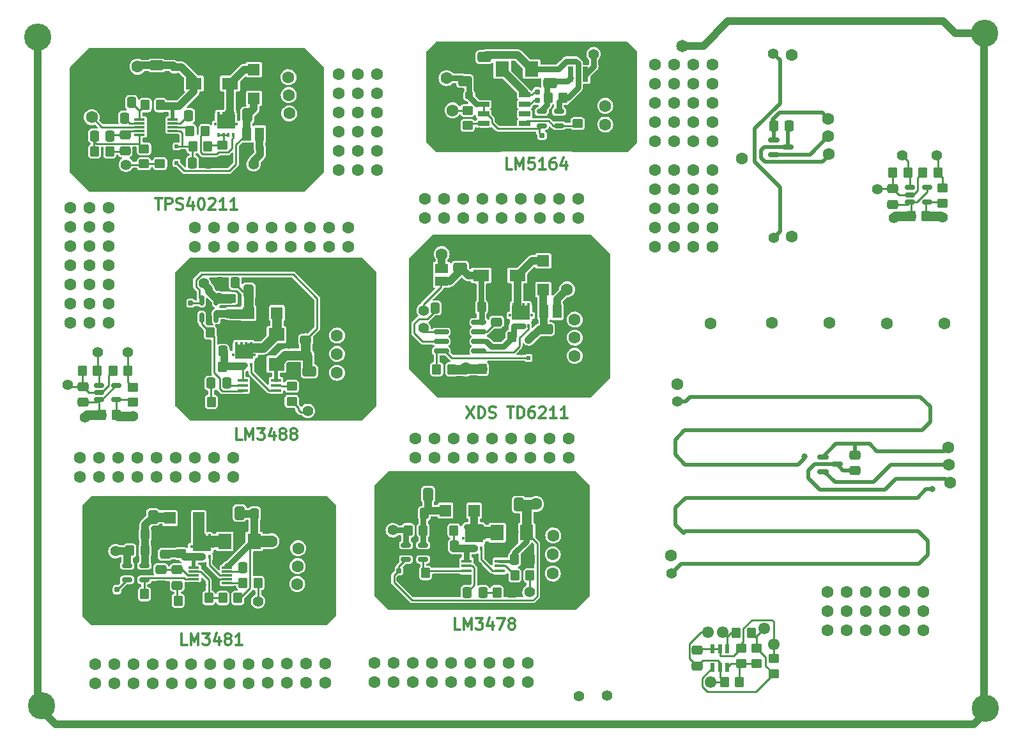
<source format=gbr>
%TF.GenerationSoftware,KiCad,Pcbnew,(6.0.4)*%
%TF.CreationDate,2022-12-17T07:05:36+03:00*%
%TF.ProjectId,Main_PCB_002,4d61696e-5f50-4434-925f-3030322e6b69,rev?*%
%TF.SameCoordinates,Original*%
%TF.FileFunction,Copper,L1,Top*%
%TF.FilePolarity,Positive*%
%FSLAX46Y46*%
G04 Gerber Fmt 4.6, Leading zero omitted, Abs format (unit mm)*
G04 Created by KiCad (PCBNEW (6.0.4)) date 2022-12-17 07:05:36*
%MOMM*%
%LPD*%
G01*
G04 APERTURE LIST*
G04 Aperture macros list*
%AMRoundRect*
0 Rectangle with rounded corners*
0 $1 Rounding radius*
0 $2 $3 $4 $5 $6 $7 $8 $9 X,Y pos of 4 corners*
0 Add a 4 corners polygon primitive as box body*
4,1,4,$2,$3,$4,$5,$6,$7,$8,$9,$2,$3,0*
0 Add four circle primitives for the rounded corners*
1,1,$1+$1,$2,$3*
1,1,$1+$1,$4,$5*
1,1,$1+$1,$6,$7*
1,1,$1+$1,$8,$9*
0 Add four rect primitives between the rounded corners*
20,1,$1+$1,$2,$3,$4,$5,0*
20,1,$1+$1,$4,$5,$6,$7,0*
20,1,$1+$1,$6,$7,$8,$9,0*
20,1,$1+$1,$8,$9,$2,$3,0*%
G04 Aperture macros list end*
%TA.AperFunction,NonConductor*%
%ADD10C,1.000000*%
%TD*%
%ADD11C,0.300000*%
%TA.AperFunction,NonConductor*%
%ADD12C,0.300000*%
%TD*%
%TA.AperFunction,ComponentPad*%
%ADD13C,1.600000*%
%TD*%
%TA.AperFunction,ComponentPad*%
%ADD14C,1.400000*%
%TD*%
%TA.AperFunction,SMDPad,CuDef*%
%ADD15RoundRect,0.155000X-0.155000X0.212500X-0.155000X-0.212500X0.155000X-0.212500X0.155000X0.212500X0*%
%TD*%
%TA.AperFunction,ComponentPad*%
%ADD16C,1.650000*%
%TD*%
%TA.AperFunction,SMDPad,CuDef*%
%ADD17RoundRect,0.250000X0.337500X0.475000X-0.337500X0.475000X-0.337500X-0.475000X0.337500X-0.475000X0*%
%TD*%
%TA.AperFunction,SMDPad,CuDef*%
%ADD18RoundRect,0.150000X0.512500X0.150000X-0.512500X0.150000X-0.512500X-0.150000X0.512500X-0.150000X0*%
%TD*%
%TA.AperFunction,SMDPad,CuDef*%
%ADD19R,1.400000X0.300000*%
%TD*%
%TA.AperFunction,SMDPad,CuDef*%
%ADD20R,1.570000X1.880000*%
%TD*%
%TA.AperFunction,SMDPad,CuDef*%
%ADD21RoundRect,0.250000X-0.337500X-0.475000X0.337500X-0.475000X0.337500X0.475000X-0.337500X0.475000X0*%
%TD*%
%TA.AperFunction,SMDPad,CuDef*%
%ADD22RoundRect,0.250000X-0.350000X-0.450000X0.350000X-0.450000X0.350000X0.450000X-0.350000X0.450000X0*%
%TD*%
%TA.AperFunction,SMDPad,CuDef*%
%ADD23R,1.200000X1.800000*%
%TD*%
%TA.AperFunction,SMDPad,CuDef*%
%ADD24R,1.525000X0.650000*%
%TD*%
%TA.AperFunction,SMDPad,CuDef*%
%ADD25R,2.400000X3.100000*%
%TD*%
%TA.AperFunction,SMDPad,CuDef*%
%ADD26RoundRect,0.250000X-0.450000X0.350000X-0.450000X-0.350000X0.450000X-0.350000X0.450000X0.350000X0*%
%TD*%
%TA.AperFunction,SMDPad,CuDef*%
%ADD27R,0.500000X0.500000*%
%TD*%
%TA.AperFunction,SMDPad,CuDef*%
%ADD28R,1.400000X0.450000*%
%TD*%
%TA.AperFunction,SMDPad,CuDef*%
%ADD29R,1.530000X1.630000*%
%TD*%
%TA.AperFunction,SMDPad,CuDef*%
%ADD30R,0.350000X0.500000*%
%TD*%
%TA.AperFunction,SMDPad,CuDef*%
%ADD31R,0.400000X0.300000*%
%TD*%
%TA.AperFunction,SMDPad,CuDef*%
%ADD32R,0.380000X0.430000*%
%TD*%
%TA.AperFunction,SMDPad,CuDef*%
%ADD33R,2.450000X1.980000*%
%TD*%
%TA.AperFunction,SMDPad,CuDef*%
%ADD34RoundRect,0.250000X-0.412500X-0.650000X0.412500X-0.650000X0.412500X0.650000X-0.412500X0.650000X0*%
%TD*%
%TA.AperFunction,SMDPad,CuDef*%
%ADD35RoundRect,0.250000X0.475000X-0.337500X0.475000X0.337500X-0.475000X0.337500X-0.475000X-0.337500X0*%
%TD*%
%TA.AperFunction,SMDPad,CuDef*%
%ADD36RoundRect,0.155000X-0.212500X-0.155000X0.212500X-0.155000X0.212500X0.155000X-0.212500X0.155000X0*%
%TD*%
%TA.AperFunction,SMDPad,CuDef*%
%ADD37RoundRect,0.250000X0.450000X-0.350000X0.450000X0.350000X-0.450000X0.350000X-0.450000X-0.350000X0*%
%TD*%
%TA.AperFunction,SMDPad,CuDef*%
%ADD38RoundRect,0.150000X-0.825000X-0.150000X0.825000X-0.150000X0.825000X0.150000X-0.825000X0.150000X0*%
%TD*%
%TA.AperFunction,SMDPad,CuDef*%
%ADD39R,2.100000X1.800000*%
%TD*%
%TA.AperFunction,SMDPad,CuDef*%
%ADD40R,2.150000X1.600000*%
%TD*%
%TA.AperFunction,SMDPad,CuDef*%
%ADD41RoundRect,0.250000X0.350000X0.450000X-0.350000X0.450000X-0.350000X-0.450000X0.350000X-0.450000X0*%
%TD*%
%TA.AperFunction,SMDPad,CuDef*%
%ADD42RoundRect,0.150000X-0.512500X-0.150000X0.512500X-0.150000X0.512500X0.150000X-0.512500X0.150000X0*%
%TD*%
%TA.AperFunction,SMDPad,CuDef*%
%ADD43RoundRect,0.250000X-0.650000X0.412500X-0.650000X-0.412500X0.650000X-0.412500X0.650000X0.412500X0*%
%TD*%
%TA.AperFunction,SMDPad,CuDef*%
%ADD44R,1.630000X1.530000*%
%TD*%
%TA.AperFunction,SMDPad,CuDef*%
%ADD45RoundRect,0.250000X0.650000X-0.412500X0.650000X0.412500X-0.650000X0.412500X-0.650000X-0.412500X0*%
%TD*%
%TA.AperFunction,SMDPad,CuDef*%
%ADD46RoundRect,0.250000X-0.475000X0.337500X-0.475000X-0.337500X0.475000X-0.337500X0.475000X0.337500X0*%
%TD*%
%TA.AperFunction,SMDPad,CuDef*%
%ADD47RoundRect,0.150000X-0.587500X-0.150000X0.587500X-0.150000X0.587500X0.150000X-0.587500X0.150000X0*%
%TD*%
%TA.AperFunction,SMDPad,CuDef*%
%ADD48R,1.800000X2.100000*%
%TD*%
%TA.AperFunction,ComponentPad*%
%ADD49C,1.550000*%
%TD*%
%TA.AperFunction,SMDPad,CuDef*%
%ADD50R,1.800000X1.200000*%
%TD*%
%TA.AperFunction,SMDPad,CuDef*%
%ADD51RoundRect,0.237500X0.300000X0.237500X-0.300000X0.237500X-0.300000X-0.237500X0.300000X-0.237500X0*%
%TD*%
%TA.AperFunction,SMDPad,CuDef*%
%ADD52R,0.600000X1.250000*%
%TD*%
%TA.AperFunction,ComponentPad*%
%ADD53C,3.600000*%
%TD*%
%TA.AperFunction,SMDPad,CuDef*%
%ADD54RoundRect,0.250000X0.412500X0.650000X-0.412500X0.650000X-0.412500X-0.650000X0.412500X-0.650000X0*%
%TD*%
%TA.AperFunction,SMDPad,CuDef*%
%ADD55RoundRect,0.237500X-0.237500X0.300000X-0.237500X-0.300000X0.237500X-0.300000X0.237500X0.300000X0*%
%TD*%
%TA.AperFunction,SMDPad,CuDef*%
%ADD56RoundRect,0.237500X0.237500X-0.300000X0.237500X0.300000X-0.237500X0.300000X-0.237500X-0.300000X0*%
%TD*%
%TA.AperFunction,SMDPad,CuDef*%
%ADD57RoundRect,0.150000X0.150000X-0.512500X0.150000X0.512500X-0.150000X0.512500X-0.150000X-0.512500X0*%
%TD*%
%TA.AperFunction,SMDPad,CuDef*%
%ADD58R,0.800000X2.000000*%
%TD*%
%TA.AperFunction,SMDPad,CuDef*%
%ADD59RoundRect,0.155000X0.155000X-0.212500X0.155000X0.212500X-0.155000X0.212500X-0.155000X-0.212500X0*%
%TD*%
%TA.AperFunction,ViaPad*%
%ADD60C,0.800000*%
%TD*%
%TA.AperFunction,Conductor*%
%ADD61C,1.000000*%
%TD*%
%TA.AperFunction,Conductor*%
%ADD62C,0.250000*%
%TD*%
%TA.AperFunction,Conductor*%
%ADD63C,0.750000*%
%TD*%
%TA.AperFunction,Conductor*%
%ADD64C,0.500000*%
%TD*%
%TA.AperFunction,Conductor*%
%ADD65C,1.250000*%
%TD*%
%TA.AperFunction,Conductor*%
%ADD66C,1.500000*%
%TD*%
%TA.AperFunction,Conductor*%
%ADD67C,0.450000*%
%TD*%
G04 APERTURE END LIST*
D10*
X93980000Y-100914200D02*
X91770200Y-100914200D01*
X91459050Y-100888800D02*
X91471750Y-98958400D01*
D11*
D12*
X122734400Y-135759124D02*
X122020114Y-135759124D01*
X122020114Y-134259124D01*
X123234400Y-135759124D02*
X123234400Y-134259124D01*
X123734400Y-135330553D01*
X124234400Y-134259124D01*
X124234400Y-135759124D01*
X124805828Y-134259124D02*
X125734400Y-134259124D01*
X125234400Y-134830553D01*
X125448685Y-134830553D01*
X125591542Y-134901981D01*
X125662971Y-134973410D01*
X125734400Y-135116267D01*
X125734400Y-135473410D01*
X125662971Y-135616267D01*
X125591542Y-135687695D01*
X125448685Y-135759124D01*
X125020114Y-135759124D01*
X124877257Y-135687695D01*
X124805828Y-135616267D01*
X127020114Y-134759124D02*
X127020114Y-135759124D01*
X126662971Y-134187695D02*
X126305828Y-135259124D01*
X127234400Y-135259124D01*
X127662971Y-134259124D02*
X128662971Y-134259124D01*
X128020114Y-135759124D01*
X129448685Y-134901981D02*
X129305828Y-134830553D01*
X129234400Y-134759124D01*
X129162971Y-134616267D01*
X129162971Y-134544838D01*
X129234400Y-134401981D01*
X129305828Y-134330553D01*
X129448685Y-134259124D01*
X129734400Y-134259124D01*
X129877257Y-134330553D01*
X129948685Y-134401981D01*
X130020114Y-134544838D01*
X130020114Y-134616267D01*
X129948685Y-134759124D01*
X129877257Y-134830553D01*
X129734400Y-134901981D01*
X129448685Y-134901981D01*
X129305828Y-134973410D01*
X129234400Y-135044838D01*
X129162971Y-135187695D01*
X129162971Y-135473410D01*
X129234400Y-135616267D01*
X129305828Y-135687695D01*
X129448685Y-135759124D01*
X129734400Y-135759124D01*
X129877257Y-135687695D01*
X129948685Y-135616267D01*
X130020114Y-135473410D01*
X130020114Y-135187695D01*
X129948685Y-135044838D01*
X129877257Y-134973410D01*
X129734400Y-134901981D01*
D11*
D12*
X123587714Y-106239571D02*
X124587714Y-107739571D01*
X124587714Y-106239571D02*
X123587714Y-107739571D01*
X125159142Y-107739571D02*
X125159142Y-106239571D01*
X125516285Y-106239571D01*
X125730571Y-106311000D01*
X125873428Y-106453857D01*
X125944857Y-106596714D01*
X126016285Y-106882428D01*
X126016285Y-107096714D01*
X125944857Y-107382428D01*
X125873428Y-107525285D01*
X125730571Y-107668142D01*
X125516285Y-107739571D01*
X125159142Y-107739571D01*
X126587714Y-107668142D02*
X126802000Y-107739571D01*
X127159142Y-107739571D01*
X127302000Y-107668142D01*
X127373428Y-107596714D01*
X127444857Y-107453857D01*
X127444857Y-107311000D01*
X127373428Y-107168142D01*
X127302000Y-107096714D01*
X127159142Y-107025285D01*
X126873428Y-106953857D01*
X126730571Y-106882428D01*
X126659142Y-106811000D01*
X126587714Y-106668142D01*
X126587714Y-106525285D01*
X126659142Y-106382428D01*
X126730571Y-106311000D01*
X126873428Y-106239571D01*
X127230571Y-106239571D01*
X127444857Y-106311000D01*
X129016285Y-106239571D02*
X129873428Y-106239571D01*
X129444857Y-107739571D02*
X129444857Y-106239571D01*
X130373428Y-107739571D02*
X130373428Y-106239571D01*
X130730571Y-106239571D01*
X130944857Y-106311000D01*
X131087714Y-106453857D01*
X131159142Y-106596714D01*
X131230571Y-106882428D01*
X131230571Y-107096714D01*
X131159142Y-107382428D01*
X131087714Y-107525285D01*
X130944857Y-107668142D01*
X130730571Y-107739571D01*
X130373428Y-107739571D01*
X132516285Y-106239571D02*
X132230571Y-106239571D01*
X132087714Y-106311000D01*
X132016285Y-106382428D01*
X131873428Y-106596714D01*
X131802000Y-106882428D01*
X131802000Y-107453857D01*
X131873428Y-107596714D01*
X131944857Y-107668142D01*
X132087714Y-107739571D01*
X132373428Y-107739571D01*
X132516285Y-107668142D01*
X132587714Y-107596714D01*
X132659142Y-107453857D01*
X132659142Y-107096714D01*
X132587714Y-106953857D01*
X132516285Y-106882428D01*
X132373428Y-106811000D01*
X132087714Y-106811000D01*
X131944857Y-106882428D01*
X131873428Y-106953857D01*
X131802000Y-107096714D01*
X133230571Y-106382428D02*
X133302000Y-106311000D01*
X133444857Y-106239571D01*
X133802000Y-106239571D01*
X133944857Y-106311000D01*
X134016285Y-106382428D01*
X134087714Y-106525285D01*
X134087714Y-106668142D01*
X134016285Y-106882428D01*
X133159142Y-107739571D01*
X134087714Y-107739571D01*
X135516285Y-107739571D02*
X134659142Y-107739571D01*
X135087714Y-107739571D02*
X135087714Y-106239571D01*
X134944857Y-106453857D01*
X134802000Y-106596714D01*
X134659142Y-106668142D01*
X136944857Y-107739571D02*
X136087714Y-107739571D01*
X136516285Y-107739571D02*
X136516285Y-106239571D01*
X136373428Y-106453857D01*
X136230571Y-106596714D01*
X136087714Y-106668142D01*
D11*
D12*
X86549893Y-137783384D02*
X85835607Y-137783384D01*
X85835607Y-136283384D01*
X87049893Y-137783384D02*
X87049893Y-136283384D01*
X87549893Y-137354813D01*
X88049893Y-136283384D01*
X88049893Y-137783384D01*
X88621321Y-136283384D02*
X89549893Y-136283384D01*
X89049893Y-136854813D01*
X89264178Y-136854813D01*
X89407035Y-136926241D01*
X89478464Y-136997670D01*
X89549893Y-137140527D01*
X89549893Y-137497670D01*
X89478464Y-137640527D01*
X89407035Y-137711955D01*
X89264178Y-137783384D01*
X88835607Y-137783384D01*
X88692750Y-137711955D01*
X88621321Y-137640527D01*
X90835607Y-136783384D02*
X90835607Y-137783384D01*
X90478464Y-136211955D02*
X90121321Y-137283384D01*
X91049893Y-137283384D01*
X91835607Y-136926241D02*
X91692750Y-136854813D01*
X91621321Y-136783384D01*
X91549893Y-136640527D01*
X91549893Y-136569098D01*
X91621321Y-136426241D01*
X91692750Y-136354813D01*
X91835607Y-136283384D01*
X92121321Y-136283384D01*
X92264178Y-136354813D01*
X92335607Y-136426241D01*
X92407035Y-136569098D01*
X92407035Y-136640527D01*
X92335607Y-136783384D01*
X92264178Y-136854813D01*
X92121321Y-136926241D01*
X91835607Y-136926241D01*
X91692750Y-136997670D01*
X91621321Y-137069098D01*
X91549893Y-137211955D01*
X91549893Y-137497670D01*
X91621321Y-137640527D01*
X91692750Y-137711955D01*
X91835607Y-137783384D01*
X92121321Y-137783384D01*
X92264178Y-137711955D01*
X92335607Y-137640527D01*
X92407035Y-137497670D01*
X92407035Y-137211955D01*
X92335607Y-137069098D01*
X92264178Y-136997670D01*
X92121321Y-136926241D01*
X93835607Y-137783384D02*
X92978464Y-137783384D01*
X93407035Y-137783384D02*
X93407035Y-136283384D01*
X93264178Y-136497670D01*
X93121321Y-136640527D01*
X92978464Y-136711955D01*
D11*
D12*
X82378314Y-78613771D02*
X83235457Y-78613771D01*
X82806885Y-80113771D02*
X82806885Y-78613771D01*
X83735457Y-80113771D02*
X83735457Y-78613771D01*
X84306885Y-78613771D01*
X84449742Y-78685200D01*
X84521171Y-78756628D01*
X84592599Y-78899485D01*
X84592599Y-79113771D01*
X84521171Y-79256628D01*
X84449742Y-79328057D01*
X84306885Y-79399485D01*
X83735457Y-79399485D01*
X85164028Y-80042342D02*
X85378314Y-80113771D01*
X85735457Y-80113771D01*
X85878314Y-80042342D01*
X85949742Y-79970914D01*
X86021171Y-79828057D01*
X86021171Y-79685200D01*
X85949742Y-79542342D01*
X85878314Y-79470914D01*
X85735457Y-79399485D01*
X85449742Y-79328057D01*
X85306885Y-79256628D01*
X85235457Y-79185200D01*
X85164028Y-79042342D01*
X85164028Y-78899485D01*
X85235457Y-78756628D01*
X85306885Y-78685200D01*
X85449742Y-78613771D01*
X85806885Y-78613771D01*
X86021171Y-78685200D01*
X87306885Y-79113771D02*
X87306885Y-80113771D01*
X86949742Y-78542342D02*
X86592599Y-79613771D01*
X87521171Y-79613771D01*
X88378314Y-78613771D02*
X88521171Y-78613771D01*
X88664028Y-78685200D01*
X88735457Y-78756628D01*
X88806885Y-78899485D01*
X88878314Y-79185200D01*
X88878314Y-79542342D01*
X88806885Y-79828057D01*
X88735457Y-79970914D01*
X88664028Y-80042342D01*
X88521171Y-80113771D01*
X88378314Y-80113771D01*
X88235457Y-80042342D01*
X88164028Y-79970914D01*
X88092599Y-79828057D01*
X88021171Y-79542342D01*
X88021171Y-79185200D01*
X88092599Y-78899485D01*
X88164028Y-78756628D01*
X88235457Y-78685200D01*
X88378314Y-78613771D01*
X89449742Y-78756628D02*
X89521171Y-78685200D01*
X89664028Y-78613771D01*
X90021171Y-78613771D01*
X90164028Y-78685200D01*
X90235457Y-78756628D01*
X90306885Y-78899485D01*
X90306885Y-79042342D01*
X90235457Y-79256628D01*
X89378314Y-80113771D01*
X90306885Y-80113771D01*
X91735457Y-80113771D02*
X90878314Y-80113771D01*
X91306885Y-80113771D02*
X91306885Y-78613771D01*
X91164028Y-78828057D01*
X91021171Y-78970914D01*
X90878314Y-79042342D01*
X93164028Y-80113771D02*
X92306885Y-80113771D01*
X92735457Y-80113771D02*
X92735457Y-78613771D01*
X92592599Y-78828057D01*
X92449742Y-78970914D01*
X92306885Y-79042342D01*
D11*
D12*
X93824000Y-110643316D02*
X93109714Y-110643316D01*
X93109714Y-109143316D01*
X94324000Y-110643316D02*
X94324000Y-109143316D01*
X94824000Y-110214745D01*
X95324000Y-109143316D01*
X95324000Y-110643316D01*
X95895428Y-109143316D02*
X96824000Y-109143316D01*
X96324000Y-109714745D01*
X96538285Y-109714745D01*
X96681142Y-109786173D01*
X96752571Y-109857602D01*
X96824000Y-110000459D01*
X96824000Y-110357602D01*
X96752571Y-110500459D01*
X96681142Y-110571887D01*
X96538285Y-110643316D01*
X96109714Y-110643316D01*
X95966857Y-110571887D01*
X95895428Y-110500459D01*
X98109714Y-109643316D02*
X98109714Y-110643316D01*
X97752571Y-109071887D02*
X97395428Y-110143316D01*
X98324000Y-110143316D01*
X99109714Y-109786173D02*
X98966857Y-109714745D01*
X98895428Y-109643316D01*
X98824000Y-109500459D01*
X98824000Y-109429030D01*
X98895428Y-109286173D01*
X98966857Y-109214745D01*
X99109714Y-109143316D01*
X99395428Y-109143316D01*
X99538285Y-109214745D01*
X99609714Y-109286173D01*
X99681142Y-109429030D01*
X99681142Y-109500459D01*
X99609714Y-109643316D01*
X99538285Y-109714745D01*
X99395428Y-109786173D01*
X99109714Y-109786173D01*
X98966857Y-109857602D01*
X98895428Y-109929030D01*
X98824000Y-110071887D01*
X98824000Y-110357602D01*
X98895428Y-110500459D01*
X98966857Y-110571887D01*
X99109714Y-110643316D01*
X99395428Y-110643316D01*
X99538285Y-110571887D01*
X99609714Y-110500459D01*
X99681142Y-110357602D01*
X99681142Y-110071887D01*
X99609714Y-109929030D01*
X99538285Y-109857602D01*
X99395428Y-109786173D01*
X100538285Y-109786173D02*
X100395428Y-109714745D01*
X100324000Y-109643316D01*
X100252571Y-109500459D01*
X100252571Y-109429030D01*
X100324000Y-109286173D01*
X100395428Y-109214745D01*
X100538285Y-109143316D01*
X100824000Y-109143316D01*
X100966857Y-109214745D01*
X101038285Y-109286173D01*
X101109714Y-109429030D01*
X101109714Y-109500459D01*
X101038285Y-109643316D01*
X100966857Y-109714745D01*
X100824000Y-109786173D01*
X100538285Y-109786173D01*
X100395428Y-109857602D01*
X100324000Y-109929030D01*
X100252571Y-110071887D01*
X100252571Y-110357602D01*
X100324000Y-110500459D01*
X100395428Y-110571887D01*
X100538285Y-110643316D01*
X100824000Y-110643316D01*
X100966857Y-110571887D01*
X101038285Y-110500459D01*
X101109714Y-110357602D01*
X101109714Y-110071887D01*
X101038285Y-109929030D01*
X100966857Y-109857602D01*
X100824000Y-109786173D01*
D11*
D12*
X129624200Y-74784571D02*
X128909914Y-74784571D01*
X128909914Y-73284571D01*
X130124200Y-74784571D02*
X130124200Y-73284571D01*
X130624200Y-74356000D01*
X131124200Y-73284571D01*
X131124200Y-74784571D01*
X132552771Y-73284571D02*
X131838485Y-73284571D01*
X131767057Y-73998857D01*
X131838485Y-73927428D01*
X131981342Y-73856000D01*
X132338485Y-73856000D01*
X132481342Y-73927428D01*
X132552771Y-73998857D01*
X132624200Y-74141714D01*
X132624200Y-74498857D01*
X132552771Y-74641714D01*
X132481342Y-74713142D01*
X132338485Y-74784571D01*
X131981342Y-74784571D01*
X131838485Y-74713142D01*
X131767057Y-74641714D01*
X134052771Y-74784571D02*
X133195628Y-74784571D01*
X133624200Y-74784571D02*
X133624200Y-73284571D01*
X133481342Y-73498857D01*
X133338485Y-73641714D01*
X133195628Y-73713142D01*
X135338485Y-73284571D02*
X135052771Y-73284571D01*
X134909914Y-73356000D01*
X134838485Y-73427428D01*
X134695628Y-73641714D01*
X134624200Y-73927428D01*
X134624200Y-74498857D01*
X134695628Y-74641714D01*
X134767057Y-74713142D01*
X134909914Y-74784571D01*
X135195628Y-74784571D01*
X135338485Y-74713142D01*
X135409914Y-74641714D01*
X135481342Y-74498857D01*
X135481342Y-74141714D01*
X135409914Y-73998857D01*
X135338485Y-73927428D01*
X135195628Y-73856000D01*
X134909914Y-73856000D01*
X134767057Y-73927428D01*
X134695628Y-73998857D01*
X134624200Y-74141714D01*
X136767057Y-73784571D02*
X136767057Y-74784571D01*
X136409914Y-73213142D02*
X136052771Y-74284571D01*
X136981342Y-74284571D01*
D13*
%TO.P,,1,Conn*%
%TO.N,N/C*%
X137160000Y-113030000D03*
%TD*%
D14*
%TO.P,D104,1,Conn*%
%TO.N,Net-(R23-Pad2)*%
X131927600Y-130810000D03*
%TD*%
D15*
%TO.P,C44,1*%
%TO.N,Net-(C34-Pad1)*%
X114619200Y-127955453D03*
%TO.P,C44,2*%
%TO.N,Net-(C34-Pad2)*%
X114619200Y-129090453D03*
%TD*%
D16*
%TO.P,U3,1,Mnt*%
%TO.N,GND*%
X152222200Y-58470800D03*
%TD*%
D13*
%TO.P,,1,Conn*%
%TO.N,N/C*%
X134620000Y-110490000D03*
%TD*%
%TO.P,D95,1,Conn*%
%TO.N,Net-(C60-Pad1)*%
X171516100Y-68097700D03*
%TD*%
D14*
%TO.P,D11,1,Conn*%
%TO.N,Net-(C10-Pad1)*%
X95361000Y-74142600D03*
%TD*%
D13*
%TO.P,,1,Conn*%
%TO.N,N/C*%
X184150000Y-133350000D03*
%TD*%
D17*
%TO.P,C38,1*%
%TO.N,Net-(C38-Pad1)*%
X121974700Y-124687553D03*
%TO.P,C38,2*%
%TO.N,Net-(C34-Pad2)*%
X119899700Y-124687553D03*
%TD*%
D13*
%TO.P,,1,Conn*%
%TO.N,N/C*%
X179324000Y-95250000D03*
%TD*%
D18*
%TO.P,U6,1*%
%TO.N,Net-(IC3-Pad4)*%
X80900493Y-129180813D03*
%TO.P,U6,2,GND*%
%TO.N,Net-(C23-Pad1)*%
X80900493Y-128230813D03*
%TO.P,U6,3,+*%
%TO.N,Net-(C29-Pad1)*%
X80900493Y-127280813D03*
%TO.P,U6,4,-*%
%TO.N,Net-(D39-Pad1)*%
X78625493Y-127280813D03*
%TO.P,U6,5,V+*%
%TO.N,Net-(C31-Pad1)*%
X78625493Y-129180813D03*
%TD*%
D19*
%TO.P,IC1,1,RC*%
%TO.N,Net-(C3-Pad2)*%
X80257800Y-68215000D03*
%TO.P,IC1,2,SS*%
%TO.N,Net-(C4-Pad2)*%
X80257800Y-68715000D03*
%TO.P,IC1,3,DIS/~{EN}*%
%TO.N,Net-(D17-Pad1)*%
X80257800Y-69215000D03*
%TO.P,IC1,4,COMP*%
%TO.N,Net-(C1-Pad2)*%
X80257800Y-69715000D03*
%TO.P,IC1,5,FB*%
%TO.N,Net-(C1-Pad1)*%
X80257800Y-70215000D03*
%TO.P,IC1,6,GND*%
%TO.N,Net-(C10-Pad2)*%
X84657800Y-70215000D03*
%TO.P,IC1,7,ISNS*%
%TO.N,Net-(C11-Pad1)*%
X84657800Y-69715000D03*
%TO.P,IC1,8,GDRV*%
%TO.N,Net-(IC1-Pad8)*%
X84657800Y-69215000D03*
%TO.P,IC1,9,BP*%
%TO.N,Net-(C9-Pad1)*%
X84657800Y-68715000D03*
%TO.P,IC1,10,VDD*%
%TO.N,Net-(C12-Pad1)*%
X84657800Y-68215000D03*
D20*
%TO.P,IC1,11,EP*%
%TO.N,Net-(C10-Pad2)*%
X82457800Y-69215000D03*
%TD*%
D13*
%TO.P,,1,Conn*%
%TO.N,N/C*%
X181610000Y-135890000D03*
%TD*%
%TO.P,,1,Conn*%
%TO.N,N/C*%
X81991200Y-140385800D03*
%TD*%
%TO.P,,1,Conn*%
%TO.N,N/C*%
X74371200Y-142925800D03*
%TD*%
%TO.P,,1,Conn*%
%TO.N,N/C*%
X82550000Y-113030000D03*
%TD*%
%TO.P,,1,Conn*%
%TO.N,N/C*%
X84531200Y-140385800D03*
%TD*%
%TO.P,,1,Conn*%
%TO.N,N/C*%
X111760000Y-69850000D03*
%TD*%
%TO.P,,1,Conn*%
%TO.N,N/C*%
X130810000Y-81280000D03*
%TD*%
%TO.P,,1,Conn*%
%TO.N,N/C*%
X151130000Y-82550000D03*
%TD*%
%TO.P,D96,1,Conn*%
%TO.N,Net-(D96-Pad1)*%
X171516100Y-70459900D03*
%TD*%
D21*
%TO.P,C9,1*%
%TO.N,Net-(C9-Pad1)*%
X86775800Y-67691000D03*
%TO.P,C9,2*%
%TO.N,Net-(C10-Pad2)*%
X88850800Y-67691000D03*
%TD*%
D13*
%TO.P,,1,Conn*%
%TO.N,N/C*%
X81991200Y-142925800D03*
%TD*%
%TO.P,,1,Conn*%
%TO.N,N/C*%
X106680000Y-74930000D03*
%TD*%
%TO.P,,1,Conn*%
%TO.N,N/C*%
X71043800Y-82448400D03*
%TD*%
%TO.P,D4,1,Conn*%
%TO.N,Net-(C12-Pad1)*%
X79994000Y-61214000D03*
%TD*%
%TO.P,,1,Conn*%
%TO.N,N/C*%
X85090000Y-115570000D03*
%TD*%
D22*
%TO.P,R35,1*%
%TO.N,Net-(C58-Pad1)*%
X75191928Y-107330200D03*
%TO.P,R35,2*%
%TO.N,Net-(D88-Pad1)*%
X77191928Y-107330200D03*
%TD*%
D13*
%TO.P,,1,Conn*%
%TO.N,N/C*%
X92151200Y-140385800D03*
%TD*%
D23*
%TO.P,L7,1*%
%TO.N,Net-(C21-Pad1)*%
X133859800Y-93624400D03*
%TO.P,L7,2*%
%TO.N,Net-(D23-Pad1)*%
X135559800Y-93624400D03*
%TD*%
D24*
%TO.P,IC2,1,GND*%
%TO.N,Net-(C15-Pad2)*%
X125850000Y-64953300D03*
%TO.P,IC2,2,VIN*%
%TO.N,Net-(C22-Pad1)*%
X125850000Y-66223300D03*
%TO.P,IC2,3,EN/UVLO*%
X125850000Y-67493300D03*
%TO.P,IC2,4,RON*%
%TO.N,Net-(IC2-Pad4)*%
X125850000Y-68763300D03*
%TO.P,IC2,5,FB*%
%TO.N,Net-(IC2-Pad5)*%
X131274000Y-68763300D03*
%TO.P,IC2,6,PGOOD*%
%TO.N,unconnected-(IC2-Pad6)*%
X131274000Y-67493300D03*
%TO.P,IC2,7,BST*%
%TO.N,Net-(C14-Pad2)*%
X131274000Y-66223300D03*
%TO.P,IC2,8,SW*%
%TO.N,Net-(C14-Pad1)*%
X131274000Y-64953300D03*
D25*
%TO.P,IC2,9,EP*%
%TO.N,Net-(C15-Pad2)*%
X128562000Y-66858300D03*
%TD*%
D26*
%TO.P,R33,1*%
%TO.N,Net-(D73-Pad1)*%
X186690000Y-77305850D03*
%TO.P,R33,2*%
%TO.N,Net-(D71-Pad1)*%
X186690000Y-79305850D03*
%TD*%
D22*
%TO.P,R14,1*%
%TO.N,Net-(C23-Pad1)*%
X83380293Y-131939213D03*
%TO.P,R14,2*%
%TO.N,Net-(C24-Pad1)*%
X85380293Y-131939213D03*
%TD*%
D13*
%TO.P,,1,Conn*%
%TO.N,N/C*%
X156210000Y-68580000D03*
%TD*%
%TO.P,D65,1,Conn*%
%TO.N,Net-(C23-Pad1)*%
X101153693Y-132202613D03*
%TD*%
%TO.P,,1,Conn*%
%TO.N,N/C*%
X95250000Y-85090000D03*
%TD*%
%TO.P,,1,Conn*%
%TO.N,N/C*%
X109220000Y-74930000D03*
%TD*%
D27*
%TO.P,Z1,1,K*%
%TO.N,Net-(C13-Pad1)*%
X85175600Y-73998000D03*
%TO.P,Z1,2,A*%
%TO.N,Net-(C11-Pad1)*%
X85175600Y-71798000D03*
%TD*%
D28*
%TO.P,IC5,1,ISEN*%
%TO.N,Net-(C38-Pad1)*%
X123588600Y-126684353D03*
%TO.P,IC5,2,COMP*%
%TO.N,Net-(C33-Pad2)*%
X123588600Y-127334353D03*
%TO.P,IC5,3,FB*%
%TO.N,Net-(IC5-Pad3)*%
X123588600Y-127984353D03*
%TO.P,IC5,4,AGND*%
%TO.N,Net-(C34-Pad2)*%
X123588600Y-128634353D03*
%TO.P,IC5,5,PGND*%
X127988600Y-128634353D03*
%TO.P,IC5,6,DR*%
%TO.N,Net-(IC5-Pad6)*%
X127988600Y-127984353D03*
%TO.P,IC5,7,FA/SD*%
%TO.N,Net-(IC5-Pad7)*%
X127988600Y-127334353D03*
%TO.P,IC5,8,VIN*%
%TO.N,Net-(C34-Pad1)*%
X127988600Y-126684353D03*
%TD*%
D13*
%TO.P,,1,Conn*%
%TO.N,N/C*%
X173990000Y-133350000D03*
%TD*%
%TO.P,,1,Conn*%
%TO.N,N/C*%
X153670000Y-71120000D03*
%TD*%
D29*
%TO.P,D45,1*%
%TO.N,Net-(C40-Pad1)*%
X120810200Y-120013953D03*
%TO.P,D45,2*%
%TO.N,Net-(D45-Pad2)*%
X124610200Y-120013953D03*
%TD*%
D14*
%TO.P,D14,1,Conn*%
%TO.N,Net-(D14-Pad1)*%
X150777000Y-128306000D03*
%TD*%
D13*
%TO.P,,1,Conn*%
%TO.N,N/C*%
X132080000Y-110490000D03*
%TD*%
%TO.P,,1,Conn*%
%TO.N,N/C*%
X80010000Y-113030000D03*
%TD*%
D30*
%TO.P,Q5,1,S_1*%
%TO.N,Net-(C39-Pad1)*%
X93106600Y-100732900D03*
%TO.P,Q5,2,S_2*%
X93756600Y-100732900D03*
%TO.P,Q5,3,S_3*%
X94406600Y-100732900D03*
%TO.P,Q5,4,G*%
%TO.N,Net-(IC4-Pad6)*%
X95056600Y-100732900D03*
D31*
%TO.P,Q5,5,D_1*%
%TO.N,Net-(D46-Pad2)*%
X95056600Y-97832900D03*
%TO.P,Q5,6,D_2*%
X94406600Y-97832900D03*
%TO.P,Q5,7,D_3*%
X93756600Y-97832900D03*
%TO.P,Q5,8,D_4*%
X93106600Y-97832900D03*
D32*
%TO.P,Q5,9*%
%TO.N,N/C*%
X92666600Y-99332900D03*
D33*
%TO.P,Q5,10*%
X94081600Y-98972900D03*
D32*
%TO.P,Q5,11*%
X95496600Y-99332900D03*
%TD*%
D13*
%TO.P,D62,1,Conn*%
%TO.N,Net-(C47-Pad1)*%
X101269800Y-124993400D03*
%TD*%
%TO.P,,1,Conn*%
%TO.N,N/C*%
X71043800Y-95148400D03*
%TD*%
%TO.P,,1,Conn*%
%TO.N,N/C*%
X71043800Y-92608400D03*
%TD*%
%TO.P,,1,Conn*%
%TO.N,N/C*%
X95250000Y-82550000D03*
%TD*%
%TO.P,,1,Conn*%
%TO.N,N/C*%
X111760000Y-64770000D03*
%TD*%
D22*
%TO.P,R39,1*%
%TO.N,Net-(IC6-Pad4)*%
X159299400Y-136210800D03*
%TO.P,R39,2*%
%TO.N,Net-(IC6-Pad1)*%
X161299400Y-136210800D03*
%TD*%
D13*
%TO.P,,1,Conn*%
%TO.N,N/C*%
X164084000Y-95123000D03*
%TD*%
%TO.P,,1,Conn*%
%TO.N,N/C*%
X171450000Y-130810000D03*
%TD*%
D34*
%TO.P,C41,1*%
%TO.N,Net-(C41-Pad1)*%
X94716600Y-90983200D03*
%TO.P,C41,2*%
%TO.N,Net-(C35-Pad2)*%
X97841600Y-90983200D03*
%TD*%
D14*
%TO.P,D101,1,Conn*%
%TO.N,Net-(C23-Pad1)*%
X97826293Y-132024813D03*
%TD*%
D13*
%TO.P,,1,Conn*%
%TO.N,N/C*%
X97790000Y-85090000D03*
%TD*%
D21*
%TO.P,C1,1*%
%TO.N,Net-(C1-Pad1)*%
X74286800Y-70383400D03*
%TO.P,C1,2*%
%TO.N,Net-(C1-Pad2)*%
X76361800Y-70383400D03*
%TD*%
D35*
%TO.P,C37,1*%
%TO.N,Net-(C35-Pad1)*%
X102260400Y-97409400D03*
%TO.P,C37,2*%
%TO.N,Net-(C35-Pad2)*%
X102260400Y-95334400D03*
%TD*%
D13*
%TO.P,,1,Conn*%
%TO.N,N/C*%
X129133600Y-140182600D03*
%TD*%
D21*
%TO.P,C3,1*%
%TO.N,Net-(C10-Pad2)*%
X77131600Y-65963800D03*
%TO.P,C3,2*%
%TO.N,Net-(C3-Pad2)*%
X79206600Y-65963800D03*
%TD*%
D36*
%TO.P,C22,1*%
%TO.N,Net-(C22-Pad1)*%
X133607900Y-70346800D03*
%TO.P,C22,2*%
%TO.N,Net-(C15-Pad2)*%
X134742900Y-70346800D03*
%TD*%
D13*
%TO.P,,1,Conn*%
%TO.N,N/C*%
X138430000Y-81280000D03*
%TD*%
%TO.P,D2,1,Conn*%
%TO.N,Net-(C15-Pad2)*%
X127863600Y-71170800D03*
%TD*%
%TO.P,,1,Conn*%
%TO.N,N/C*%
X135890000Y-78740000D03*
%TD*%
D22*
%TO.P,R3,1*%
%TO.N,Net-(C1-Pad1)*%
X74311000Y-72440800D03*
%TO.P,R3,2*%
%TO.N,Net-(C2-Pad1)*%
X76311000Y-72440800D03*
%TD*%
D13*
%TO.P,,1,Conn*%
%TO.N,N/C*%
X87630000Y-85090000D03*
%TD*%
%TO.P,,1,Conn*%
%TO.N,N/C*%
X151130000Y-80010000D03*
%TD*%
%TO.P,,1,Conn*%
%TO.N,N/C*%
X106680000Y-72390000D03*
%TD*%
%TO.P,,1,Conn*%
%TO.N,N/C*%
X156210000Y-77470000D03*
%TD*%
%TO.P,,1,Conn*%
%TO.N,N/C*%
X173990000Y-130810000D03*
%TD*%
%TO.P,,1,Conn*%
%TO.N,N/C*%
X85090000Y-113030000D03*
%TD*%
D35*
%TO.P,C23,1*%
%TO.N,Net-(C23-Pad1)*%
X83084893Y-129881813D03*
%TO.P,C23,2*%
%TO.N,Net-(C23-Pad2)*%
X83084893Y-127806813D03*
%TD*%
D26*
%TO.P,R24,1*%
%TO.N,Net-(IC4-Pad7)*%
X100431600Y-103546800D03*
%TO.P,R24,2*%
%TO.N,Net-(R24-Pad2)*%
X100431600Y-105546800D03*
%TD*%
D13*
%TO.P,,1,Conn*%
%TO.N,N/C*%
X153670000Y-66040000D03*
%TD*%
%TO.P,,1,Conn*%
%TO.N,N/C*%
X76123800Y-84988400D03*
%TD*%
D14*
%TO.P,D107,1,Conn*%
%TO.N,Net-(D20-Pad2)*%
X117906800Y-95859600D03*
%TD*%
D13*
%TO.P,,1,Conn*%
%TO.N,N/C*%
X118973600Y-142722600D03*
%TD*%
D15*
%TO.P,C31,1*%
%TO.N,Net-(C31-Pad1)*%
X77268293Y-130482713D03*
%TO.P,C31,2*%
%TO.N,Net-(C23-Pad1)*%
X77268293Y-131617713D03*
%TD*%
D37*
%TO.P,R40,1*%
%TO.N,Net-(IC6-Pad3)*%
X159994600Y-140258800D03*
%TO.P,R40,2*%
%TO.N,Net-(IC6-Pad5)*%
X159994600Y-138258800D03*
%TD*%
D14*
%TO.P,D13,1,Conn*%
%TO.N,Net-(D13-Pad1)*%
X140423800Y-59551800D03*
%TD*%
D13*
%TO.P,D98,1,Conn*%
%TO.N,Net-(R5-Pad2)*%
X121742200Y-67005200D03*
%TD*%
%TO.P,,1,Conn*%
%TO.N,N/C*%
X99796600Y-140284200D03*
%TD*%
D38*
%TO.P,D20,1,GND*%
%TO.N,Net-(C17-Pad2)*%
X120257800Y-95066600D03*
%TO.P,D20,2,En*%
%TO.N,Net-(D20-Pad2)*%
X120257800Y-96336600D03*
%TO.P,D20,3,Comp*%
%TO.N,Net-(C17-Pad1)*%
X120257800Y-97606600D03*
%TO.P,D20,4,VFB*%
%TO.N,Net-(D20-Pad4)*%
X120257800Y-98876600D03*
%TO.P,D20,5,DRV*%
%TO.N,Net-(D20-Pad5)*%
X125207800Y-98876600D03*
%TO.P,D20,6,ICS*%
%TO.N,Net-(D20-Pad6)*%
X125207800Y-97606600D03*
%TO.P,D20,7,TOFF*%
%TO.N,Net-(C19-Pad1)*%
X125207800Y-96336600D03*
%TO.P,D20,8,Vdd*%
%TO.N,Net-(C18-Pad1)*%
X125207800Y-95066600D03*
%TD*%
D39*
%TO.P,L10,1*%
%TO.N,Net-(C35-Pad1)*%
X98399600Y-100604000D03*
%TO.P,L10,2*%
%TO.N,Net-(D46-Pad2)*%
X98399600Y-96704000D03*
%TD*%
D13*
%TO.P,,1,Conn*%
%TO.N,N/C*%
X76123800Y-90068400D03*
%TD*%
%TO.P,D80,1,Conn*%
%TO.N,Net-(C54-Pad1)*%
X135077200Y-123317000D03*
%TD*%
%TO.P,,1,Conn*%
%TO.N,N/C*%
X111760000Y-72390000D03*
%TD*%
%TO.P,,1,Conn*%
%TO.N,N/C*%
X92710000Y-113030000D03*
%TD*%
D37*
%TO.P,R29,1*%
%TO.N,Net-(C41-Pad1)*%
X92354400Y-93913600D03*
%TO.P,R29,2*%
%TO.N,Net-(D53-Pad1)*%
X92354400Y-91913600D03*
%TD*%
D26*
%TO.P,R10,1*%
%TO.N,Net-(C15-Pad2)*%
X138315600Y-66746600D03*
%TO.P,R10,2*%
%TO.N,Net-(IC2-Pad5)*%
X138315600Y-68746600D03*
%TD*%
D40*
%TO.P,L6,1*%
%TO.N,Net-(C18-Pad1)*%
X125527400Y-88874600D03*
%TO.P,L6,2*%
%TO.N,Net-(D21-Pad2)*%
X130327400Y-88874600D03*
%TD*%
D14*
%TO.P,D79,1,Conn*%
%TO.N,Net-(C58-Pad1)*%
X72991528Y-107635000D03*
%TD*%
D13*
%TO.P,,1,Conn*%
%TO.N,N/C*%
X137160000Y-110490000D03*
%TD*%
%TO.P,D41,1,Conn*%
%TO.N,Net-(C34-Pad2)*%
X117482800Y-130479800D03*
%TD*%
D41*
%TO.P,R26,1*%
%TO.N,Net-(C39-Pad1)*%
X91236800Y-100990800D03*
%TO.P,R26,2*%
%TO.N,Net-(C35-Pad2)*%
X89236800Y-100990800D03*
%TD*%
D13*
%TO.P,,1,Conn*%
%TO.N,N/C*%
X153670000Y-85090000D03*
%TD*%
%TO.P,,1,Conn*%
%TO.N,N/C*%
X125730000Y-81280000D03*
%TD*%
D42*
%TO.P,U14,1*%
%TO.N,Net-(D78-Pad1)*%
X182352100Y-77228850D03*
%TO.P,U14,2,GND*%
%TO.N,Net-(C51-Pad2)*%
X182352100Y-78178850D03*
%TO.P,U14,3,+*%
%TO.N,Net-(C51-Pad1)*%
X182352100Y-79128850D03*
%TO.P,U14,4,-*%
%TO.N,Net-(D71-Pad1)*%
X184627100Y-79128850D03*
%TO.P,U14,5,V+*%
%TO.N,Net-(C51-Pad1)*%
X184627100Y-77228850D03*
%TD*%
D40*
%TO.P,L2,1*%
%TO.N,Net-(C12-Pad1)*%
X87449200Y-63449200D03*
%TO.P,L2,2*%
%TO.N,Net-(D12-Pad2)*%
X92249200Y-63449200D03*
%TD*%
D14*
%TO.P,D102,1,Conn*%
%TO.N,Net-(R24-Pad2)*%
X102539800Y-106807000D03*
%TD*%
D13*
%TO.P,D57,1,Conn*%
%TO.N,Net-(D49-Pad1)*%
X166686200Y-83728200D03*
%TD*%
D14*
%TO.P,D39,1,Conn*%
%TO.N,Net-(D39-Pad1)*%
X77065093Y-125386013D03*
%TD*%
D21*
%TO.P,C25,1*%
%TO.N,Net-(C25-Pad1)*%
X93981493Y-127570413D03*
%TO.P,C25,2*%
%TO.N,Net-(C23-Pad1)*%
X96056493Y-127570413D03*
%TD*%
D13*
%TO.P,,1,Conn*%
%TO.N,N/C*%
X123190000Y-78740000D03*
%TD*%
%TO.P,,1,Conn*%
%TO.N,N/C*%
X128270000Y-78740000D03*
%TD*%
%TO.P,,1,Conn*%
%TO.N,N/C*%
X100330000Y-82550000D03*
%TD*%
D43*
%TO.P,C21,1*%
%TO.N,Net-(C21-Pad1)*%
X134137400Y-95962200D03*
%TO.P,C21,2*%
%TO.N,Net-(C17-Pad2)*%
X134137400Y-99087200D03*
%TD*%
D21*
%TO.P,C32,1*%
%TO.N,Net-(C32-Pad1)*%
X89720600Y-103124400D03*
%TO.P,C32,2*%
%TO.N,Net-(C32-Pad2)*%
X91795600Y-103124400D03*
%TD*%
D13*
%TO.P,,1,Conn*%
%TO.N,N/C*%
X129540000Y-110490000D03*
%TD*%
%TO.P,D75,1,Conn*%
%TO.N,Net-(D75-Pad1)*%
X137924300Y-97104200D03*
%TD*%
%TO.P,,1,Conn*%
%TO.N,N/C*%
X148590000Y-80010000D03*
%TD*%
D14*
%TO.P,D40,1,Conn*%
%TO.N,Net-(C23-Pad1)*%
X76912693Y-120788613D03*
%TD*%
D13*
%TO.P,,1,Conn*%
%TO.N,N/C*%
X79451200Y-142925800D03*
%TD*%
%TO.P,,1,Conn*%
%TO.N,N/C*%
X73583800Y-92608400D03*
%TD*%
%TO.P,,1,Conn*%
%TO.N,N/C*%
X111760000Y-74930000D03*
%TD*%
D28*
%TO.P,IC4,1,ISEN*%
%TO.N,Net-(C39-Pad1)*%
X93944000Y-102784400D03*
%TO.P,IC4,2,COMP*%
%TO.N,Net-(C32-Pad2)*%
X93944000Y-103434400D03*
%TO.P,IC4,3,FB*%
%TO.N,Net-(IC4-Pad3)*%
X93944000Y-104084400D03*
%TO.P,IC4,4,AGND*%
%TO.N,Net-(C35-Pad2)*%
X93944000Y-104734400D03*
%TO.P,IC4,5,PGND*%
X98344000Y-104734400D03*
%TO.P,IC4,6,DR*%
%TO.N,Net-(IC4-Pad6)*%
X98344000Y-104084400D03*
%TO.P,IC4,7,FA/SYNC/SD*%
%TO.N,Net-(IC4-Pad7)*%
X98344000Y-103434400D03*
%TO.P,IC4,8,VIN*%
%TO.N,Net-(C35-Pad1)*%
X98344000Y-102784400D03*
%TD*%
D13*
%TO.P,,1,Conn*%
%TO.N,N/C*%
X106680000Y-64770000D03*
%TD*%
%TO.P,,1,Conn*%
%TO.N,N/C*%
X109220000Y-69850000D03*
%TD*%
D44*
%TO.P,D21,1*%
%TO.N,Net-(C21-Pad1)*%
X133756400Y-90723800D03*
%TO.P,D21,2*%
%TO.N,Net-(D21-Pad2)*%
X133756400Y-86923800D03*
%TD*%
D13*
%TO.P,,1,Conn*%
%TO.N,N/C*%
X156210000Y-66040000D03*
%TD*%
%TO.P,,1,Conn*%
%TO.N,N/C*%
X156210000Y-85090000D03*
%TD*%
%TO.P,,1,Conn*%
%TO.N,N/C*%
X179070000Y-130810000D03*
%TD*%
%TO.P,,1,Conn*%
%TO.N,N/C*%
X90170000Y-85090000D03*
%TD*%
%TO.P,,1,Conn*%
%TO.N,N/C*%
X176530000Y-130810000D03*
%TD*%
D43*
%TO.P,C35,1*%
%TO.N,Net-(C35-Pad1)*%
X102768400Y-101574200D03*
%TO.P,C35,2*%
%TO.N,Net-(C35-Pad2)*%
X102768400Y-104699200D03*
%TD*%
D13*
%TO.P,,1,Conn*%
%TO.N,N/C*%
X148590000Y-63500000D03*
%TD*%
%TO.P,,1,Conn*%
%TO.N,N/C*%
X148590000Y-68580000D03*
%TD*%
D45*
%TO.P,C7,1*%
%TO.N,Net-(C22-Pad1)*%
X123380400Y-63107800D03*
%TO.P,C7,2*%
%TO.N,Net-(C15-Pad2)*%
X123380400Y-59982800D03*
%TD*%
D13*
%TO.P,,1,Conn*%
%TO.N,N/C*%
X138430000Y-78740000D03*
%TD*%
%TO.P,,1,Conn*%
%TO.N,N/C*%
X99796600Y-142824200D03*
%TD*%
%TO.P,,1,Conn*%
%TO.N,N/C*%
X121920000Y-113030000D03*
%TD*%
%TO.P,,1,Conn*%
%TO.N,N/C*%
X102336600Y-140284200D03*
%TD*%
%TO.P,D37,1,Conn*%
%TO.N,Net-(C23-Pad1)*%
X104176293Y-119274013D03*
%TD*%
%TO.P,,1,Conn*%
%TO.N,N/C*%
X109220000Y-64770000D03*
%TD*%
%TO.P,,1,Conn*%
%TO.N,N/C*%
X176530000Y-133350000D03*
%TD*%
D46*
%TO.P,C61,1*%
%TO.N,Net-(IC6-Pad5)*%
X154178000Y-138526100D03*
%TO.P,C61,2*%
%TO.N,Net-(IC6-Pad2)*%
X154178000Y-140601100D03*
%TD*%
D26*
%TO.P,R1,1*%
%TO.N,Net-(C10-Pad2)*%
X82965800Y-72050400D03*
%TO.P,R1,2*%
%TO.N,Net-(D6-Pad1)*%
X82965800Y-74050400D03*
%TD*%
D44*
%TO.P,D12,1*%
%TO.N,Net-(C13-Pad1)*%
X95411800Y-65400000D03*
%TO.P,D12,2*%
%TO.N,Net-(D12-Pad2)*%
X95411800Y-61600000D03*
%TD*%
D13*
%TO.P,,1,Conn*%
%TO.N,N/C*%
X124460000Y-113030000D03*
%TD*%
D35*
%TO.P,C19,1*%
%TO.N,Net-(C19-Pad1)*%
X127584200Y-95021400D03*
%TO.P,C19,2*%
%TO.N,Net-(C17-Pad2)*%
X127584200Y-92946400D03*
%TD*%
D13*
%TO.P,,1,Conn*%
%TO.N,N/C*%
X92710000Y-85090000D03*
%TD*%
D22*
%TO.P,R21,1*%
%TO.N,Net-(C32-Pad1)*%
X89770200Y-105613600D03*
%TO.P,R21,2*%
%TO.N,Net-(C35-Pad2)*%
X91770200Y-105613600D03*
%TD*%
D13*
%TO.P,,1,Conn*%
%TO.N,N/C*%
X102336600Y-142824200D03*
%TD*%
%TO.P,,1,Conn*%
%TO.N,N/C*%
X73583800Y-87528400D03*
%TD*%
%TO.P,D5,1,Conn*%
%TO.N,Net-(C22-Pad1)*%
X120942000Y-62726800D03*
%TD*%
%TO.P,D68,1,Conn*%
%TO.N,Net-(D68-Pad1)*%
X100085400Y-67411600D03*
%TD*%
%TO.P,,1,Conn*%
%TO.N,N/C*%
X73583800Y-79908400D03*
%TD*%
%TO.P,,1,Conn*%
%TO.N,N/C*%
X100330000Y-85090000D03*
%TD*%
D14*
%TO.P,D51,1,Conn*%
%TO.N,Net-(D51-Pad1)*%
X113825200Y-122605800D03*
%TD*%
D13*
%TO.P,,1,Conn*%
%TO.N,N/C*%
X97256600Y-142824200D03*
%TD*%
%TO.P,,1,Conn*%
%TO.N,N/C*%
X151130000Y-77470000D03*
%TD*%
%TO.P,,1,Conn*%
%TO.N,N/C*%
X87071200Y-142925800D03*
%TD*%
%TO.P,D92,1,Conn*%
%TO.N,Net-(C59-Pad1)*%
X187450800Y-111641200D03*
%TD*%
%TO.P,,1,Conn*%
%TO.N,N/C*%
X76123800Y-95148400D03*
%TD*%
D47*
%TO.P,U22,1,Vdd*%
%TO.N,Net-(C59-Pad1)*%
X170782200Y-112941600D03*
%TO.P,U22,2,Vout*%
%TO.N,Net-(D93-Pad1)*%
X170782200Y-114841600D03*
%TO.P,U22,3,GND*%
%TO.N,Net-(C59-Pad2)*%
X172657200Y-113891600D03*
%TD*%
D43*
%TO.P,C18,1*%
%TO.N,Net-(C18-Pad1)*%
X122758200Y-87820100D03*
%TO.P,C18,2*%
%TO.N,Net-(C17-Pad2)*%
X122758200Y-90945100D03*
%TD*%
D35*
%TO.P,C24,1*%
%TO.N,Net-(C24-Pad1)*%
X85243893Y-129903313D03*
%TO.P,C24,2*%
%TO.N,Net-(C23-Pad2)*%
X85243893Y-127828313D03*
%TD*%
D13*
%TO.P,D23,1,Conn*%
%TO.N,Net-(D23-Pad1)*%
X136906000Y-90703400D03*
%TD*%
D14*
%TO.P,D71,1,Conn*%
%TO.N,Net-(D71-Pad1)*%
X186613800Y-81176050D03*
%TD*%
D34*
%TO.P,C13,1*%
%TO.N,Net-(C13-Pad1)*%
X94535100Y-67665600D03*
%TO.P,C13,2*%
%TO.N,Net-(C10-Pad2)*%
X97660100Y-67665600D03*
%TD*%
D48*
%TO.P,L3,1*%
%TO.N,Net-(C14-Pad1)*%
X128313800Y-61533000D03*
%TO.P,L3,2*%
%TO.N,Net-(C15-Pad1)*%
X132213800Y-61533000D03*
%TD*%
D13*
%TO.P,,1,Conn*%
%TO.N,N/C*%
X113893600Y-142722600D03*
%TD*%
%TO.P,D44,1,Conn*%
%TO.N,Net-(C35-Pad2)*%
X109956600Y-90932000D03*
%TD*%
%TO.P,,1,Conn*%
%TO.N,N/C*%
X72390000Y-115570000D03*
%TD*%
%TO.P,D97,1,Conn*%
%TO.N,Net-(C60-Pad2)*%
X171541500Y-72796700D03*
%TD*%
%TO.P,D50,1,Conn*%
%TO.N,Net-(D24-Pad2)*%
X150677000Y-125956000D03*
%TD*%
%TO.P,D17,1,Conn*%
%TO.N,Net-(D17-Pad1)*%
X73923400Y-67919600D03*
%TD*%
D14*
%TO.P,D89,1,Conn*%
%TO.N,Net-(C58-Pad2)*%
X70781728Y-103393200D03*
%TD*%
D13*
%TO.P,,1,Conn*%
%TO.N,N/C*%
X135890000Y-81280000D03*
%TD*%
%TO.P,,1,Conn*%
%TO.N,N/C*%
X106680000Y-67310000D03*
%TD*%
%TO.P,,1,Conn*%
%TO.N,N/C*%
X71043800Y-79908400D03*
%TD*%
%TO.P,,1,Conn*%
%TO.N,N/C*%
X89611200Y-142925800D03*
%TD*%
D22*
%TO.P,R16,1*%
%TO.N,Net-(IC3-Pad2)*%
X91289093Y-131583613D03*
%TO.P,R16,2*%
%TO.N,Net-(C26-Pad1)*%
X93289093Y-131583613D03*
%TD*%
D13*
%TO.P,,1,Conn*%
%TO.N,N/C*%
X92710000Y-82550000D03*
%TD*%
D14*
%TO.P,D78,1,Conn*%
%TO.N,Net-(D78-Pad1)*%
X181279800Y-72997250D03*
%TD*%
D49*
%TO.P,U27,1,Mnt*%
%TO.N,Net-(IC6-Pad5)*%
X164287200Y-137734800D03*
%TD*%
D13*
%TO.P,D58,1,Conn*%
%TO.N,Net-(D35-Pad1)*%
X151550200Y-103310000D03*
%TD*%
D30*
%TO.P,Q2,1,S_1*%
%TO.N,Net-(D20-Pad6)*%
X129809600Y-95550900D03*
%TO.P,Q2,2,S_2*%
X130459600Y-95550900D03*
%TO.P,Q2,3,S_3*%
X131109600Y-95550900D03*
%TO.P,Q2,4,G*%
%TO.N,Net-(D20-Pad5)*%
X131759600Y-95550900D03*
D31*
%TO.P,Q2,5,D_1*%
%TO.N,Net-(D21-Pad2)*%
X131759600Y-92650900D03*
%TO.P,Q2,6,D_2*%
X131109600Y-92650900D03*
%TO.P,Q2,7,D_3*%
X130459600Y-92650900D03*
%TO.P,Q2,8,D_4*%
X129809600Y-92650900D03*
D32*
%TO.P,Q2,9*%
%TO.N,N/C*%
X129369600Y-94150900D03*
D33*
%TO.P,Q2,10*%
X130784600Y-93790900D03*
D32*
%TO.P,Q2,11*%
X132199600Y-94150900D03*
%TD*%
D13*
%TO.P,,1,Conn*%
%TO.N,N/C*%
X129540000Y-113030000D03*
%TD*%
%TO.P,,1,Conn*%
%TO.N,N/C*%
X94691200Y-140385800D03*
%TD*%
D22*
%TO.P,R4,1*%
%TO.N,Net-(C3-Pad2)*%
X81026000Y-66294000D03*
%TO.P,R4,2*%
%TO.N,Net-(C12-Pad1)*%
X83026000Y-66294000D03*
%TD*%
D13*
%TO.P,,1,Conn*%
%TO.N,N/C*%
X111760000Y-67310000D03*
%TD*%
%TO.P,D67,1,Conn*%
%TO.N,Net-(D67-Pad1)*%
X100034600Y-64973200D03*
%TD*%
D30*
%TO.P,Q1,1,S_1*%
%TO.N,Net-(Q1-Pad1)*%
X90728400Y-70234000D03*
%TO.P,Q1,2,S_2*%
X91378400Y-70234000D03*
%TO.P,Q1,3,S_3*%
X92028400Y-70234000D03*
%TO.P,Q1,4,G*%
%TO.N,Net-(Q1-Pad4)*%
X92678400Y-70234000D03*
D31*
%TO.P,Q1,5,D_1*%
%TO.N,Net-(D12-Pad2)*%
X92678400Y-67334000D03*
%TO.P,Q1,6,D_2*%
X92028400Y-67334000D03*
%TO.P,Q1,7,D_3*%
X91378400Y-67334000D03*
%TO.P,Q1,8,D_4*%
X90728400Y-67334000D03*
D32*
%TO.P,Q1,9*%
%TO.N,N/C*%
X90288400Y-68834000D03*
D33*
%TO.P,Q1,10*%
X91703400Y-68474000D03*
D32*
%TO.P,Q1,11*%
X93118400Y-68834000D03*
%TD*%
D13*
%TO.P,,1,Conn*%
%TO.N,N/C*%
X104876600Y-142824200D03*
%TD*%
D22*
%TO.P,R13,1*%
%TO.N,Net-(D22-Pad1)*%
X125685800Y-101244400D03*
%TO.P,R13,2*%
%TO.N,Net-(C17-Pad2)*%
X127685800Y-101244400D03*
%TD*%
D13*
%TO.P,,1,Conn*%
%TO.N,N/C*%
X156210000Y-82550000D03*
%TD*%
D22*
%TO.P,R15,1*%
%TO.N,Net-(C23-Pad1)*%
X87428293Y-131583613D03*
%TO.P,R15,2*%
%TO.N,Net-(IC3-Pad2)*%
X89428293Y-131583613D03*
%TD*%
D13*
%TO.P,,1,Conn*%
%TO.N,N/C*%
X76123800Y-82448400D03*
%TD*%
%TO.P,,1,Conn*%
%TO.N,N/C*%
X179070000Y-135890000D03*
%TD*%
%TO.P,,1,Conn*%
%TO.N,N/C*%
X116840000Y-113030000D03*
%TD*%
%TO.P,D69,1,Conn*%
%TO.N,Net-(C10-Pad2)*%
X100034600Y-69875400D03*
%TD*%
D14*
%TO.P,D8,1,Conn*%
%TO.N,Net-(D7-Pad1)*%
X164276200Y-83916000D03*
%TD*%
D49*
%TO.P,U25,1,Mnt*%
%TO.N,Net-(IC6-Pad2)*%
X155575000Y-136134600D03*
%TD*%
D13*
%TO.P,,1,Conn*%
%TO.N,N/C*%
X92151200Y-142925800D03*
%TD*%
%TO.P,D42,1,Conn*%
%TO.N,Net-(C34-Pad1)*%
X132799000Y-119126000D03*
%TD*%
%TO.P,,1,Conn*%
%TO.N,N/C*%
X134620000Y-113030000D03*
%TD*%
D41*
%TO.P,R11,1*%
%TO.N,Net-(D20-Pad6)*%
X129600200Y-97016700D03*
%TO.P,R11,2*%
%TO.N,Net-(C17-Pad2)*%
X127600200Y-97016700D03*
%TD*%
D13*
%TO.P,,1,Conn*%
%TO.N,N/C*%
X156210000Y-80010000D03*
%TD*%
%TO.P,D81,1,Conn*%
%TO.N,Net-(D81-Pad1)*%
X135026400Y-125831600D03*
%TD*%
%TO.P,,1,Conn*%
%TO.N,N/C*%
X153670000Y-74930000D03*
%TD*%
D22*
%TO.P,R28,1*%
%TO.N,Net-(C34-Pad2)*%
X116152600Y-128268953D03*
%TO.P,R28,2*%
%TO.N,Net-(IC5-Pad3)*%
X118152600Y-128268953D03*
%TD*%
D50*
%TO.P,L5,1*%
%TO.N,Net-(D18-Pad1)*%
X120294400Y-87910300D03*
%TO.P,L5,2*%
%TO.N,Net-(C18-Pad1)*%
X120294400Y-89610300D03*
%TD*%
D37*
%TO.P,R5,1*%
%TO.N,Net-(IC2-Pad4)*%
X123736000Y-69010000D03*
%TO.P,R5,2*%
%TO.N,Net-(R5-Pad2)*%
X123736000Y-67010000D03*
%TD*%
D43*
%TO.P,C8,1*%
%TO.N,Net-(C12-Pad1)*%
X82534000Y-61061600D03*
%TO.P,C8,2*%
%TO.N,Net-(C10-Pad2)*%
X82534000Y-64186600D03*
%TD*%
D22*
%TO.P,R12,1*%
%TO.N,Net-(D20-Pad4)*%
X119640600Y-101295200D03*
%TO.P,R12,2*%
%TO.N,Net-(D22-Pad1)*%
X121640600Y-101295200D03*
%TD*%
D13*
%TO.P,,1,Conn*%
%TO.N,N/C*%
X151130000Y-66040000D03*
%TD*%
D21*
%TO.P,C4,1*%
%TO.N,Net-(C10-Pad2)*%
X76217200Y-68021200D03*
%TO.P,C4,2*%
%TO.N,Net-(C4-Pad2)*%
X78292200Y-68021200D03*
%TD*%
D13*
%TO.P,,1,Conn*%
%TO.N,N/C*%
X89611200Y-140385800D03*
%TD*%
%TO.P,,1,Conn*%
%TO.N,N/C*%
X73583800Y-84988400D03*
%TD*%
D49*
%TO.P,U28,1,Mnt*%
%TO.N,Net-(IC6-Pad1)*%
X163068000Y-135601200D03*
%TD*%
D13*
%TO.P,D85,1,Conn*%
%TO.N,Net-(D85-Pad1)*%
X106426000Y-99263200D03*
%TD*%
D48*
%TO.P,L9,1*%
%TO.N,Net-(C34-Pad1)*%
X131548600Y-122934953D03*
%TO.P,L9,2*%
%TO.N,Net-(D45-Pad2)*%
X127648600Y-122934953D03*
%TD*%
D13*
%TO.P,,1,Conn*%
%TO.N,N/C*%
X121513600Y-140182600D03*
%TD*%
%TO.P,,1,Conn*%
%TO.N,N/C*%
X156210000Y-60960000D03*
%TD*%
%TO.P,D82,1,Conn*%
%TO.N,Net-(D82-Pad1)*%
X135026400Y-128346200D03*
%TD*%
D47*
%TO.P,U23,1,Vdd*%
%TO.N,Net-(C60-Pad1)*%
X164300900Y-70932300D03*
%TO.P,U23,2,Vout*%
%TO.N,Net-(D96-Pad1)*%
X164300900Y-72832300D03*
%TO.P,U23,3,GND*%
%TO.N,Net-(C60-Pad2)*%
X166175900Y-71882300D03*
%TD*%
D18*
%TO.P,U1,1*%
%TO.N,Net-(IC2-Pad5)*%
X135846300Y-69036200D03*
%TO.P,U1,2,GND*%
%TO.N,Net-(C15-Pad2)*%
X135846300Y-68086200D03*
%TO.P,U1,3,+*%
%TO.N,Net-(C15-Pad1)*%
X135846300Y-67136200D03*
%TO.P,U1,4,-*%
%TO.N,Net-(C16-Pad1)*%
X133571300Y-67136200D03*
%TO.P,U1,5,V+*%
%TO.N,Net-(C22-Pad1)*%
X133571300Y-69036200D03*
%TD*%
D13*
%TO.P,D99,1,Conn*%
%TO.N,Net-(C15-Pad2)*%
X121716800Y-69189600D03*
%TD*%
%TO.P,,1,Conn*%
%TO.N,N/C*%
X148590000Y-66040000D03*
%TD*%
%TO.P,,1,Conn*%
%TO.N,N/C*%
X74930000Y-115570000D03*
%TD*%
D37*
%TO.P,R2,1*%
%TO.N,Net-(D6-Pad1)*%
X80857600Y-74085200D03*
%TO.P,R2,2*%
%TO.N,Net-(C1-Pad1)*%
X80857600Y-72085200D03*
%TD*%
D17*
%TO.P,C20,1*%
%TO.N,Net-(C18-Pad1)*%
X125573700Y-93065600D03*
%TO.P,C20,2*%
%TO.N,Net-(C17-Pad2)*%
X123498700Y-93065600D03*
%TD*%
%TO.P,C39,1*%
%TO.N,Net-(C39-Pad1)*%
X91287600Y-98908000D03*
%TO.P,C39,2*%
%TO.N,Net-(C35-Pad2)*%
X89212600Y-98908000D03*
%TD*%
D13*
%TO.P,,1,Conn*%
%TO.N,N/C*%
X111353600Y-142722600D03*
%TD*%
D29*
%TO.P,D46,1*%
%TO.N,Net-(C41-Pad1)*%
X94670800Y-93853400D03*
%TO.P,D46,2*%
%TO.N,Net-(D46-Pad2)*%
X98470800Y-93853400D03*
%TD*%
D13*
%TO.P,D36,1,Conn*%
%TO.N,Net-(C26-Pad1)*%
X97750093Y-124074613D03*
%TD*%
%TO.P,,1,Conn*%
%TO.N,N/C*%
X77470000Y-113030000D03*
%TD*%
%TO.P,,1,Conn*%
%TO.N,N/C*%
X107950000Y-82550000D03*
%TD*%
D14*
%TO.P,D53,1,Conn*%
%TO.N,Net-(D53-Pad1)*%
X88747600Y-89916400D03*
%TD*%
D51*
%TO.P,C6,1*%
%TO.N,Net-(C22-Pad1)*%
X123938100Y-65038200D03*
%TO.P,C6,2*%
%TO.N,Net-(C15-Pad2)*%
X122213100Y-65038200D03*
%TD*%
D13*
%TO.P,,1,Conn*%
%TO.N,N/C*%
X184150000Y-130810000D03*
%TD*%
D35*
%TO.P,C51,1*%
%TO.N,Net-(C51-Pad1)*%
X180086000Y-79470350D03*
%TO.P,C51,2*%
%TO.N,Net-(C51-Pad2)*%
X180086000Y-77395350D03*
%TD*%
D13*
%TO.P,,1,Conn*%
%TO.N,N/C*%
X97790000Y-82550000D03*
%TD*%
D22*
%TO.P,R17,1*%
%TO.N,Net-(IC3-Pad6)*%
X93981493Y-129602413D03*
%TO.P,R17,2*%
%TO.N,Net-(R17-Pad2)*%
X95981493Y-129602413D03*
%TD*%
D14*
%TO.P,D72,1,Conn*%
%TO.N,Net-(C51-Pad2)*%
X178028600Y-77416850D03*
%TD*%
D22*
%TO.P,R31,1*%
%TO.N,Net-(C51-Pad1)*%
X182473600Y-81023650D03*
%TO.P,R31,2*%
%TO.N,Net-(D71-Pad1)*%
X184473600Y-81023650D03*
%TD*%
D13*
%TO.P,,1,Conn*%
%TO.N,N/C*%
X133350000Y-81280000D03*
%TD*%
%TO.P,,1,Conn*%
%TO.N,N/C*%
X87630000Y-82550000D03*
%TD*%
D22*
%TO.P,R7,1*%
%TO.N,Net-(C11-Pad1)*%
X87315800Y-71771000D03*
%TO.P,R7,2*%
%TO.N,Net-(Q1-Pad1)*%
X89315800Y-71771000D03*
%TD*%
%TO.P,R20,1*%
%TO.N,Net-(C23-Pad1)*%
X78925893Y-131075613D03*
%TO.P,R20,2*%
%TO.N,Net-(IC3-Pad4)*%
X80925893Y-131075613D03*
%TD*%
D14*
%TO.P,D100,1,Conn*%
%TO.N,Net-(R17-Pad2)*%
X95972093Y-132024813D03*
%TD*%
D52*
%TO.P,IC6,1,OUT*%
%TO.N,Net-(IC6-Pad1)*%
X156199800Y-140813600D03*
%TO.P,IC6,2,GND*%
%TO.N,Net-(IC6-Pad2)*%
X157149800Y-140813600D03*
%TO.P,IC6,3,IN+*%
%TO.N,Net-(IC6-Pad3)*%
X158099800Y-140813600D03*
%TO.P,IC6,4,IN-*%
%TO.N,Net-(IC6-Pad4)*%
X158099800Y-138313600D03*
%TO.P,IC6,5,~{SHDN}*%
%TO.N,Net-(IC6-Pad5)*%
X157149800Y-138313600D03*
%TO.P,IC6,6,VCC*%
X156199800Y-138313600D03*
%TD*%
D13*
%TO.P,,1,Conn*%
%TO.N,N/C*%
X105410000Y-85090000D03*
%TD*%
%TO.P,D66,1,Conn*%
%TO.N,Net-(C49-Pad1)*%
X99983800Y-62611000D03*
%TD*%
%TO.P,,1,Conn*%
%TO.N,N/C*%
X105410000Y-82550000D03*
%TD*%
D53*
%TO.P,U4,1,Mnt*%
%TO.N,GND*%
X67259200Y-145872200D03*
%TD*%
D13*
%TO.P,,1,Conn*%
%TO.N,N/C*%
X104876600Y-140284200D03*
%TD*%
%TO.P,,1,Conn*%
%TO.N,N/C*%
X76911200Y-140385800D03*
%TD*%
D17*
%TO.P,C30,1*%
%TO.N,Net-(C29-Pad1)*%
X80998193Y-123201613D03*
%TO.P,C30,2*%
%TO.N,Net-(C23-Pad1)*%
X78923193Y-123201613D03*
%TD*%
D13*
%TO.P,,1,Conn*%
%TO.N,N/C*%
X148590000Y-82550000D03*
%TD*%
%TO.P,,1,Conn*%
%TO.N,N/C*%
X109220000Y-62230000D03*
%TD*%
D53*
%TO.P,D3,1,Conn*%
%TO.N,GND*%
X192250000Y-56800000D03*
%TD*%
D14*
%TO.P,D15,1,Conn*%
%TO.N,Net-(D14-Pad1)*%
X151550200Y-105596000D03*
%TD*%
D13*
%TO.P,,1,Conn*%
%TO.N,N/C*%
X113893600Y-140182600D03*
%TD*%
D21*
%TO.P,C17,1*%
%TO.N,Net-(C17-Pad1)*%
X119438600Y-93167200D03*
%TO.P,C17,2*%
%TO.N,Net-(C17-Pad2)*%
X121513600Y-93167200D03*
%TD*%
D13*
%TO.P,,1,Conn*%
%TO.N,N/C*%
X121920000Y-110490000D03*
%TD*%
D54*
%TO.P,C40,1*%
%TO.N,Net-(C40-Pad1)*%
X118498800Y-117880353D03*
%TO.P,C40,2*%
%TO.N,Net-(C34-Pad2)*%
X115373800Y-117880353D03*
%TD*%
D14*
%TO.P,D10,1,Conn*%
%TO.N,Net-(D10-Pad1)*%
X142220200Y-144529600D03*
%TD*%
D13*
%TO.P,,1,Conn*%
%TO.N,N/C*%
X171450000Y-135890000D03*
%TD*%
D42*
%TO.P,U21,1*%
%TO.N,Net-(D91-Pad1)*%
X74876628Y-103408400D03*
%TO.P,U21,2,GND*%
%TO.N,Net-(C58-Pad2)*%
X74876628Y-104358400D03*
%TO.P,U21,3,+*%
%TO.N,Net-(C58-Pad1)*%
X74876628Y-105308400D03*
%TO.P,U21,4,-*%
%TO.N,Net-(D88-Pad1)*%
X77151628Y-105308400D03*
%TO.P,U21,5,V+*%
%TO.N,Net-(C58-Pad1)*%
X77151628Y-103408400D03*
%TD*%
D13*
%TO.P,,1,Conn*%
%TO.N,N/C*%
X123190000Y-81280000D03*
%TD*%
%TO.P,,1,Conn*%
%TO.N,N/C*%
X173990000Y-135890000D03*
%TD*%
%TO.P,,1,Conn*%
%TO.N,N/C*%
X116433600Y-140182600D03*
%TD*%
D17*
%TO.P,C42,1*%
%TO.N,Net-(C40-Pad1)*%
X118016200Y-120394953D03*
%TO.P,C42,2*%
%TO.N,Net-(C34-Pad2)*%
X115941200Y-120394953D03*
%TD*%
D13*
%TO.P,D76,1,Conn*%
%TO.N,Net-(D76-Pad1)*%
X137922000Y-99517200D03*
%TD*%
%TO.P,,1,Conn*%
%TO.N,N/C*%
X148590000Y-77470000D03*
%TD*%
D55*
%TO.P,C5,1*%
%TO.N,Net-(C12-Pad1)*%
X84921600Y-61290200D03*
%TO.P,C5,2*%
%TO.N,Net-(C10-Pad2)*%
X84921600Y-63015200D03*
%TD*%
D13*
%TO.P,,1,Conn*%
%TO.N,N/C*%
X148590000Y-85090000D03*
%TD*%
%TO.P,,1,Conn*%
%TO.N,N/C*%
X156210000Y-71120000D03*
%TD*%
D56*
%TO.P,C12,1*%
%TO.N,Net-(C12-Pad1)*%
X84947000Y-66470700D03*
%TO.P,C12,2*%
%TO.N,Net-(C10-Pad2)*%
X84947000Y-64745700D03*
%TD*%
D22*
%TO.P,R6,1*%
%TO.N,Net-(IC1-Pad8)*%
X86953600Y-69748400D03*
%TO.P,R6,2*%
%TO.N,Net-(Q1-Pad4)*%
X88953600Y-69748400D03*
%TD*%
D13*
%TO.P,D1,1,Conn*%
%TO.N,Net-(C10-Pad2)*%
X73898000Y-64592200D03*
%TD*%
D57*
%TO.P,U8,1*%
%TO.N,Net-(IC4-Pad3)*%
X88508800Y-94432100D03*
%TO.P,U8,2,GND*%
%TO.N,Net-(C35-Pad2)*%
X89458800Y-94432100D03*
%TO.P,U8,3,+*%
%TO.N,Net-(C41-Pad1)*%
X90408800Y-94432100D03*
%TO.P,U8,4,-*%
%TO.N,Net-(D53-Pad1)*%
X90408800Y-92157100D03*
%TO.P,U8,5,V+*%
%TO.N,Net-(C35-Pad1)*%
X88508800Y-92157100D03*
%TD*%
D29*
%TO.P,D38,1*%
%TO.N,Net-(C29-Pad1)*%
X84314093Y-120991813D03*
%TO.P,D38,2*%
%TO.N,Net-(D38-Pad2)*%
X88114093Y-120991813D03*
%TD*%
D45*
%TO.P,C16,1*%
%TO.N,Net-(C16-Pad1)*%
X134658000Y-63361800D03*
%TO.P,C16,2*%
%TO.N,Net-(C15-Pad2)*%
X134658000Y-60236800D03*
%TD*%
D54*
%TO.P,C29,1*%
%TO.N,Net-(C29-Pad1)*%
X82056593Y-120864813D03*
%TO.P,C29,2*%
%TO.N,Net-(C23-Pad1)*%
X78931593Y-120864813D03*
%TD*%
D13*
%TO.P,,1,Conn*%
%TO.N,N/C*%
X148590000Y-71120000D03*
%TD*%
%TO.P,D55,1,Conn*%
%TO.N,Net-(D47-Pad2)*%
X166686200Y-59649000D03*
%TD*%
%TO.P,,1,Conn*%
%TO.N,N/C*%
X102870000Y-82550000D03*
%TD*%
%TO.P,,1,Conn*%
%TO.N,N/C*%
X102870000Y-85090000D03*
%TD*%
%TO.P,,1,Conn*%
%TO.N,N/C*%
X73583800Y-82448400D03*
%TD*%
%TO.P,,1,Conn*%
%TO.N,N/C*%
X181610000Y-130810000D03*
%TD*%
%TO.P,,1,Conn*%
%TO.N,N/C*%
X128270000Y-81280000D03*
%TD*%
D41*
%TO.P,R25,1*%
%TO.N,Net-(C38-Pad1)*%
X121923900Y-122655553D03*
%TO.P,R25,2*%
%TO.N,Net-(C34-Pad2)*%
X119923900Y-122655553D03*
%TD*%
D13*
%TO.P,,1,Conn*%
%TO.N,N/C*%
X133350000Y-78740000D03*
%TD*%
%TO.P,,1,Conn*%
%TO.N,N/C*%
X121513600Y-142722600D03*
%TD*%
%TO.P,,1,Conn*%
%TO.N,N/C*%
X84531200Y-142925800D03*
%TD*%
D14*
%TO.P,D73,1,Conn*%
%TO.N,Net-(D73-Pad1)*%
X185877200Y-72997250D03*
%TD*%
D13*
%TO.P,,1,Conn*%
%TO.N,N/C*%
X73583800Y-90068400D03*
%TD*%
D14*
%TO.P,D54,1,Conn*%
%TO.N,Net-(C35-Pad2)*%
X106984800Y-90932000D03*
%TD*%
D35*
%TO.P,C58,1*%
%TO.N,Net-(C58-Pad1)*%
X72762928Y-105649900D03*
%TO.P,C58,2*%
%TO.N,Net-(C58-Pad2)*%
X72762928Y-103574900D03*
%TD*%
D13*
%TO.P,,1,Conn*%
%TO.N,N/C*%
X124053600Y-140182600D03*
%TD*%
D23*
%TO.P,L1,1*%
%TO.N,Net-(C10-Pad1)*%
X96172000Y-70129400D03*
%TO.P,L1,2*%
%TO.N,Net-(C13-Pad1)*%
X94472000Y-70129400D03*
%TD*%
D26*
%TO.P,R37,1*%
%TO.N,Net-(D90-Pad1)*%
X79341528Y-103663200D03*
%TO.P,R37,2*%
%TO.N,Net-(D88-Pad1)*%
X79341528Y-105663200D03*
%TD*%
D13*
%TO.P,D19,1,Conn*%
%TO.N,Net-(C17-Pad2)*%
X130327400Y-101258500D03*
%TD*%
%TO.P,,1,Conn*%
%TO.N,N/C*%
X120650000Y-78740000D03*
%TD*%
%TO.P,,1,Conn*%
%TO.N,N/C*%
X130810000Y-78740000D03*
%TD*%
%TO.P,,1,Conn*%
%TO.N,N/C*%
X87071200Y-140385800D03*
%TD*%
%TO.P,,1,Conn*%
%TO.N,N/C*%
X153670000Y-80010000D03*
%TD*%
D14*
%TO.P,D7,1,Conn*%
%TO.N,Net-(D7-Pad1)*%
X164226200Y-59466000D03*
%TD*%
%TO.P,D90,1,Conn*%
%TO.N,Net-(D90-Pad1)*%
X78706528Y-99075200D03*
%TD*%
D13*
%TO.P,,1,Conn*%
%TO.N,N/C*%
X186944000Y-95250000D03*
%TD*%
%TO.P,,1,Conn*%
%TO.N,N/C*%
X148590000Y-74930000D03*
%TD*%
D46*
%TO.P,C59,1*%
%TO.N,Net-(C59-Pad1)*%
X175095600Y-112625500D03*
%TO.P,C59,2*%
%TO.N,Net-(C59-Pad2)*%
X175095600Y-114700500D03*
%TD*%
D41*
%TO.P,R9,1*%
%TO.N,Net-(C15-Pad1)*%
X136378600Y-65343000D03*
%TO.P,R9,2*%
%TO.N,Net-(C16-Pad1)*%
X134378600Y-65343000D03*
%TD*%
D14*
%TO.P,D52,1,Conn*%
%TO.N,Net-(C34-Pad2)*%
X120937200Y-129971800D03*
%TD*%
D22*
%TO.P,R34,1*%
%TO.N,Net-(C51-Pad2)*%
X184039000Y-75232450D03*
%TO.P,R34,2*%
%TO.N,Net-(D73-Pad1)*%
X186039000Y-75232450D03*
%TD*%
D19*
%TO.P,IC3,1,ISEN*%
%TO.N,Net-(C28-Pad1)*%
X87463493Y-127586413D03*
%TO.P,IC3,2,UVLO*%
%TO.N,Net-(IC3-Pad2)*%
X87463493Y-128086413D03*
%TO.P,IC3,3,COMP*%
%TO.N,Net-(C23-Pad2)*%
X87463493Y-128586413D03*
%TO.P,IC3,4,FB*%
%TO.N,Net-(IC3-Pad4)*%
X87463493Y-129086413D03*
%TO.P,IC3,5,AGND*%
%TO.N,Net-(C23-Pad1)*%
X87463493Y-129586413D03*
%TO.P,IC3,6,FA/SYNC/SD*%
%TO.N,Net-(IC3-Pad6)*%
X91863493Y-129586413D03*
%TO.P,IC3,7,PGND*%
%TO.N,Net-(C23-Pad1)*%
X91863493Y-129086413D03*
%TO.P,IC3,8,DR*%
%TO.N,Net-(IC3-Pad8)*%
X91863493Y-128586413D03*
%TO.P,IC3,9,VCC*%
%TO.N,Net-(C25-Pad1)*%
X91863493Y-128086413D03*
%TO.P,IC3,10,VIN*%
%TO.N,Net-(C26-Pad1)*%
X91863493Y-127586413D03*
%TD*%
D13*
%TO.P,,1,Conn*%
%TO.N,N/C*%
X148590000Y-60960000D03*
%TD*%
D35*
%TO.P,C2,1*%
%TO.N,Net-(C2-Pad1)*%
X78343000Y-72339200D03*
%TO.P,C2,2*%
%TO.N,Net-(C1-Pad2)*%
X78343000Y-70264200D03*
%TD*%
%TO.P,C28,1*%
%TO.N,Net-(C28-Pad1)*%
X83669093Y-125788513D03*
%TO.P,C28,2*%
%TO.N,Net-(C23-Pad1)*%
X83669093Y-123713513D03*
%TD*%
D13*
%TO.P,,1,Conn*%
%TO.N,N/C*%
X97256600Y-140284200D03*
%TD*%
%TO.P,,1,Conn*%
%TO.N,N/C*%
X119380000Y-113030000D03*
%TD*%
D22*
%TO.P,R23,1*%
%TO.N,Net-(IC5-Pad7)*%
X129995600Y-128599153D03*
%TO.P,R23,2*%
%TO.N,Net-(R23-Pad2)*%
X131995600Y-128599153D03*
%TD*%
D13*
%TO.P,,1,Conn*%
%TO.N,N/C*%
X74930000Y-113030000D03*
%TD*%
%TO.P,,1,Conn*%
%TO.N,N/C*%
X153670000Y-82550000D03*
%TD*%
%TO.P,,1,Conn*%
%TO.N,N/C*%
X109220000Y-72390000D03*
%TD*%
%TO.P,,1,Conn*%
%TO.N,N/C*%
X90170000Y-82550000D03*
%TD*%
D54*
%TO.P,C34,1*%
%TO.N,Net-(C34-Pad1)*%
X130538400Y-119201153D03*
%TO.P,C34,2*%
%TO.N,Net-(C34-Pad2)*%
X127413400Y-119201153D03*
%TD*%
D41*
%TO.P,R27,1*%
%TO.N,Net-(C40-Pad1)*%
X117838400Y-122630153D03*
%TO.P,R27,2*%
%TO.N,Net-(D51-Pad1)*%
X115838400Y-122630153D03*
%TD*%
D13*
%TO.P,,1,Conn*%
%TO.N,N/C*%
X111353600Y-140182600D03*
%TD*%
D14*
%TO.P,D106,1,Conn*%
%TO.N,Net-(C18-Pad1)*%
X117906800Y-93497400D03*
%TD*%
D13*
%TO.P,,1,Conn*%
%TO.N,N/C*%
X94691200Y-142925800D03*
%TD*%
D21*
%TO.P,C27,1*%
%TO.N,Net-(C26-Pad1)*%
X95509393Y-120433013D03*
%TO.P,C27,2*%
%TO.N,Net-(C23-Pad1)*%
X97584393Y-120433013D03*
%TD*%
D27*
%TO.P,Z2,1,K*%
%TO.N,Net-(C21-Pad1)*%
X131826000Y-97604400D03*
%TO.P,Z2,2,A*%
%TO.N,Net-(D20-Pad4)*%
X131826000Y-99804400D03*
%TD*%
D13*
%TO.P,,1,Conn*%
%TO.N,N/C*%
X127000000Y-113030000D03*
%TD*%
%TO.P,,1,Conn*%
%TO.N,N/C*%
X87630000Y-113030000D03*
%TD*%
D21*
%TO.P,C60,1*%
%TO.N,Net-(C60-Pad1)*%
X164273200Y-69037500D03*
%TO.P,C60,2*%
%TO.N,Net-(C60-Pad2)*%
X166348200Y-69037500D03*
%TD*%
D13*
%TO.P,,1,Conn*%
%TO.N,N/C*%
X132080000Y-113030000D03*
%TD*%
D48*
%TO.P,L8,1*%
%TO.N,Net-(C26-Pad1)*%
X95448893Y-124090613D03*
%TO.P,L8,2*%
%TO.N,Net-(D38-Pad2)*%
X91548893Y-124090613D03*
%TD*%
D13*
%TO.P,D74,1,Conn*%
%TO.N,Net-(C52-Pad1)*%
X137922000Y-94716600D03*
%TD*%
%TO.P,,1,Conn*%
%TO.N,N/C*%
X176530000Y-135890000D03*
%TD*%
%TO.P,,1,Conn*%
%TO.N,N/C*%
X127000000Y-110490000D03*
%TD*%
%TO.P,,1,Conn*%
%TO.N,N/C*%
X116433600Y-142722600D03*
%TD*%
%TO.P,,1,Conn*%
%TO.N,N/C*%
X184150000Y-135890000D03*
%TD*%
%TO.P,,1,Conn*%
%TO.N,N/C*%
X71043800Y-84988400D03*
%TD*%
D53*
%TO.P,U2,1,Mnt*%
%TO.N,GND*%
X192328800Y-146202400D03*
%TD*%
D13*
%TO.P,D64,1,Conn*%
%TO.N,Net-(D64-Pad1)*%
X101153693Y-129738813D03*
%TD*%
%TO.P,,1,Conn*%
%TO.N,N/C*%
X171450000Y-133350000D03*
%TD*%
%TO.P,,1,Conn*%
%TO.N,N/C*%
X82550000Y-115570000D03*
%TD*%
%TO.P,,1,Conn*%
%TO.N,N/C*%
X179070000Y-133350000D03*
%TD*%
D43*
%TO.P,C15,1*%
%TO.N,Net-(C15-Pad1)*%
X125945800Y-59945100D03*
%TO.P,C15,2*%
%TO.N,Net-(C15-Pad2)*%
X125945800Y-63070100D03*
%TD*%
D13*
%TO.P,,1,Conn*%
%TO.N,N/C*%
X90170000Y-113030000D03*
%TD*%
%TO.P,,1,Conn*%
%TO.N,N/C*%
X156210000Y-63500000D03*
%TD*%
%TO.P,D18,1,Conn*%
%TO.N,Net-(D18-Pad1)*%
X120294400Y-86055200D03*
%TD*%
D41*
%TO.P,R30,1*%
%TO.N,Net-(C35-Pad2)*%
X91617800Y-96418800D03*
%TO.P,R30,2*%
%TO.N,Net-(IC4-Pad3)*%
X89617800Y-96418800D03*
%TD*%
D13*
%TO.P,,1,Conn*%
%TO.N,N/C*%
X156210000Y-74930000D03*
%TD*%
%TO.P,D94,1,Conn*%
%TO.N,Net-(C59-Pad2)*%
X187628600Y-116340200D03*
%TD*%
%TO.P,,1,Conn*%
%TO.N,N/C*%
X155956000Y-95250000D03*
%TD*%
D17*
%TO.P,C33,1*%
%TO.N,Net-(C33-Pad1)*%
X125737800Y-130834353D03*
%TO.P,C33,2*%
%TO.N,Net-(C33-Pad2)*%
X123662800Y-130834353D03*
%TD*%
D13*
%TO.P,,1,Conn*%
%TO.N,N/C*%
X90170000Y-115570000D03*
%TD*%
%TO.P,,1,Conn*%
%TO.N,N/C*%
X72390000Y-113030000D03*
%TD*%
%TO.P,,1,Conn*%
%TO.N,N/C*%
X124460000Y-110490000D03*
%TD*%
%TO.P,D59,1,Conn*%
%TO.N,Net-(C46-Pad1)*%
X141967400Y-66409800D03*
%TD*%
D14*
%TO.P,D6,1,Conn*%
%TO.N,Net-(D6-Pad1)*%
X78470000Y-74193400D03*
%TD*%
D13*
%TO.P,,1,Conn*%
%TO.N,N/C*%
X92710000Y-115570000D03*
%TD*%
%TO.P,,1,Conn*%
%TO.N,N/C*%
X80010000Y-115570000D03*
%TD*%
%TO.P,,1,Conn*%
%TO.N,N/C*%
X79451200Y-140385800D03*
%TD*%
%TO.P,,1,Conn*%
%TO.N,N/C*%
X109220000Y-67310000D03*
%TD*%
D26*
%TO.P,R42,1*%
%TO.N,Net-(IC6-Pad1)*%
X162026600Y-138242800D03*
%TO.P,R42,2*%
%TO.N,Net-(IC6-Pad3)*%
X162026600Y-140242800D03*
%TD*%
D13*
%TO.P,,1,Conn*%
%TO.N,N/C*%
X153670000Y-68580000D03*
%TD*%
D22*
%TO.P,R41,1*%
%TO.N,Net-(IC6-Pad2)*%
X157750000Y-142738600D03*
%TO.P,R41,2*%
%TO.N,Net-(IC6-Pad3)*%
X159750000Y-142738600D03*
%TD*%
D13*
%TO.P,,1,Conn*%
%TO.N,N/C*%
X74371200Y-140385800D03*
%TD*%
D26*
%TO.P,R8,1*%
%TO.N,Net-(Q1-Pad1)*%
X91271600Y-71644000D03*
%TO.P,R8,2*%
%TO.N,Net-(C10-Pad2)*%
X91271600Y-73644000D03*
%TD*%
D13*
%TO.P,D56,1,Conn*%
%TO.N,Net-(D48-Pad1)*%
X160082200Y-73365000D03*
%TD*%
D53*
%TO.P,U5,1,Mnt*%
%TO.N,GND*%
X66800000Y-57300000D03*
%TD*%
D13*
%TO.P,,1,Conn*%
%TO.N,N/C*%
X87630000Y-115570000D03*
%TD*%
D14*
%TO.P,D103,1,Conn*%
%TO.N,Net-(C35-Pad2)*%
X104343200Y-106807000D03*
%TD*%
D13*
%TO.P,,1,Conn*%
%TO.N,N/C*%
X129133600Y-142722600D03*
%TD*%
%TO.P,,1,Conn*%
%TO.N,N/C*%
X153670000Y-77470000D03*
%TD*%
%TO.P,,1,Conn*%
%TO.N,N/C*%
X73583800Y-95148400D03*
%TD*%
%TO.P,,1,Conn*%
%TO.N,N/C*%
X181610000Y-133350000D03*
%TD*%
%TO.P,,1,Conn*%
%TO.N,N/C*%
X106680000Y-69850000D03*
%TD*%
%TO.P,D84,1,Conn*%
%TO.N,Net-(C55-Pad1)*%
X106426000Y-96824800D03*
%TD*%
D21*
%TO.P,C36,1*%
%TO.N,Net-(C34-Pad1)*%
X129958100Y-126465553D03*
%TO.P,C36,2*%
%TO.N,Net-(C34-Pad2)*%
X132033100Y-126465553D03*
%TD*%
D51*
%TO.P,C10,1*%
%TO.N,Net-(C10-Pad1)*%
X96223500Y-72161400D03*
%TO.P,C10,2*%
%TO.N,Net-(C10-Pad2)*%
X94498500Y-72161400D03*
%TD*%
D13*
%TO.P,,1,Conn*%
%TO.N,N/C*%
X151130000Y-74930000D03*
%TD*%
D14*
%TO.P,D105,1,Conn*%
%TO.N,Net-(C34-Pad2)*%
X134035800Y-130810000D03*
%TD*%
D13*
%TO.P,D87,1,Conn*%
%TO.N,Net-(C35-Pad2)*%
X106476800Y-104165400D03*
%TD*%
%TO.P,D60,1,Conn*%
%TO.N,Net-(D60-Pad1)*%
X141967400Y-68884800D03*
%TD*%
D30*
%TO.P,Q3,1,S_1*%
%TO.N,Net-(C28-Pad1)*%
X87570893Y-126169513D03*
%TO.P,Q3,2,S_2*%
X88220893Y-126169513D03*
%TO.P,Q3,3,S_3*%
X88870893Y-126169513D03*
%TO.P,Q3,4,G*%
%TO.N,Net-(IC3-Pad8)*%
X89520893Y-126169513D03*
D31*
%TO.P,Q3,5,D_1*%
%TO.N,Net-(D38-Pad2)*%
X89520893Y-123269513D03*
%TO.P,Q3,6,D_2*%
X88870893Y-123269513D03*
%TO.P,Q3,7,D_3*%
X88220893Y-123269513D03*
%TO.P,Q3,8,D_4*%
X87570893Y-123269513D03*
D32*
%TO.P,Q3,9*%
%TO.N,N/C*%
X87130893Y-124769513D03*
D33*
%TO.P,Q3,10*%
X88545893Y-124409513D03*
D32*
%TO.P,Q3,11*%
X89960893Y-124769513D03*
%TD*%
D13*
%TO.P,,1,Conn*%
%TO.N,N/C*%
X151130000Y-71120000D03*
%TD*%
%TO.P,,1,Conn*%
%TO.N,N/C*%
X118110000Y-78740000D03*
%TD*%
D18*
%TO.P,U7,1*%
%TO.N,Net-(IC5-Pad3)*%
X117839500Y-126475753D03*
%TO.P,U7,2,GND*%
%TO.N,Net-(C34-Pad2)*%
X117839500Y-125525753D03*
%TO.P,U7,3,+*%
%TO.N,Net-(C40-Pad1)*%
X117839500Y-124575753D03*
%TO.P,U7,4,-*%
%TO.N,Net-(D51-Pad1)*%
X115564500Y-124575753D03*
%TO.P,U7,5,V+*%
%TO.N,Net-(C34-Pad1)*%
X115564500Y-126475753D03*
%TD*%
D14*
%TO.P,D70,1,Conn*%
%TO.N,Net-(C51-Pad1)*%
X180213000Y-81226850D03*
%TD*%
D13*
%TO.P,,1,Conn*%
%TO.N,N/C*%
X107950000Y-85090000D03*
%TD*%
%TO.P,,1,Conn*%
%TO.N,N/C*%
X125730000Y-78740000D03*
%TD*%
D49*
%TO.P,U24,1,Mnt*%
%TO.N,Net-(IC6-Pad4)*%
X157505400Y-136160000D03*
%TD*%
D13*
%TO.P,,1,Conn*%
%TO.N,N/C*%
X76911200Y-142925800D03*
%TD*%
%TO.P,,1,Conn*%
%TO.N,N/C*%
X106680000Y-62230000D03*
%TD*%
D37*
%TO.P,R18,1*%
%TO.N,Net-(C28-Pad1)*%
X85751893Y-125709613D03*
%TO.P,R18,2*%
%TO.N,Net-(C23-Pad1)*%
X85751893Y-123709613D03*
%TD*%
D13*
%TO.P,,1,Conn*%
%TO.N,N/C*%
X76123800Y-92608400D03*
%TD*%
%TO.P,D86,1,Conn*%
%TO.N,Net-(D86-Pad1)*%
X106426000Y-101752400D03*
%TD*%
D22*
%TO.P,R32,1*%
%TO.N,Net-(C51-Pad2)*%
X180041800Y-75283250D03*
%TO.P,R32,2*%
%TO.N,Net-(D78-Pad1)*%
X182041800Y-75283250D03*
%TD*%
D13*
%TO.P,,1,Conn*%
%TO.N,N/C*%
X171704000Y-95123000D03*
%TD*%
%TO.P,,1,Conn*%
%TO.N,N/C*%
X151130000Y-63500000D03*
%TD*%
D22*
%TO.P,R36,1*%
%TO.N,Net-(C58-Pad2)*%
X72677328Y-101513600D03*
%TO.P,R36,2*%
%TO.N,Net-(D91-Pad1)*%
X74677328Y-101513600D03*
%TD*%
D13*
%TO.P,,1,Conn*%
%TO.N,N/C*%
X77470000Y-115570000D03*
%TD*%
%TO.P,,1,Conn*%
%TO.N,N/C*%
X153670000Y-60960000D03*
%TD*%
%TO.P,,1,Conn*%
%TO.N,N/C*%
X151130000Y-68580000D03*
%TD*%
%TO.P,,1,Conn*%
%TO.N,N/C*%
X111760000Y-62230000D03*
%TD*%
D22*
%TO.P,R38,1*%
%TO.N,Net-(C58-Pad2)*%
X76725328Y-101513600D03*
%TO.P,R38,2*%
%TO.N,Net-(D90-Pad1)*%
X78725328Y-101513600D03*
%TD*%
D58*
%TO.P,L4,1*%
%TO.N,Net-(C16-Pad1)*%
X137341000Y-62244200D03*
%TO.P,L4,2*%
%TO.N,Net-(D13-Pad1)*%
X139341000Y-62244200D03*
%TD*%
D49*
%TO.P,U26,1,Mnt*%
%TO.N,Net-(IC6-Pad2)*%
X155905200Y-142713200D03*
%TD*%
D14*
%TO.P,D91,1,Conn*%
%TO.N,Net-(D91-Pad1)*%
X74693328Y-99075200D03*
%TD*%
D21*
%TO.P,C11,1*%
%TO.N,Net-(C11-Pad1)*%
X87266200Y-73964800D03*
%TO.P,C11,2*%
%TO.N,Net-(C10-Pad2)*%
X89341200Y-73964800D03*
%TD*%
D13*
%TO.P,,1,Conn*%
%TO.N,N/C*%
X118973600Y-140182600D03*
%TD*%
%TO.P,,1,Conn*%
%TO.N,N/C*%
X116840000Y-110490000D03*
%TD*%
%TO.P,,1,Conn*%
%TO.N,N/C*%
X120650000Y-81280000D03*
%TD*%
%TO.P,,1,Conn*%
%TO.N,N/C*%
X153670000Y-63500000D03*
%TD*%
%TO.P,,1,Conn*%
%TO.N,N/C*%
X76123800Y-79908400D03*
%TD*%
D30*
%TO.P,Q4,1,S_1*%
%TO.N,Net-(C38-Pad1)*%
X123594400Y-125050553D03*
%TO.P,Q4,2,S_2*%
X124244400Y-125050553D03*
%TO.P,Q4,3,S_3*%
X124894400Y-125050553D03*
%TO.P,Q4,4,G*%
%TO.N,Net-(IC5-Pad6)*%
X125544400Y-125050553D03*
D31*
%TO.P,Q4,5,D_1*%
%TO.N,Net-(D45-Pad2)*%
X125544400Y-122150553D03*
%TO.P,Q4,6,D_2*%
X124894400Y-122150553D03*
%TO.P,Q4,7,D_3*%
X124244400Y-122150553D03*
%TO.P,Q4,8,D_4*%
X123594400Y-122150553D03*
D32*
%TO.P,Q4,9*%
%TO.N,N/C*%
X123154400Y-123650553D03*
D33*
%TO.P,Q4,10*%
X124569400Y-123290553D03*
D32*
%TO.P,Q4,11*%
X125984400Y-123650553D03*
%TD*%
D13*
%TO.P,D22,1,Conn*%
%TO.N,Net-(D22-Pad1)*%
X123494800Y-101193600D03*
%TD*%
%TO.P,D83,1,Conn*%
%TO.N,Net-(C34-Pad2)*%
X135069400Y-120954800D03*
%TD*%
%TO.P,,1,Conn*%
%TO.N,N/C*%
X76123800Y-87528400D03*
%TD*%
%TO.P,,1,Conn*%
%TO.N,N/C*%
X124053600Y-142722600D03*
%TD*%
%TO.P,D77,1,Conn*%
%TO.N,Net-(C17-Pad2)*%
X137922000Y-101930200D03*
%TD*%
%TO.P,D43,1,Conn*%
%TO.N,Net-(C35-Pad1)*%
X102362000Y-99441400D03*
%TD*%
D15*
%TO.P,C14,1*%
%TO.N,Net-(C14-Pad1)*%
X132956200Y-64538200D03*
%TO.P,C14,2*%
%TO.N,Net-(C14-Pad2)*%
X132956200Y-65673200D03*
%TD*%
D54*
%TO.P,C26,1*%
%TO.N,Net-(C26-Pad1)*%
X93524293Y-120331413D03*
%TO.P,C26,2*%
%TO.N,Net-(C23-Pad1)*%
X90399293Y-120331413D03*
%TD*%
D13*
%TO.P,D93,1,Conn*%
%TO.N,Net-(D93-Pad1)*%
X187527000Y-113978000D03*
%TD*%
%TO.P,,1,Conn*%
%TO.N,N/C*%
X151130000Y-85090000D03*
%TD*%
D59*
%TO.P,C45,1*%
%TO.N,Net-(C35-Pad1)*%
X87020400Y-92524600D03*
%TO.P,C45,2*%
%TO.N,Net-(C35-Pad2)*%
X87020400Y-91389600D03*
%TD*%
D13*
%TO.P,,1,Conn*%
%TO.N,N/C*%
X131673600Y-142722600D03*
%TD*%
%TO.P,,1,Conn*%
%TO.N,N/C*%
X126593600Y-142722600D03*
%TD*%
D41*
%TO.P,R19,1*%
%TO.N,Net-(C29-Pad1)*%
X80970093Y-125309813D03*
%TO.P,R19,2*%
%TO.N,Net-(D39-Pad1)*%
X78970093Y-125309813D03*
%TD*%
D13*
%TO.P,D63,1,Conn*%
%TO.N,Net-(D63-Pad1)*%
X101204493Y-127376613D03*
%TD*%
D22*
%TO.P,R22,1*%
%TO.N,Net-(C33-Pad1)*%
X127617400Y-130834353D03*
%TO.P,R22,2*%
%TO.N,Net-(C34-Pad2)*%
X129617400Y-130834353D03*
%TD*%
D37*
%TO.P,R43,1*%
%TO.N,Net-(IC6-Pad1)*%
X164261800Y-141614400D03*
%TO.P,R43,2*%
%TO.N,Net-(IC6-Pad5)*%
X164261800Y-139614400D03*
%TD*%
D13*
%TO.P,,1,Conn*%
%TO.N,N/C*%
X71043800Y-87528400D03*
%TD*%
D17*
%TO.P,C43,1*%
%TO.N,Net-(C41-Pad1)*%
X92938600Y-89814400D03*
%TO.P,C43,2*%
%TO.N,Net-(C35-Pad2)*%
X90863600Y-89814400D03*
%TD*%
D13*
%TO.P,,1,Conn*%
%TO.N,N/C*%
X118110000Y-81280000D03*
%TD*%
%TO.P,,1,Conn*%
%TO.N,N/C*%
X151130000Y-60960000D03*
%TD*%
%TO.P,,1,Conn*%
%TO.N,N/C*%
X131673600Y-140182600D03*
%TD*%
%TO.P,D61,1,Conn*%
%TO.N,Net-(C15-Pad2)*%
X142011400Y-71272400D03*
%TD*%
%TO.P,,1,Conn*%
%TO.N,N/C*%
X126593600Y-140182600D03*
%TD*%
D14*
%TO.P,D88,1,Conn*%
%TO.N,Net-(D88-Pad1)*%
X79341528Y-107533400D03*
%TD*%
D13*
%TO.P,,1,Conn*%
%TO.N,N/C*%
X71043800Y-90068400D03*
%TD*%
D14*
%TO.P,D9,1,Conn*%
%TO.N,Net-(D10-Pad1)*%
X138470200Y-144579600D03*
%TD*%
%TO.P,D16,1,Conn*%
%TO.N,Net-(C15-Pad2)*%
X140042800Y-65165200D03*
%TD*%
D13*
%TO.P,,1,Conn*%
%TO.N,N/C*%
X119380000Y-110490000D03*
%TD*%
D60*
%TO.N,Net-(C10-Pad2)*%
X74380600Y-74142600D03*
X77149200Y-64211200D03*
X77098400Y-61772800D03*
X97799400Y-69723000D03*
X82026000Y-69773800D03*
X90433400Y-64719200D03*
X75650600Y-65963800D03*
X82965800Y-71374000D03*
X88680800Y-73964800D03*
X90789000Y-61696600D03*
X82889600Y-69799200D03*
X85124800Y-72923400D03*
X97799400Y-72110600D03*
X92287600Y-73583800D03*
X88985600Y-61671200D03*
X97697800Y-65532000D03*
X93989400Y-73533000D03*
X88985600Y-65176400D03*
X82026000Y-68630800D03*
X76768200Y-74091800D03*
X97672400Y-62534800D03*
X82889600Y-68630800D03*
%TO.N,Net-(C15-Pad2)*%
X129267400Y-70270600D03*
X127794200Y-65851000D03*
X140494200Y-63565000D03*
X132772600Y-63412600D03*
X130283400Y-61609200D03*
X127540200Y-63971400D03*
X125305000Y-69687802D03*
X136633400Y-59424800D03*
X126652919Y-69686437D03*
X120733000Y-65012800D03*
X125945800Y-61533000D03*
X132747200Y-59780400D03*
X136912800Y-68060800D03*
X138487600Y-65343000D03*
X136328600Y-70296000D03*
X138462200Y-70219800D03*
X132239200Y-70270600D03*
X127870400Y-67959200D03*
X123425400Y-61558400D03*
X138817800Y-59450200D03*
X134703000Y-67679800D03*
%TO.N,Net-(D14-Pad1)*%
X185327000Y-117189700D03*
X168327000Y-112856000D03*
%TO.N,Net-(C23-Pad1)*%
X92771693Y-122220413D03*
X82332293Y-123998413D03*
X83678493Y-122474413D03*
X97419893Y-127579813D03*
X90180893Y-129764213D03*
X95743493Y-125903413D03*
X78166693Y-132177213D03*
X82179893Y-132431213D03*
X91349293Y-122220413D03*
X77684093Y-123795213D03*
X79614493Y-128240213D03*
X97445293Y-130145213D03*
X91857293Y-125878013D03*
X82306893Y-126513013D03*
X82332293Y-122525213D03*
X90003093Y-121991813D03*
X94194093Y-122220413D03*
X87437693Y-130373813D03*
X93508293Y-124354013D03*
X88707693Y-129815013D03*
X82510093Y-130958013D03*
X91527093Y-120340813D03*
X77684093Y-122449013D03*
X89989683Y-128736223D03*
X89241093Y-127986213D03*
X93482893Y-123236413D03*
X80198693Y-120518613D03*
X79817693Y-129942013D03*
%TO.N,Net-(C34-Pad2)*%
X122029400Y-128778000D03*
X128455600Y-129438400D03*
X125407600Y-128651000D03*
X118905200Y-129921000D03*
X128277800Y-120954800D03*
X129700200Y-120980200D03*
X126449000Y-128600200D03*
X126550600Y-126365000D03*
X129243000Y-122072400D03*
X114993600Y-119557800D03*
X121165800Y-126060200D03*
X127846000Y-125476000D03*
X130055800Y-122809000D03*
X126398200Y-118389400D03*
X116085800Y-125501400D03*
X119362400Y-121234200D03*
X119565600Y-126060200D03*
X130759200Y-129946400D03*
X125306000Y-127254000D03*
X127058600Y-124764800D03*
X128531800Y-124790200D03*
X116873200Y-117830600D03*
%TO.N,Net-(C35-Pad2)*%
X98374200Y-98704400D03*
X95250000Y-96774000D03*
X99745800Y-102209600D03*
X89458800Y-93040200D03*
X96748600Y-104673400D03*
X88214200Y-97358200D03*
X88442800Y-102489000D03*
X102768400Y-103136700D03*
X98679000Y-105689400D03*
X100101400Y-94361000D03*
X93827600Y-95935800D03*
X100355400Y-100838000D03*
X95504000Y-103301800D03*
X95504000Y-104698800D03*
X92887800Y-105638600D03*
X88214200Y-96139000D03*
X100008515Y-98216900D03*
X91541600Y-90576400D03*
X91922600Y-95113100D03*
X96748600Y-102184200D03*
X96189800Y-89585800D03*
X88442800Y-104394000D03*
X100431600Y-95656400D03*
X96494600Y-100634800D03*
X97815400Y-89585800D03*
X101041200Y-102057200D03*
%TO.N,Net-(C17-Pad2)*%
X127558800Y-89904700D03*
X121945400Y-97321500D03*
X121945400Y-98820100D03*
X133959600Y-100420300D03*
X123440300Y-93007200D03*
X123571000Y-86348700D03*
X134543800Y-99048700D03*
X123571000Y-98845500D03*
X127355600Y-91479500D03*
X121132600Y-91708100D03*
X120497600Y-99937700D03*
X134188200Y-97296100D03*
X128193800Y-87212300D03*
X126619000Y-90565100D03*
X128574800Y-96000700D03*
X128930400Y-101639500D03*
X128955800Y-100623500D03*
X121894600Y-95035500D03*
X125984000Y-87186900D03*
X123545600Y-96305500D03*
X127127000Y-87161500D03*
X130860800Y-99048700D03*
X127609600Y-93689300D03*
%TD*%
D61*
%TO.N,GND*%
X188321200Y-56800000D02*
X186715400Y-55194200D01*
X69143200Y-148336000D02*
X190779400Y-148336000D01*
X158242000Y-55194200D02*
X154965400Y-58470800D01*
X66800000Y-145413000D02*
X66901600Y-145514600D01*
X186715400Y-55194200D02*
X158242000Y-55194200D01*
X192200000Y-146073600D02*
X192200000Y-56850000D01*
X192328800Y-146202400D02*
X192200000Y-146073600D01*
X67343200Y-146536000D02*
X69143200Y-148336000D01*
X66800000Y-57300000D02*
X66800000Y-145413000D01*
X192200000Y-56850000D02*
X192250000Y-56800000D01*
X190779400Y-148336000D02*
X192641600Y-146473800D01*
X154965400Y-58470800D02*
X152222200Y-58470800D01*
X192250000Y-56800000D02*
X188321200Y-56800000D01*
D62*
%TO.N,Net-(C11-Pad1)*%
X87315800Y-71771000D02*
X85202600Y-71771000D01*
X85912200Y-71704200D02*
X85912200Y-69970378D01*
X87266200Y-73964800D02*
X87266200Y-71820600D01*
X87266200Y-71820600D02*
X87315800Y-71771000D01*
X85218600Y-71755000D02*
X85861400Y-71755000D01*
X85861400Y-71755000D02*
X85912200Y-71704200D01*
X85175600Y-71798000D02*
X85218600Y-71755000D01*
X85912200Y-69970378D02*
X85656822Y-69715000D01*
X85202600Y-71771000D02*
X85175600Y-71798000D01*
X85656822Y-69715000D02*
X84657800Y-69715000D01*
%TO.N,Net-(C4-Pad2)*%
X78292200Y-68021200D02*
X78986000Y-68715000D01*
X78986000Y-68715000D02*
X80257800Y-68715000D01*
%TO.N,Net-(C22-Pad1)*%
X123913800Y-65013900D02*
X123938100Y-65038200D01*
D63*
X122999400Y-62726800D02*
X120942000Y-62726800D01*
D62*
X126961800Y-68167600D02*
X126287500Y-67493300D01*
X123380400Y-63107800D02*
X123913800Y-63641200D01*
D63*
X124949400Y-66206600D02*
X123888400Y-65145600D01*
D62*
X133565800Y-70346800D02*
X133194689Y-69975689D01*
X133194689Y-69975689D02*
X133194689Y-69412811D01*
X133607900Y-70346800D02*
X133565800Y-70346800D01*
X133571300Y-69036200D02*
X133194689Y-69412811D01*
X124949400Y-66206600D02*
X124966100Y-66223300D01*
X123380400Y-63107800D02*
X122999400Y-62726800D01*
X127717489Y-69412811D02*
X126961800Y-68657122D01*
X125850000Y-67493300D02*
X125850000Y-66223300D01*
D63*
X123913800Y-63641200D02*
X123913800Y-65013900D01*
X123888400Y-65145600D02*
X123888400Y-64884700D01*
D62*
X133194689Y-69412811D02*
X127717489Y-69412811D01*
X124966100Y-66223300D02*
X125850000Y-66223300D01*
X126287500Y-67493300D02*
X125850000Y-67493300D01*
X126961800Y-68657122D02*
X126961800Y-68167600D01*
%TO.N,Net-(C10-Pad1)*%
X96172000Y-72109900D02*
X96223500Y-72161400D01*
D61*
X95361000Y-74142600D02*
X95361000Y-73761050D01*
X96172000Y-70129400D02*
X96172000Y-72109900D01*
X96223500Y-72898550D02*
X96223500Y-72161400D01*
X95361000Y-73761050D02*
X96223500Y-72898550D01*
D62*
%TO.N,Net-(C14-Pad1)*%
X132549800Y-64657200D02*
X132821200Y-64657200D01*
X131274000Y-64600600D02*
X131274000Y-64953300D01*
X128313800Y-61533000D02*
X128313800Y-61640400D01*
X132821200Y-64657200D02*
X132880000Y-64716000D01*
X131274000Y-64953300D02*
X132253700Y-64953300D01*
X132253700Y-64953300D02*
X132549800Y-64657200D01*
D61*
X128313800Y-61640400D02*
X131274000Y-64600600D01*
%TO.N,Net-(C15-Pad1)*%
X126212100Y-59678800D02*
X130359600Y-59678800D01*
D63*
X135775600Y-61533000D02*
X136817000Y-60491600D01*
X138366489Y-63996711D02*
X137020200Y-65343000D01*
D61*
X130359600Y-59678800D02*
X132213800Y-61533000D01*
D63*
X138061600Y-60491600D02*
X138366489Y-60796489D01*
X132213800Y-61533000D02*
X135775600Y-61533000D01*
X138366489Y-60796489D02*
X138366489Y-63996711D01*
D62*
X136378600Y-65343000D02*
X136203489Y-65167889D01*
D63*
X136817000Y-60491600D02*
X138061600Y-60491600D01*
D62*
X135846300Y-65875300D02*
X136378600Y-65343000D01*
X125945800Y-59945100D02*
X126212100Y-59678800D01*
D63*
X135846300Y-66765700D02*
X135846300Y-65875300D01*
X135871400Y-66790800D02*
X135846300Y-66765700D01*
X137020200Y-65343000D02*
X136378600Y-65343000D01*
D62*
%TO.N,Net-(C17-Pad1)*%
X119438600Y-93167200D02*
X119438600Y-93414478D01*
X119438600Y-93414478D02*
X119227600Y-93625478D01*
X119227600Y-93802200D02*
X118389400Y-94640400D01*
X116662200Y-96494600D02*
X117774200Y-97606600D01*
X117271800Y-94640400D02*
X116662200Y-95250000D01*
X117774200Y-97606600D02*
X120257800Y-97606600D01*
X119227600Y-93625478D02*
X119227600Y-93802200D01*
X118389400Y-94640400D02*
X117271800Y-94640400D01*
X116662200Y-95250000D02*
X116662200Y-96494600D01*
X119438600Y-93167200D02*
X118958280Y-93647520D01*
D64*
%TO.N,Net-(D7-Pad1)*%
X165126200Y-66066000D02*
X165126200Y-60366000D01*
X165176200Y-83016000D02*
X165176200Y-77216000D01*
X164276200Y-83916000D02*
X165176200Y-83016000D01*
X161776200Y-73816000D02*
X161776200Y-69416000D01*
X165176200Y-77216000D02*
X161776200Y-73816000D01*
X165126200Y-60366000D02*
X164226200Y-59466000D01*
X161776200Y-69416000D02*
X165126200Y-66066000D01*
D62*
%TO.N,Net-(C3-Pad2)*%
X79206600Y-65963800D02*
X79206600Y-66011000D01*
X80257800Y-67062200D02*
X81026000Y-66294000D01*
X80257800Y-68215000D02*
X80257800Y-67062200D01*
X79206600Y-66011000D02*
X80257800Y-67062200D01*
D61*
%TO.N,Net-(D12-Pad2)*%
X92249200Y-63449200D02*
X94098400Y-61600000D01*
X92249200Y-63449200D02*
X92249200Y-67113200D01*
X92249200Y-67113200D02*
X92028400Y-67334000D01*
X94098400Y-61600000D02*
X95411800Y-61600000D01*
D62*
%TO.N,Net-(D13-Pad1)*%
X140443400Y-61177400D02*
X140423800Y-61157800D01*
X139341000Y-62244200D02*
X139376600Y-62244200D01*
D63*
X140423800Y-61157800D02*
X140423800Y-59551800D01*
X139376600Y-62244200D02*
X140443400Y-61177400D01*
D62*
%TO.N,Net-(C1-Pad2)*%
X76447800Y-70264200D02*
X76328600Y-70383400D01*
X78892200Y-69715000D02*
X78343000Y-70264200D01*
X80257800Y-69715000D02*
X78892200Y-69715000D01*
X78343000Y-70264200D02*
X76447800Y-70264200D01*
%TO.N,Net-(C1-Pad1)*%
X74431400Y-71323200D02*
X74253600Y-71145400D01*
X74524480Y-71416280D02*
X80188680Y-71416280D01*
X74431400Y-71348600D02*
X74431400Y-71323200D01*
X74253600Y-70383400D02*
X74253600Y-71145400D01*
X74253600Y-71145400D02*
X74253600Y-72383400D01*
X80257800Y-70215000D02*
X80257800Y-71237200D01*
X80188680Y-71416280D02*
X80257800Y-71485400D01*
X80257800Y-71485400D02*
X80857600Y-72085200D01*
X74253600Y-72383400D02*
X74311000Y-72440800D01*
X80257800Y-71237200D02*
X80257800Y-71485400D01*
X74431400Y-71323200D02*
X74524480Y-71416280D01*
D63*
%TO.N,Net-(C16-Pad1)*%
X134277000Y-66251600D02*
X134277000Y-63742800D01*
X136944000Y-63107800D02*
X137341000Y-62710800D01*
X133571300Y-66957300D02*
X134277000Y-66251600D01*
D62*
X134277000Y-63742800D02*
X134658000Y-63361800D01*
X134658000Y-63361800D02*
X134912000Y-63107800D01*
X137341000Y-62710800D02*
X137341000Y-62244200D01*
D63*
X134912000Y-63107800D02*
X136944000Y-63107800D01*
D62*
X133571300Y-67136200D02*
X133571300Y-67115500D01*
%TO.N,Net-(C2-Pad1)*%
X76311000Y-72440800D02*
X78241400Y-72440800D01*
X78241400Y-72440800D02*
X78343000Y-72339200D01*
%TO.N,Net-(Q1-Pad1)*%
X91271600Y-71644000D02*
X89442800Y-71644000D01*
X89442800Y-71644000D02*
X89315800Y-71771000D01*
X91378400Y-70234000D02*
X91378400Y-71537200D01*
X91378400Y-70234000D02*
X92028400Y-70234000D01*
X91378400Y-71537200D02*
X91271600Y-71644000D01*
X90728400Y-70234000D02*
X91378400Y-70234000D01*
%TO.N,Net-(Q1-Pad4)*%
X88646847Y-72796400D02*
X90506707Y-72796400D01*
X88391280Y-70310720D02*
X88391280Y-72540833D01*
X88953600Y-69748400D02*
X88391280Y-70310720D01*
X92482489Y-70808511D02*
X92678400Y-70612600D01*
X90506707Y-72796400D02*
X90734587Y-72568520D01*
X91959573Y-72568520D02*
X92482489Y-72045604D01*
X92482489Y-72045604D02*
X92482489Y-70808511D01*
X88391280Y-72540833D02*
X88646847Y-72796400D01*
X90734587Y-72568520D02*
X91959573Y-72568520D01*
X92678400Y-70612600D02*
X92678400Y-70234000D01*
%TO.N,Net-(C15-Pad2)*%
X125856200Y-63159700D02*
X125945800Y-63070100D01*
X125850000Y-64953300D02*
X125850000Y-63165900D01*
X127794200Y-65851000D02*
X127794200Y-66090500D01*
X127794200Y-65851000D02*
X126896500Y-64953300D01*
X125850000Y-63165900D02*
X125945800Y-63070100D01*
X126896500Y-64953300D02*
X125850000Y-64953300D01*
X127794200Y-66090500D02*
X128562000Y-66858300D01*
%TO.N,Net-(C9-Pad1)*%
X85656822Y-68715000D02*
X86680822Y-67691000D01*
X86680822Y-67691000D02*
X86775800Y-67691000D01*
X84657800Y-68715000D02*
X85656822Y-68715000D01*
D61*
%TO.N,Net-(C12-Pad1)*%
X87449200Y-64528400D02*
X87449200Y-63449200D01*
D62*
X84947000Y-66470700D02*
X85506900Y-66470700D01*
D61*
X85506900Y-66470700D02*
X87449200Y-64528400D01*
D64*
X84657800Y-66759900D02*
X84657800Y-68115489D01*
D62*
X84693000Y-61061600D02*
X84921600Y-61290200D01*
D61*
X85836000Y-61290200D02*
X84921600Y-61290200D01*
D62*
X84657800Y-66759900D02*
X84947000Y-66470700D01*
X87449200Y-63449200D02*
X87449200Y-62903400D01*
D61*
X87449200Y-62903400D02*
X85836000Y-61290200D01*
X80146400Y-61061600D02*
X79994000Y-61214000D01*
X82534000Y-61061600D02*
X84693000Y-61061600D01*
X82534000Y-61061600D02*
X80146400Y-61061600D01*
D62*
X83202700Y-66470700D02*
X83026000Y-66294000D01*
D61*
X84947000Y-66470700D02*
X83202700Y-66470700D01*
%TO.N,Net-(C13-Pad1)*%
X95411800Y-66788900D02*
X94535100Y-67665600D01*
D62*
X86191920Y-75014320D02*
X85175600Y-73998000D01*
X94472000Y-67728700D02*
X94535100Y-67665600D01*
D61*
X95411800Y-65400000D02*
X95411800Y-66788900D01*
D62*
X93049600Y-74117200D02*
X92152480Y-75014320D01*
X93049600Y-71551800D02*
X94472000Y-70129400D01*
D61*
X94472000Y-70129400D02*
X94472000Y-67728700D01*
D62*
X93049600Y-74117200D02*
X93049600Y-71551800D01*
X92152480Y-75014320D02*
X86191920Y-75014320D01*
%TO.N,Net-(C14-Pad2)*%
X132549800Y-65673200D02*
X131999700Y-66223300D01*
X131384300Y-66333600D02*
X131274000Y-66223300D01*
X131999700Y-66223300D02*
X131274000Y-66223300D01*
X132956200Y-65673200D02*
X132549800Y-65673200D01*
D63*
%TO.N,Net-(C18-Pad1)*%
X125527400Y-93019300D02*
X125527400Y-88874600D01*
D61*
X123812700Y-88874600D02*
X122758200Y-87820100D01*
D62*
X120192800Y-90398600D02*
X117906800Y-92684600D01*
X117906800Y-92684600D02*
X117906800Y-93497400D01*
X125573700Y-93065600D02*
X125527400Y-93019300D01*
D61*
X121367350Y-89611200D02*
X122802850Y-88175700D01*
D62*
X125207800Y-95066600D02*
X125532400Y-95066600D01*
D61*
X120237450Y-89611200D02*
X121367350Y-89611200D01*
X125527400Y-88874600D02*
X123812700Y-88874600D01*
D62*
X120192800Y-89255600D02*
X120192800Y-90398600D01*
D63*
X125573700Y-95025300D02*
X125573700Y-93065600D01*
D62*
X125532400Y-95066600D02*
X125573700Y-95025300D01*
%TO.N,Net-(C19-Pad1)*%
X125207800Y-96336600D02*
X126269000Y-96336600D01*
X126269000Y-96336600D02*
X127584200Y-95021400D01*
D61*
%TO.N,Net-(C21-Pad1)*%
X133272800Y-95962200D02*
X133732800Y-95962200D01*
X133756400Y-90723800D02*
X133756400Y-93521000D01*
D62*
X134137400Y-96366800D02*
X134188200Y-96417600D01*
X133732800Y-95962200D02*
X134188200Y-96417600D01*
X133756400Y-93521000D02*
X133859800Y-93624400D01*
D61*
X133859800Y-96089200D02*
X133859800Y-93624400D01*
D62*
X134137400Y-95962200D02*
X134137400Y-96366800D01*
D61*
X131826000Y-97409000D02*
X133272800Y-95962200D01*
D62*
X131826000Y-97604400D02*
X131826000Y-97409000D01*
X134188200Y-96417600D02*
X133859800Y-96089200D01*
%TO.N,Net-(D6-Pad1)*%
X82931000Y-74085200D02*
X82965800Y-74050400D01*
X80749400Y-74193400D02*
X80857600Y-74085200D01*
X78470000Y-74193400D02*
X80749400Y-74193400D01*
X80857600Y-74085200D02*
X82931000Y-74085200D01*
D64*
%TO.N,Net-(D14-Pad1)*%
X151277000Y-119606000D02*
X152577000Y-118306000D01*
X152327000Y-122956000D02*
X151277000Y-121906000D01*
X167527000Y-113906000D02*
X168327000Y-113106000D01*
X183327000Y-118306000D02*
X184477000Y-117156000D01*
X151277000Y-121906000D02*
X151277000Y-121006000D01*
X152527000Y-122756000D02*
X152327000Y-122956000D01*
X185027000Y-108306000D02*
X183977000Y-109356000D01*
X183977000Y-109356000D02*
X152477000Y-109356000D01*
X152027000Y-127056000D02*
X155327000Y-127056000D01*
X152527000Y-113906000D02*
X153977000Y-113906000D01*
X151227000Y-112606000D02*
X152527000Y-113906000D01*
X184677000Y-125906000D02*
X184677000Y-124006000D01*
X152477000Y-109356000D02*
X151227000Y-110606000D01*
X150777000Y-128306000D02*
X152027000Y-127056000D01*
X152577000Y-118306000D02*
X183327000Y-118306000D01*
X151227000Y-110606000D02*
X151227000Y-112606000D01*
X183727000Y-104956000D02*
X185027000Y-106256000D01*
X183427000Y-122756000D02*
X152527000Y-122756000D01*
X153227000Y-104956000D02*
X162977000Y-104956000D01*
X155327000Y-127056000D02*
X183527000Y-127056000D01*
X153977000Y-113906000D02*
X167527000Y-113906000D01*
X185027000Y-106256000D02*
X185027000Y-108306000D01*
X184677000Y-124006000D02*
X183427000Y-122756000D01*
X184477000Y-117156000D02*
X185127000Y-117156000D01*
X151277000Y-121006000D02*
X151277000Y-119606000D01*
X162977000Y-104956000D02*
X183727000Y-104956000D01*
X152587000Y-105596000D02*
X153227000Y-104956000D01*
X151550200Y-105596000D02*
X152587000Y-105596000D01*
X183527000Y-127056000D02*
X184677000Y-125906000D01*
D62*
%TO.N,Net-(D17-Pad1)*%
X80257800Y-69215000D02*
X75218800Y-69215000D01*
X75218800Y-69215000D02*
X73923400Y-67919600D01*
D61*
%TO.N,Net-(D18-Pad1)*%
X120294400Y-87910300D02*
X120294400Y-85978100D01*
D62*
%TO.N,Net-(D20-Pad4)*%
X121644220Y-99788920D02*
X120731900Y-98876600D01*
X131810520Y-99788920D02*
X121644220Y-99788920D01*
X119640600Y-98926400D02*
X119640600Y-101295200D01*
X120731900Y-98876600D02*
X120257800Y-98876600D01*
X131826000Y-99804400D02*
X131810520Y-99788920D01*
X119690400Y-98876600D02*
X119640600Y-98926400D01*
X120257800Y-98876600D02*
X119690400Y-98876600D01*
%TO.N,Net-(D20-Pad5)*%
X131759600Y-95550900D02*
X131759600Y-95974922D01*
X130606800Y-97127722D02*
X130606800Y-98235900D01*
X130606800Y-98235900D02*
X129808100Y-99034600D01*
X125365800Y-99034600D02*
X125207800Y-98876600D01*
X129808100Y-99034600D02*
X125365800Y-99034600D01*
X131759600Y-95974922D02*
X130606800Y-97127722D01*
D63*
%TO.N,Net-(D20-Pad6)*%
X129809600Y-96924900D02*
X129809600Y-95550900D01*
D62*
X125207800Y-97606600D02*
X126192900Y-97606600D01*
D63*
X130459600Y-95550900D02*
X129809600Y-95550900D01*
X128447800Y-98286700D02*
X129809600Y-96924900D01*
X126192900Y-97606600D02*
X126873000Y-98286700D01*
X126873000Y-98286700D02*
X128447800Y-98286700D01*
X131109600Y-95550900D02*
X130459600Y-95550900D01*
D61*
%TO.N,Net-(D21-Pad2)*%
X133756400Y-86923800D02*
X132278200Y-86923800D01*
X130327400Y-88874600D02*
X130327400Y-93333700D01*
X132278200Y-86923800D02*
X130327400Y-88874600D01*
D62*
X130327400Y-93333700D02*
X130784600Y-93790900D01*
%TO.N,Net-(D22-Pad1)*%
X123545600Y-101244400D02*
X123494800Y-101193600D01*
D65*
X125685800Y-101244400D02*
X123545600Y-101244400D01*
X121640600Y-101295200D02*
X123393200Y-101295200D01*
D62*
X123393200Y-101295200D02*
X123494800Y-101193600D01*
D61*
%TO.N,Net-(D23-Pad1)*%
X135559800Y-92049600D02*
X136906000Y-90703400D01*
X135559800Y-93624400D02*
X135559800Y-92049600D01*
D62*
%TO.N,Net-(IC1-Pad8)*%
X86420200Y-69215000D02*
X86953600Y-69748400D01*
X84657800Y-69215000D02*
X86420200Y-69215000D01*
%TO.N,Net-(IC2-Pad4)*%
X125850000Y-68763300D02*
X123891800Y-68763300D01*
X123891800Y-68763300D02*
X123736000Y-68607500D01*
%TO.N,Net-(IC2-Pad5)*%
X135100000Y-69036200D02*
X135846300Y-69036200D01*
X134475480Y-68411680D02*
X135100000Y-69036200D01*
X131274000Y-68763300D02*
X131625620Y-68411680D01*
X138026000Y-69036200D02*
X138315600Y-68746600D01*
X131625620Y-68411680D02*
X134475480Y-68411680D01*
X135846300Y-69036200D02*
X138026000Y-69036200D01*
%TO.N,Net-(C23-Pad2)*%
X85222393Y-127806813D02*
X85243893Y-127828313D01*
X86640893Y-128586413D02*
X87463493Y-128586413D01*
X83084893Y-127806813D02*
X85222393Y-127806813D01*
X85882793Y-127828313D02*
X86640893Y-128586413D01*
X85243893Y-127828313D02*
X85882793Y-127828313D01*
%TO.N,Net-(C24-Pad1)*%
X85243893Y-131802813D02*
X85380293Y-131939213D01*
X85243893Y-129903313D02*
X85243893Y-131802813D01*
%TO.N,Net-(C25-Pad1)*%
X91863493Y-128086413D02*
X93465493Y-128086413D01*
X93465493Y-128086413D02*
X93981493Y-127570413D01*
D63*
%TO.N,Net-(C26-Pad1)*%
X91984293Y-127351213D02*
X94787693Y-124547813D01*
D62*
X93612786Y-131583613D02*
X94906013Y-130290386D01*
X95448893Y-120493513D02*
X95509393Y-120433013D01*
D61*
X95509393Y-120433013D02*
X93625893Y-120433013D01*
D62*
X93625893Y-120433013D02*
X93524293Y-120331413D01*
X94906013Y-130290386D02*
X94906013Y-124633493D01*
X97734093Y-124090613D02*
X97750093Y-124074613D01*
X94787693Y-124090613D02*
X95448893Y-124090613D01*
D63*
X91857293Y-127351213D02*
X91984293Y-127351213D01*
D62*
X93289093Y-131583613D02*
X93612786Y-131583613D01*
D61*
X95448893Y-124090613D02*
X95448893Y-120493513D01*
D62*
X94906013Y-124633493D02*
X95448893Y-124090613D01*
D66*
X95448893Y-124090613D02*
X97734093Y-124090613D01*
D61*
%TO.N,Net-(C28-Pad1)*%
X85751893Y-125709613D02*
X83747993Y-125709613D01*
D62*
X86211793Y-126169513D02*
X85751893Y-125709613D01*
X87463493Y-126276913D02*
X87570893Y-126169513D01*
D61*
X88491193Y-126169513D02*
X86211793Y-126169513D01*
D62*
X83747993Y-125709613D02*
X83669093Y-125788513D01*
D64*
X87463493Y-127427413D02*
X87463493Y-126276913D01*
D62*
%TO.N,Net-(C29-Pad1)*%
X80900493Y-127280813D02*
X81011493Y-127169813D01*
X84187093Y-120864813D02*
X84314093Y-120991813D01*
D61*
X80998193Y-121923213D02*
X82056593Y-120864813D01*
D62*
X81011493Y-127169813D02*
X81011493Y-127071813D01*
D61*
X80998193Y-127058513D02*
X80998193Y-123201613D01*
X81011493Y-127071813D02*
X80998193Y-127058513D01*
D65*
X82056593Y-120864813D02*
X84187093Y-120864813D01*
D61*
X80998193Y-123201613D02*
X80998193Y-121923213D01*
D62*
%TO.N,Net-(C31-Pad1)*%
X77323593Y-130482713D02*
X78625493Y-129180813D01*
X77268293Y-130482713D02*
X77323593Y-130482713D01*
%TO.N,Net-(C32-Pad1)*%
X89720600Y-103124400D02*
X89720600Y-105564000D01*
X89720600Y-105564000D02*
X89770200Y-105613600D01*
%TO.N,Net-(C32-Pad2)*%
X93944000Y-103434400D02*
X92105600Y-103434400D01*
X92105600Y-103434400D02*
X91795600Y-103124400D01*
%TO.N,Net-(C33-Pad1)*%
X125737800Y-130834353D02*
X127617400Y-130834353D01*
%TO.N,Net-(C33-Pad2)*%
X124613111Y-127601464D02*
X124346000Y-127334353D01*
X124613111Y-129884042D02*
X124613111Y-127601464D01*
X124346000Y-127334353D02*
X123588600Y-127334353D01*
X123662800Y-130834353D02*
X124613111Y-129884042D01*
%TO.N,Net-(C34-Pad1)*%
X114619200Y-127421053D02*
X115564500Y-126475753D01*
X129739300Y-126684353D02*
X129958100Y-126465553D01*
D67*
X127988600Y-126684353D02*
X129739300Y-126684353D01*
D62*
X113984680Y-128589973D02*
X113984680Y-129520633D01*
D63*
X129958100Y-126465553D02*
X129958100Y-125649900D01*
D62*
X130589200Y-119150353D02*
X130538400Y-119201153D01*
X116347920Y-131883873D02*
X132403127Y-131883873D01*
X132403127Y-131883873D02*
X132945120Y-131341880D01*
D63*
X129958100Y-125649900D02*
X131548600Y-124059400D01*
D62*
X131548600Y-119309253D02*
X131440500Y-119201153D01*
X114619200Y-127955453D02*
X113984680Y-128589973D01*
D65*
X132545000Y-119150353D02*
X130589200Y-119150353D01*
D62*
X114619200Y-127955453D02*
X114619200Y-127421053D01*
D63*
X131548600Y-124059400D02*
X131548600Y-122934953D01*
D62*
X132945120Y-124331473D02*
X131548600Y-122934953D01*
X132945120Y-131341880D02*
X132945120Y-124331473D01*
D65*
X131548600Y-122934953D02*
X131548600Y-119309253D01*
D62*
X113984680Y-129520633D02*
X116347920Y-131883873D01*
D65*
%TO.N,Net-(C35-Pad1)*%
X102362000Y-99441400D02*
X99562200Y-99441400D01*
D62*
X102260400Y-99339800D02*
X102362000Y-99441400D01*
X103791311Y-95878489D02*
X103791311Y-91904511D01*
X87045800Y-92540600D02*
X87053800Y-92532600D01*
X102514400Y-99593800D02*
X102362000Y-99441400D01*
X87053800Y-92532600D02*
X88133300Y-92532600D01*
X98344000Y-100659600D02*
X98399600Y-100604000D01*
X87723089Y-89492033D02*
X87723089Y-90340767D01*
D64*
X98344000Y-100659600D02*
X98344000Y-102759889D01*
D62*
X103791311Y-91904511D02*
X100609400Y-88722600D01*
X88188800Y-90806478D02*
X88188800Y-91837100D01*
X88188800Y-91837100D02*
X88508800Y-92157100D01*
D65*
X102514400Y-101320200D02*
X102514400Y-99593800D01*
X99562200Y-99441400D02*
X98399600Y-100604000D01*
X102260400Y-97409400D02*
X102260400Y-99339800D01*
D62*
X88492522Y-88722600D02*
X87723089Y-89492033D01*
X100609400Y-88722600D02*
X88492522Y-88722600D01*
X102260400Y-97409400D02*
X103791311Y-95878489D01*
X88133300Y-92532600D02*
X88508800Y-92157100D01*
X102768400Y-101574200D02*
X102514400Y-101320200D01*
X87723089Y-90340767D02*
X88188800Y-90806478D01*
%TO.N,Net-(C38-Pad1)*%
X121923900Y-122655553D02*
X121923900Y-124636753D01*
D63*
X123578800Y-126441200D02*
X123588600Y-126431400D01*
X123588600Y-126431400D02*
X123588600Y-125056353D01*
D62*
X121923900Y-124636753D02*
X121974700Y-124687553D01*
D61*
X124569400Y-125050553D02*
X121908753Y-125050553D01*
D62*
X123588600Y-125056353D02*
X123594400Y-125050553D01*
D61*
X121908753Y-125050553D02*
X121902400Y-125044200D01*
D62*
X121902400Y-124759853D02*
X121974700Y-124687553D01*
X121902400Y-125044200D02*
X121902400Y-124759853D01*
D63*
%TO.N,Net-(C39-Pad1)*%
X93106600Y-100732900D02*
X91494700Y-100732900D01*
X91287600Y-98908000D02*
X91287600Y-100940000D01*
D62*
X91494700Y-100732900D02*
X91236800Y-100990800D01*
X93944000Y-102784400D02*
X93944000Y-100920300D01*
D63*
X93756600Y-100732900D02*
X93106600Y-100732900D01*
X94208600Y-100736400D02*
X94205100Y-100732900D01*
X94205100Y-100732900D02*
X93756600Y-100732900D01*
D62*
X91287600Y-100940000D02*
X91236800Y-100990800D01*
X93944000Y-100920300D02*
X93756600Y-100732900D01*
%TO.N,Net-(C40-Pad1)*%
X118397200Y-120013953D02*
X118016200Y-120394953D01*
D61*
X118498800Y-117880353D02*
X118498800Y-119912353D01*
D62*
X118498800Y-119912353D02*
X118016200Y-120394953D01*
D61*
X120810200Y-120013953D02*
X118397200Y-120013953D01*
D63*
X117839500Y-120572700D02*
X118016200Y-120396000D01*
D62*
X118016200Y-120396000D02*
X118016200Y-120394953D01*
D63*
X117839500Y-124256800D02*
X117839500Y-120572700D01*
D62*
%TO.N,Net-(C41-Pad1)*%
X90408800Y-94046400D02*
X90541600Y-93913600D01*
X94610600Y-93913600D02*
X94670800Y-93853400D01*
X93929200Y-90983200D02*
X92735400Y-89789400D01*
X90408800Y-94432100D02*
X90408800Y-94046400D01*
D65*
X92354400Y-93913600D02*
X94610600Y-93913600D01*
D62*
X94716600Y-90983200D02*
X94670800Y-91029000D01*
D65*
X94670800Y-91029000D02*
X94670800Y-93853400D01*
D62*
X94716600Y-90983200D02*
X93929200Y-90983200D01*
D61*
X90541600Y-93913600D02*
X92354400Y-93913600D01*
D66*
%TO.N,Net-(D38-Pad2)*%
X88114093Y-120991813D02*
X88114093Y-123977713D01*
X91548893Y-124090613D02*
X88864793Y-124090613D01*
D62*
X88114093Y-123977713D02*
X88545893Y-124409513D01*
X88864793Y-124090613D02*
X88545893Y-124409513D01*
D61*
%TO.N,Net-(D39-Pad1)*%
X78625493Y-125654413D02*
X78970093Y-125309813D01*
X78625493Y-126946413D02*
X78625493Y-125654413D01*
X77065093Y-125386013D02*
X78893893Y-125386013D01*
D62*
X78893893Y-125386013D02*
X78970093Y-125309813D01*
D61*
X78649293Y-126970213D02*
X78625493Y-126946413D01*
D66*
%TO.N,Net-(D45-Pad2)*%
X127648600Y-122934953D02*
X125076353Y-122934953D01*
D61*
X124610200Y-120013953D02*
X124610200Y-121960642D01*
D63*
X124244400Y-122150553D02*
X123594400Y-122150553D01*
X124894400Y-122150553D02*
X125544400Y-122150553D01*
D62*
X125052000Y-122910600D02*
X124949353Y-122910600D01*
X124949353Y-122910600D02*
X124569400Y-123290553D01*
X124610200Y-121960642D02*
X124594800Y-121976042D01*
X124569400Y-123290553D02*
X124929400Y-123650553D01*
D61*
X125076353Y-122934953D02*
X125052000Y-122910600D01*
D62*
X124929400Y-123650553D02*
X125984400Y-123650553D01*
%TO.N,Net-(D46-Pad2)*%
X94081600Y-98972900D02*
X94578700Y-98475800D01*
D65*
X94578700Y-98475800D02*
X96627800Y-98475800D01*
X98470800Y-93853400D02*
X98470800Y-96632800D01*
X96627800Y-98475800D02*
X98399600Y-96704000D01*
D62*
X98470800Y-96632800D02*
X98399600Y-96704000D01*
D63*
%TO.N,Net-(D51-Pad1)*%
X115564500Y-123596400D02*
X115564500Y-124243500D01*
D62*
X115814047Y-122605800D02*
X115838400Y-122630153D01*
D63*
X115564500Y-123596400D02*
X115564500Y-122904053D01*
D62*
X115564500Y-122904053D02*
X115838400Y-122630153D01*
D63*
X113825200Y-122605800D02*
X115814047Y-122605800D01*
X115564500Y-124243500D02*
X115577800Y-124256800D01*
D62*
%TO.N,Net-(D53-Pad1)*%
X92227400Y-91897200D02*
X92338000Y-91897200D01*
D61*
X89966800Y-91490800D02*
X90408800Y-91932800D01*
X88747600Y-89916400D02*
X89451580Y-90620380D01*
X89451580Y-90620380D02*
X89451580Y-90975580D01*
D65*
X90728800Y-91795600D02*
X90830400Y-91897200D01*
D62*
X90408800Y-91932800D02*
X90408800Y-92157100D01*
X92338000Y-91897200D02*
X92354400Y-91913600D01*
D65*
X90830400Y-91897200D02*
X92227400Y-91897200D01*
D61*
X89451580Y-90975580D02*
X89966800Y-91490800D01*
D62*
%TO.N,Net-(IC3-Pad2)*%
X87463493Y-128086413D02*
X88317704Y-128086413D01*
X88317704Y-128086413D02*
X89428293Y-129197002D01*
X89428293Y-131583613D02*
X91289093Y-131583613D01*
X89428293Y-129197002D02*
X89428293Y-131583613D01*
%TO.N,Net-(IC3-Pad4)*%
X80900493Y-129180813D02*
X80900493Y-131050213D01*
X81139293Y-128942013D02*
X86149637Y-128942013D01*
X80900493Y-129180813D02*
X81139293Y-128942013D01*
X86149637Y-128942013D02*
X86294037Y-129086413D01*
X86294037Y-129086413D02*
X87463493Y-129086413D01*
X80900493Y-131050213D02*
X80925893Y-131075613D01*
%TO.N,Net-(IC3-Pad6)*%
X93965493Y-129586413D02*
X93981493Y-129602413D01*
X91863493Y-129586413D02*
X93965493Y-129586413D01*
%TO.N,Net-(IC3-Pad8)*%
X90864471Y-128586413D02*
X89520893Y-127242835D01*
X91863493Y-128586413D02*
X90864471Y-128586413D01*
X89520893Y-127242835D02*
X89520893Y-126169513D01*
%TO.N,Net-(IC4-Pad3)*%
X88508800Y-94432100D02*
X88508800Y-95309800D01*
X90161320Y-96962320D02*
X90161320Y-101743720D01*
X90883580Y-102465980D02*
X90883580Y-103837980D01*
X88508800Y-95309800D02*
X89617800Y-96418800D01*
X90883580Y-103837980D02*
X91219520Y-104173920D01*
X91219520Y-104173920D02*
X93854480Y-104173920D01*
X90161320Y-101743720D02*
X90883580Y-102465980D01*
X89617800Y-96418800D02*
X90161320Y-96962320D01*
X93854480Y-104173920D02*
X93944000Y-104084400D01*
%TO.N,Net-(IC4-Pad6)*%
X95056600Y-100732900D02*
X95056600Y-101721022D01*
X97419978Y-104084400D02*
X98344000Y-104084400D01*
X95056600Y-101721022D02*
X97419978Y-104084400D01*
%TO.N,Net-(IC4-Pad7)*%
X100419689Y-103534889D02*
X99060000Y-103534889D01*
X100431600Y-103546800D02*
X100419689Y-103534889D01*
%TO.N,Net-(IC5-Pad3)*%
X117839500Y-127955853D02*
X118152600Y-128268953D01*
X118152600Y-128268953D02*
X118437200Y-127984353D01*
X117839500Y-126475753D02*
X117839500Y-127955853D01*
X118437200Y-127984353D02*
X123588600Y-127984353D01*
%TO.N,Net-(IC5-Pad6)*%
X127988600Y-127984353D02*
X127038600Y-127984353D01*
X125544400Y-126490153D02*
X125544400Y-125050553D01*
X127038600Y-127984353D02*
X125544400Y-126490153D01*
%TO.N,Net-(IC5-Pad7)*%
X128730800Y-127334353D02*
X127988600Y-127334353D01*
X129995600Y-128599153D02*
X128730800Y-127334353D01*
%TO.N,Net-(C23-Pad1)*%
X76988893Y-120864813D02*
X76912693Y-120788613D01*
D61*
X78931593Y-120864813D02*
X76988893Y-120864813D01*
D62*
X90858693Y-129086413D02*
X90180893Y-129764213D01*
X91863493Y-129086413D02*
X90858693Y-129086413D01*
%TO.N,Net-(C51-Pad1)*%
X180416200Y-81023650D02*
X180213000Y-81226850D01*
X183293528Y-79128850D02*
X184627100Y-77795278D01*
X182473600Y-81023650D02*
X182473600Y-79250350D01*
X182010600Y-79470350D02*
X182352100Y-79128850D01*
X182473600Y-79250350D02*
X182352100Y-79128850D01*
D65*
X182473600Y-81023650D02*
X180416200Y-81023650D01*
D62*
X184627100Y-77795278D02*
X184627100Y-77228850D01*
X182352100Y-79128850D02*
X183293528Y-79128850D01*
X180086000Y-79470350D02*
X182010600Y-79470350D01*
%TO.N,Net-(C51-Pad2)*%
X183339120Y-75932330D02*
X183339120Y-77575402D01*
X182735672Y-78178850D02*
X182352100Y-78178850D01*
X178050100Y-77395350D02*
X178028600Y-77416850D01*
X180086000Y-77395350D02*
X180869500Y-78178850D01*
X180041800Y-77351150D02*
X180086000Y-77395350D01*
X183339120Y-77575402D02*
X182735672Y-78178850D01*
X180086000Y-77395350D02*
X178050100Y-77395350D01*
X180869500Y-78178850D02*
X182352100Y-78178850D01*
X180041800Y-75283250D02*
X180041800Y-77351150D01*
X184039000Y-75232450D02*
X183339120Y-75932330D01*
%TO.N,Net-(C17-Pad2)*%
X123440300Y-93007200D02*
X123498700Y-93065600D01*
X120257800Y-94423000D02*
X121513600Y-93167200D01*
X122758200Y-92325100D02*
X123440300Y-93007200D01*
X120257800Y-95066600D02*
X120257800Y-94423000D01*
X122758200Y-90945100D02*
X122758200Y-92325100D01*
X123397100Y-93167200D02*
X123498700Y-93065600D01*
X121513600Y-93167200D02*
X123397100Y-93167200D01*
D65*
%TO.N,Net-(C58-Pad1)*%
X75191928Y-107330200D02*
X73296328Y-107330200D01*
D62*
X74876628Y-105308400D02*
X74876628Y-107014900D01*
X74876628Y-105308400D02*
X75260200Y-105308400D01*
X72762928Y-105649900D02*
X74535128Y-105649900D01*
X75260200Y-105308400D02*
X77151628Y-103416972D01*
X73296328Y-107330200D02*
X72991528Y-107635000D01*
X74535128Y-105649900D02*
X74876628Y-105308400D01*
X77151628Y-103416972D02*
X77151628Y-103408400D01*
X74876628Y-107014900D02*
X75191928Y-107330200D01*
%TO.N,Net-(C58-Pad2)*%
X74876628Y-104358400D02*
X73546428Y-104358400D01*
X76164608Y-103453992D02*
X76164608Y-102074320D01*
X74876628Y-104358400D02*
X75260200Y-104358400D01*
X72677328Y-103489300D02*
X72762928Y-103574900D01*
X72677328Y-101513600D02*
X72677328Y-103489300D01*
X73546428Y-104358400D02*
X72762928Y-103574900D01*
X72762928Y-103574900D02*
X70963428Y-103574900D01*
X75260200Y-104358400D02*
X76164608Y-103453992D01*
X70963428Y-103574900D02*
X70781728Y-103393200D01*
X76164608Y-102074320D02*
X76725328Y-101513600D01*
D64*
%TO.N,Net-(C59-Pad1)*%
X187450800Y-111641200D02*
X186936000Y-112156000D01*
X175095600Y-111310600D02*
X174969000Y-111184000D01*
X172539800Y-111184000D02*
X170782200Y-112941600D01*
X177973000Y-112156000D02*
X177001000Y-111184000D01*
X174969000Y-111184000D02*
X172539800Y-111184000D01*
X175095600Y-112625500D02*
X175095600Y-111310600D01*
X177001000Y-111184000D02*
X174969000Y-111184000D01*
X186936000Y-112156000D02*
X177973000Y-112156000D01*
%TO.N,Net-(C59-Pad2)*%
X175095600Y-114700500D02*
X173466100Y-114700500D01*
X187094400Y-115806000D02*
X180507000Y-115806000D01*
X168873000Y-115756000D02*
X168873000Y-114740000D01*
X169721400Y-113891600D02*
X172657200Y-113891600D01*
X168873000Y-114740000D02*
X169721400Y-113891600D01*
X180507000Y-115806000D02*
X179033000Y-117280000D01*
X179033000Y-117280000D02*
X170397000Y-117280000D01*
X170397000Y-117280000D02*
X168873000Y-115756000D01*
X187628600Y-116340200D02*
X187094400Y-115806000D01*
X173466100Y-114700500D02*
X172657200Y-113891600D01*
%TO.N,Net-(C60-Pad1)*%
X165073199Y-67297701D02*
X164146200Y-68224700D01*
X164300900Y-70932300D02*
X164300900Y-69065200D01*
X164146200Y-68910500D02*
X164273200Y-69037500D01*
X164300900Y-69065200D02*
X164273200Y-69037500D01*
X171516100Y-68097700D02*
X170716101Y-67297701D01*
X170716101Y-67297701D02*
X165073199Y-67297701D01*
X164146200Y-68224700D02*
X164146200Y-68910500D01*
%TO.N,Net-(C60-Pad2)*%
X162622200Y-72288700D02*
X162622200Y-73304700D01*
X162622200Y-73304700D02*
X163130200Y-73812700D01*
X163028600Y-71882300D02*
X162622200Y-72288700D01*
X166175900Y-71882300D02*
X163028600Y-71882300D01*
X163130200Y-73812700D02*
X170750200Y-73812700D01*
X166175900Y-71882300D02*
X166175900Y-69209800D01*
X171541500Y-73021400D02*
X171541500Y-72796700D01*
X170750200Y-73812700D02*
X171541500Y-73021400D01*
X166175900Y-69209800D02*
X166348200Y-69037500D01*
D62*
%TO.N,Net-(D71-Pad1)*%
X184627100Y-79128850D02*
X186513000Y-79128850D01*
X184524400Y-80972850D02*
X184473600Y-81023650D01*
D65*
X186410600Y-80972850D02*
X184524400Y-80972850D01*
D62*
X184473600Y-81023650D02*
X184473600Y-79282350D01*
X184473600Y-79282350D02*
X184627100Y-79128850D01*
X186513000Y-79128850D02*
X186690000Y-79305850D01*
X186613800Y-81176050D02*
X186410600Y-80972850D01*
%TO.N,Net-(D73-Pad1)*%
X186690000Y-75883450D02*
X186039000Y-75232450D01*
X186039000Y-75232450D02*
X186039000Y-73159050D01*
X186039000Y-73159050D02*
X185877200Y-72997250D01*
X186690000Y-77305850D02*
X186690000Y-75883450D01*
%TO.N,Net-(D78-Pad1)*%
X182041800Y-73759250D02*
X181279800Y-72997250D01*
X182352100Y-75593550D02*
X182041800Y-75283250D01*
X182352100Y-77228850D02*
X182352100Y-75593550D01*
X182041800Y-75283250D02*
X182041800Y-73759250D01*
%TO.N,Net-(D88-Pad1)*%
X78986728Y-105308400D02*
X79341528Y-105663200D01*
X77191928Y-107330200D02*
X77191928Y-105348700D01*
X77395128Y-107533400D02*
X77191928Y-107330200D01*
X77191928Y-105348700D02*
X77151628Y-105308400D01*
X77151628Y-105308400D02*
X78986728Y-105308400D01*
D65*
X79341528Y-107533400D02*
X77395128Y-107533400D01*
D62*
%TO.N,Net-(D90-Pad1)*%
X78706528Y-101494800D02*
X78725328Y-101513600D01*
X78706528Y-99075200D02*
X78706528Y-101494800D01*
X78725328Y-101513600D02*
X78725328Y-103047000D01*
X78725328Y-103047000D02*
X79341528Y-103663200D01*
%TO.N,Net-(D91-Pad1)*%
X74876628Y-103408400D02*
X74876628Y-101712900D01*
X74876628Y-101712900D02*
X74677328Y-101513600D01*
X74693328Y-101497600D02*
X74677328Y-101513600D01*
X74693328Y-99075200D02*
X74693328Y-101497600D01*
D64*
%TO.N,Net-(D93-Pad1)*%
X187527000Y-113978000D02*
X179795000Y-113978000D01*
X171006600Y-114841600D02*
X170782200Y-114841600D01*
X172429000Y-116264000D02*
X171006600Y-114841600D01*
X179795000Y-113978000D02*
X177509000Y-116264000D01*
X177509000Y-116264000D02*
X172429000Y-116264000D01*
%TO.N,Net-(D96-Pad1)*%
X164300900Y-72832300D02*
X169143700Y-72832300D01*
X169143700Y-72832300D02*
X171516100Y-70459900D01*
D62*
%TO.N,Net-(IC6-Pad5)*%
X164287200Y-134686800D02*
X164287200Y-137734800D01*
X157149800Y-139188600D02*
X157149800Y-138313600D01*
X159994600Y-138258800D02*
X158990289Y-139263111D01*
X158990289Y-139263111D02*
X157224311Y-139263111D01*
X159994600Y-137633200D02*
X160223920Y-137403880D01*
X164287200Y-137734800D02*
X164287200Y-139589000D01*
X160223920Y-137403880D02*
X160223920Y-135651280D01*
X160223920Y-135651280D02*
X161391600Y-134483600D01*
X156199800Y-138313600D02*
X154390500Y-138313600D01*
X164287200Y-139589000D02*
X164261800Y-139614400D01*
X157224311Y-139263111D02*
X157149800Y-139188600D01*
X161391600Y-134483600D02*
X164084000Y-134483600D01*
X159994600Y-138258800D02*
X159994600Y-137633200D01*
X164084000Y-134483600D02*
X164287200Y-134686800D01*
X154390500Y-138313600D02*
X154178000Y-138526100D01*
X156199800Y-138313600D02*
X157149800Y-138313600D01*
%TO.N,Net-(IC6-Pad2)*%
X155905200Y-142713200D02*
X157724600Y-142713200D01*
X153128480Y-139551580D02*
X154178000Y-140601100D01*
X154178000Y-140601100D02*
X154915011Y-139864089D01*
X157724600Y-142713200D02*
X157750000Y-142738600D01*
X154915011Y-139864089D02*
X156815289Y-139864089D01*
X154620406Y-136134600D02*
X153128480Y-137626526D01*
X157750000Y-142738600D02*
X157149800Y-142138400D01*
X155575000Y-136134600D02*
X154620406Y-136134600D01*
X157149800Y-140198600D02*
X157149800Y-140813600D01*
X153128480Y-137626526D02*
X153128480Y-139551580D01*
X157149800Y-142138400D02*
X157149800Y-140813600D01*
X156815289Y-139864089D02*
X157149800Y-140198600D01*
%TO.N,Net-(D20-Pad2)*%
X120257800Y-96336600D02*
X118014000Y-96336600D01*
X118014000Y-96336600D02*
X117983000Y-96367600D01*
%TO.N,Net-(R5-Pad2)*%
X121747000Y-67010000D02*
X121742200Y-67005200D01*
X123736000Y-67010000D02*
X121747000Y-67010000D01*
%TO.N,Net-(R17-Pad2)*%
X95981493Y-132015413D02*
X95972093Y-132024813D01*
X95981493Y-129602413D02*
X95981493Y-132015413D01*
%TO.N,Net-(R24-Pad2)*%
X100431600Y-105546800D02*
X101269800Y-106385000D01*
X101269800Y-106385000D02*
X101269800Y-106629200D01*
X101269800Y-106629200D02*
X101625400Y-106984800D01*
X101625400Y-106984800D02*
X102514400Y-106984800D01*
%TO.N,Net-(R23-Pad2)*%
X131927600Y-130810000D02*
X131927600Y-128667153D01*
X131927600Y-128667153D02*
X131995600Y-128599153D01*
%TO.N,Net-(IC6-Pad1)*%
X155489400Y-143983200D02*
X161893000Y-143983200D01*
X156199800Y-140813600D02*
X154805689Y-142207711D01*
X163237280Y-139453480D02*
X162026600Y-138242800D01*
X154805689Y-142207711D02*
X154805689Y-143299489D01*
X162026600Y-136938000D02*
X161925000Y-136836400D01*
X163237280Y-140589880D02*
X163237280Y-139453480D01*
X162026600Y-138242800D02*
X162026600Y-136938000D01*
X163068000Y-135601200D02*
X162026600Y-136642600D01*
X162026600Y-136642600D02*
X162026600Y-136938000D01*
X161925000Y-136836400D02*
X161925000Y-136642600D01*
X161893000Y-143983200D02*
X164261800Y-141614400D01*
X164261800Y-141614400D02*
X163237280Y-140589880D01*
X154805689Y-143299489D02*
X155489400Y-143983200D01*
%TO.N,Net-(IC6-Pad3)*%
X159750000Y-142738600D02*
X159750000Y-140503400D01*
X162026600Y-140242800D02*
X160010600Y-140242800D01*
X160010600Y-140242800D02*
X159994600Y-140258800D01*
X159994600Y-140258800D02*
X160036000Y-140300200D01*
X159750000Y-140503400D02*
X159994600Y-140258800D01*
X159994600Y-140258800D02*
X158654600Y-140258800D01*
X158654600Y-140258800D02*
X158099800Y-140813600D01*
%TO.N,Net-(IC6-Pad4)*%
X158099800Y-136754400D02*
X157505400Y-136160000D01*
X158643400Y-136210800D02*
X158099800Y-136754400D01*
X158099800Y-138313600D02*
X158099800Y-136754400D01*
X159248600Y-135804400D02*
X159049800Y-135804400D01*
X159299400Y-136210800D02*
X158643400Y-136210800D01*
X157962600Y-138176400D02*
X158099800Y-138313600D01*
%TD*%
%TA.AperFunction,Conductor*%
%TO.N,Net-(C17-Pad2)*%
G36*
X140096931Y-83459002D02*
G01*
X140117905Y-83475905D01*
X142584095Y-85942095D01*
X142618121Y-86004407D01*
X142621000Y-86031190D01*
X142621000Y-102436810D01*
X142600998Y-102504931D01*
X142584095Y-102525905D01*
X140117905Y-104992095D01*
X140055593Y-105026121D01*
X140028810Y-105029000D01*
X119813190Y-105029000D01*
X119745069Y-105008998D01*
X119724095Y-104992095D01*
X115987905Y-101255905D01*
X115953879Y-101193593D01*
X115951000Y-101166810D01*
X115951000Y-96476476D01*
X116277880Y-96476476D01*
X116279104Y-96486817D01*
X116281827Y-96509823D01*
X116282177Y-96515754D01*
X116282272Y-96515746D01*
X116282700Y-96520924D01*
X116282700Y-96526124D01*
X116283554Y-96531253D01*
X116283554Y-96531256D01*
X116285869Y-96545165D01*
X116286706Y-96551043D01*
X116288859Y-96569230D01*
X116292730Y-96601941D01*
X116296693Y-96610193D01*
X116298196Y-96619226D01*
X116303143Y-96628395D01*
X116303144Y-96628397D01*
X116322534Y-96664332D01*
X116325231Y-96669625D01*
X116343985Y-96708682D01*
X116343988Y-96708686D01*
X116347419Y-96715832D01*
X116351014Y-96720108D01*
X116352937Y-96722031D01*
X116354709Y-96723963D01*
X116354752Y-96724042D01*
X116354628Y-96724155D01*
X116355104Y-96724695D01*
X116358190Y-96730414D01*
X116365835Y-96737481D01*
X116397785Y-96767015D01*
X116401351Y-96770445D01*
X117467724Y-97836819D01*
X117482861Y-97855561D01*
X117483979Y-97856790D01*
X117489629Y-97865540D01*
X117497807Y-97871987D01*
X117515999Y-97886328D01*
X117520441Y-97890276D01*
X117520503Y-97890203D01*
X117524468Y-97893563D01*
X117528143Y-97897238D01*
X117532365Y-97900255D01*
X117532371Y-97900260D01*
X117543850Y-97908462D01*
X117548599Y-97912028D01*
X117588847Y-97943756D01*
X117597484Y-97946789D01*
X117604934Y-97952113D01*
X117614910Y-97955097D01*
X117614911Y-97955097D01*
X117630246Y-97959683D01*
X117654049Y-97966802D01*
X117659686Y-97968634D01*
X117700567Y-97982990D01*
X117708051Y-97985618D01*
X117713616Y-97986100D01*
X117716324Y-97986100D01*
X117718958Y-97986214D01*
X117719056Y-97986243D01*
X117719049Y-97986407D01*
X117719753Y-97986451D01*
X117725978Y-97988313D01*
X117779835Y-97986197D01*
X117784782Y-97986100D01*
X119038061Y-97986100D01*
X119106182Y-98006102D01*
X119127156Y-98023005D01*
X119192077Y-98087926D01*
X119267487Y-98126350D01*
X119273342Y-98129333D01*
X119324957Y-98178082D01*
X119342023Y-98246997D01*
X119319122Y-98314198D01*
X119273342Y-98353867D01*
X119192077Y-98395274D01*
X119101474Y-98485877D01*
X119043302Y-98600045D01*
X119028300Y-98694766D01*
X119028300Y-99058434D01*
X119043302Y-99153155D01*
X119101474Y-99267323D01*
X119192077Y-99357926D01*
X119200909Y-99362426D01*
X119208937Y-99368259D01*
X119206566Y-99371523D01*
X119243884Y-99406731D01*
X119261100Y-99470308D01*
X119261100Y-100230103D01*
X119241098Y-100298224D01*
X119187442Y-100344717D01*
X119179329Y-100348085D01*
X119134475Y-100364900D01*
X119045836Y-100398129D01*
X119038657Y-100403509D01*
X119038654Y-100403511D01*
X118988398Y-100441176D01*
X118930196Y-100484796D01*
X118924815Y-100491976D01*
X118848911Y-100593254D01*
X118848909Y-100593257D01*
X118843529Y-100600436D01*
X118792802Y-100735752D01*
X118791949Y-100743602D01*
X118791949Y-100743603D01*
X118786469Y-100794047D01*
X118786100Y-100797444D01*
X118786100Y-101792956D01*
X118792802Y-101854648D01*
X118843529Y-101989964D01*
X118848909Y-101997143D01*
X118848911Y-101997146D01*
X118896156Y-102060185D01*
X118930196Y-102105604D01*
X118937376Y-102110985D01*
X119038654Y-102186889D01*
X119038657Y-102186891D01*
X119045836Y-102192271D01*
X119135554Y-102225904D01*
X119173757Y-102240226D01*
X119173759Y-102240226D01*
X119181152Y-102242998D01*
X119189002Y-102243851D01*
X119189003Y-102243851D01*
X119239447Y-102249331D01*
X119242844Y-102249700D01*
X120038356Y-102249700D01*
X120041753Y-102249331D01*
X120092197Y-102243851D01*
X120092198Y-102243851D01*
X120100048Y-102242998D01*
X120107441Y-102240226D01*
X120107443Y-102240226D01*
X120145646Y-102225904D01*
X120235364Y-102192271D01*
X120242543Y-102186891D01*
X120242546Y-102186889D01*
X120343824Y-102110985D01*
X120351004Y-102105604D01*
X120385044Y-102060185D01*
X120432289Y-101997146D01*
X120432291Y-101997143D01*
X120437671Y-101989964D01*
X120488398Y-101854648D01*
X120495100Y-101792956D01*
X120495100Y-100797444D01*
X120494731Y-100794047D01*
X120489251Y-100743603D01*
X120489251Y-100743602D01*
X120488398Y-100735752D01*
X120437671Y-100600436D01*
X120432291Y-100593257D01*
X120432289Y-100593254D01*
X120356385Y-100491976D01*
X120351004Y-100484796D01*
X120292802Y-100441176D01*
X120242546Y-100403511D01*
X120242543Y-100403509D01*
X120235364Y-100398129D01*
X120146725Y-100364900D01*
X120101871Y-100348085D01*
X120045106Y-100305444D01*
X120020406Y-100238882D01*
X120020100Y-100230103D01*
X120020100Y-99557100D01*
X120040102Y-99488979D01*
X120093758Y-99442486D01*
X120146100Y-99431100D01*
X120697516Y-99431100D01*
X120765637Y-99451102D01*
X120786611Y-99468005D01*
X121337742Y-100019136D01*
X121352884Y-100037884D01*
X121353999Y-100039109D01*
X121359649Y-100047860D01*
X121367827Y-100054307D01*
X121367829Y-100054309D01*
X121386020Y-100068649D01*
X121390464Y-100072598D01*
X121390526Y-100072524D01*
X121394483Y-100075877D01*
X121398164Y-100079558D01*
X121413874Y-100090785D01*
X121418600Y-100094333D01*
X121437165Y-100108968D01*
X121445768Y-100115750D01*
X121486881Y-100173632D01*
X121490175Y-100244552D01*
X121454603Y-100305994D01*
X121391460Y-100338451D01*
X121367762Y-100340700D01*
X121242844Y-100340700D01*
X121239448Y-100341069D01*
X121239447Y-100341069D01*
X121189003Y-100346549D01*
X121189002Y-100346549D01*
X121181152Y-100347402D01*
X121173759Y-100350174D01*
X121173757Y-100350174D01*
X121135554Y-100364496D01*
X121045836Y-100398129D01*
X121038657Y-100403509D01*
X121038654Y-100403511D01*
X120988398Y-100441176D01*
X120930196Y-100484796D01*
X120924815Y-100491976D01*
X120848911Y-100593254D01*
X120848909Y-100593257D01*
X120843529Y-100600436D01*
X120792802Y-100735752D01*
X120791949Y-100743602D01*
X120791949Y-100743603D01*
X120786469Y-100794047D01*
X120786100Y-100797444D01*
X120786100Y-101061451D01*
X120784408Y-101082031D01*
X120765939Y-101193593D01*
X120757293Y-101245815D01*
X120757650Y-101252631D01*
X120757650Y-101252635D01*
X120759807Y-101293785D01*
X120767294Y-101436645D01*
X120769105Y-101443219D01*
X120769105Y-101443220D01*
X120781576Y-101488495D01*
X120786100Y-101521955D01*
X120786100Y-101792956D01*
X120792802Y-101854648D01*
X120843529Y-101989964D01*
X120848909Y-101997143D01*
X120848911Y-101997146D01*
X120896156Y-102060185D01*
X120930196Y-102105604D01*
X120937376Y-102110985D01*
X121038654Y-102186889D01*
X121038657Y-102186891D01*
X121045836Y-102192271D01*
X121135554Y-102225904D01*
X121173757Y-102240226D01*
X121173759Y-102240226D01*
X121181152Y-102242998D01*
X121189002Y-102243851D01*
X121189003Y-102243851D01*
X121239447Y-102249331D01*
X121242844Y-102249700D01*
X122038356Y-102249700D01*
X122041753Y-102249331D01*
X122092197Y-102243851D01*
X122092198Y-102243851D01*
X122100048Y-102242998D01*
X122107441Y-102240226D01*
X122107443Y-102240226D01*
X122154020Y-102222765D01*
X122235364Y-102192271D01*
X122238996Y-102189549D01*
X122297042Y-102174700D01*
X123081779Y-102174700D01*
X123120715Y-102180867D01*
X123267266Y-102228484D01*
X123472609Y-102252970D01*
X123478744Y-102252498D01*
X123478746Y-102252498D01*
X123672656Y-102237577D01*
X123672660Y-102237576D01*
X123678798Y-102237104D01*
X123877978Y-102181492D01*
X123965199Y-102137434D01*
X124022009Y-102123900D01*
X125029358Y-102123900D01*
X125087404Y-102138749D01*
X125091036Y-102141471D01*
X125172380Y-102171965D01*
X125218957Y-102189426D01*
X125218959Y-102189426D01*
X125226352Y-102192198D01*
X125234202Y-102193051D01*
X125234203Y-102193051D01*
X125256038Y-102195423D01*
X125288044Y-102198900D01*
X126083556Y-102198900D01*
X126115562Y-102195423D01*
X126137397Y-102193051D01*
X126137398Y-102193051D01*
X126145248Y-102192198D01*
X126152641Y-102189426D01*
X126152643Y-102189426D01*
X126190846Y-102175104D01*
X126280564Y-102141471D01*
X126287743Y-102136091D01*
X126287746Y-102136089D01*
X126389024Y-102060185D01*
X126396204Y-102054804D01*
X126451097Y-101981560D01*
X126477489Y-101946346D01*
X126477491Y-101946343D01*
X126482871Y-101939164D01*
X126533598Y-101803848D01*
X126535153Y-101789539D01*
X126539931Y-101745553D01*
X126539931Y-101745552D01*
X126540300Y-101742156D01*
X126540300Y-101478149D01*
X126541992Y-101457569D01*
X126567992Y-101300521D01*
X126567992Y-101300519D01*
X126569107Y-101293785D01*
X126566951Y-101252635D01*
X126559463Y-101109768D01*
X126559106Y-101102955D01*
X126544824Y-101051105D01*
X126540300Y-101017645D01*
X126540300Y-100746644D01*
X126533598Y-100684952D01*
X126482871Y-100549636D01*
X126477491Y-100542457D01*
X126477489Y-100542454D01*
X126401585Y-100441176D01*
X126396204Y-100433996D01*
X126344500Y-100395246D01*
X126301985Y-100338387D01*
X126296959Y-100267568D01*
X126331019Y-100205275D01*
X126393350Y-100171285D01*
X126420065Y-100168420D01*
X131278753Y-100168420D01*
X131346874Y-100188422D01*
X131383519Y-100224420D01*
X131385505Y-100227391D01*
X131392516Y-100237884D01*
X131402832Y-100244777D01*
X131402834Y-100244779D01*
X131455347Y-100279867D01*
X131476699Y-100294134D01*
X131550933Y-100308900D01*
X131825955Y-100308900D01*
X132101066Y-100308899D01*
X132136818Y-100301788D01*
X132163126Y-100296556D01*
X132163128Y-100296555D01*
X132175301Y-100294134D01*
X132185621Y-100287239D01*
X132185622Y-100287238D01*
X132249168Y-100244777D01*
X132259484Y-100237884D01*
X132315734Y-100153701D01*
X132330500Y-100079467D01*
X132330499Y-99529334D01*
X132325143Y-99502406D01*
X136862501Y-99502406D01*
X136879806Y-99708478D01*
X136936807Y-99907266D01*
X136939625Y-99912748D01*
X136939626Y-99912752D01*
X137028514Y-100085709D01*
X137028517Y-100085713D01*
X137031334Y-100091195D01*
X137159786Y-100253261D01*
X137164479Y-100257255D01*
X137164480Y-100257256D01*
X137290962Y-100364900D01*
X137317271Y-100387291D01*
X137497789Y-100488180D01*
X137694466Y-100552084D01*
X137899809Y-100576570D01*
X137905944Y-100576098D01*
X137905946Y-100576098D01*
X138099856Y-100561177D01*
X138099860Y-100561176D01*
X138105998Y-100560704D01*
X138305178Y-100505092D01*
X138310682Y-100502312D01*
X138310684Y-100502311D01*
X138484262Y-100414631D01*
X138484264Y-100414630D01*
X138489763Y-100411852D01*
X138652722Y-100284534D01*
X138656748Y-100279870D01*
X138656751Y-100279867D01*
X138783819Y-100132657D01*
X138783820Y-100132655D01*
X138787848Y-100127989D01*
X138889995Y-99948179D01*
X138955270Y-99751953D01*
X138981189Y-99546786D01*
X138981602Y-99517200D01*
X138961422Y-99311389D01*
X138901651Y-99113417D01*
X138804565Y-98930825D01*
X138800674Y-98926055D01*
X138800672Y-98926051D01*
X138677758Y-98775343D01*
X138677755Y-98775340D01*
X138673863Y-98770568D01*
X138666966Y-98764862D01*
X138519271Y-98642678D01*
X138519266Y-98642675D01*
X138514522Y-98638750D01*
X138509103Y-98635820D01*
X138509100Y-98635818D01*
X138338032Y-98543322D01*
X138338027Y-98543320D01*
X138332612Y-98540392D01*
X138135063Y-98479240D01*
X138128938Y-98478596D01*
X138128937Y-98478596D01*
X137935526Y-98458268D01*
X137935524Y-98458268D01*
X137929397Y-98457624D01*
X137803229Y-98469106D01*
X137729591Y-98475807D01*
X137729590Y-98475807D01*
X137723450Y-98476366D01*
X137525066Y-98534754D01*
X137519601Y-98537611D01*
X137347261Y-98627708D01*
X137347257Y-98627711D01*
X137341801Y-98630563D01*
X137337001Y-98634423D01*
X137337000Y-98634423D01*
X137335265Y-98635818D01*
X137180635Y-98760143D01*
X137047708Y-98918560D01*
X136948082Y-99099778D01*
X136885553Y-99296896D01*
X136884867Y-99303013D01*
X136884866Y-99303017D01*
X136873531Y-99404070D01*
X136862501Y-99502406D01*
X132325143Y-99502406D01*
X132315734Y-99455099D01*
X132307307Y-99442486D01*
X132266377Y-99381232D01*
X132259484Y-99370916D01*
X132175301Y-99314666D01*
X132101067Y-99299900D01*
X131826045Y-99299900D01*
X131550934Y-99299901D01*
X131515182Y-99307012D01*
X131488874Y-99312244D01*
X131488872Y-99312245D01*
X131476699Y-99314666D01*
X131466379Y-99321561D01*
X131466378Y-99321562D01*
X131435375Y-99342278D01*
X131392516Y-99370916D01*
X131389786Y-99375002D01*
X131332028Y-99406541D01*
X131305245Y-99409420D01*
X130274164Y-99409420D01*
X130206043Y-99389418D01*
X130159550Y-99335762D01*
X130149446Y-99265488D01*
X130178940Y-99200908D01*
X130185069Y-99194325D01*
X130837016Y-98542378D01*
X130855764Y-98527236D01*
X130856989Y-98526121D01*
X130865740Y-98520471D01*
X130872187Y-98512293D01*
X130872189Y-98512291D01*
X130886529Y-98494100D01*
X130890478Y-98489656D01*
X130890404Y-98489594D01*
X130893757Y-98485637D01*
X130897438Y-98481956D01*
X130908665Y-98466246D01*
X130912221Y-98461509D01*
X130937508Y-98429432D01*
X130943956Y-98421253D01*
X130946989Y-98412616D01*
X130952313Y-98405166D01*
X130967002Y-98356051D01*
X130968834Y-98350414D01*
X130983190Y-98309533D01*
X130983190Y-98309532D01*
X130985818Y-98302049D01*
X130986300Y-98296484D01*
X130986300Y-98293776D01*
X130986414Y-98291142D01*
X130986443Y-98291044D01*
X130986607Y-98291051D01*
X130986651Y-98290347D01*
X130988513Y-98284122D01*
X130986397Y-98230265D01*
X130986300Y-98225318D01*
X130986300Y-97931053D01*
X131006302Y-97862932D01*
X131059958Y-97816439D01*
X131130232Y-97806335D01*
X131194812Y-97835829D01*
X131206732Y-97847636D01*
X131318690Y-97974405D01*
X131358227Y-98002347D01*
X131359135Y-98002989D01*
X131375673Y-98019966D01*
X131376847Y-98018792D01*
X131385622Y-98027567D01*
X131392516Y-98037884D01*
X131402832Y-98044777D01*
X131402834Y-98044779D01*
X131466382Y-98087240D01*
X131476699Y-98094134D01*
X131488866Y-98096554D01*
X131488868Y-98096555D01*
X131510738Y-98100905D01*
X131525937Y-98103928D01*
X131548450Y-98110640D01*
X131625552Y-98141713D01*
X131632789Y-98142814D01*
X131792255Y-98167074D01*
X131792259Y-98167074D01*
X131799489Y-98168174D01*
X131806780Y-98167581D01*
X131806783Y-98167581D01*
X131887168Y-98161042D01*
X131974847Y-98153910D01*
X132127014Y-98104615D01*
X132141259Y-98100905D01*
X132163129Y-98096555D01*
X132175301Y-98094134D01*
X132185618Y-98087241D01*
X132185619Y-98087240D01*
X132249168Y-98044777D01*
X132259484Y-98037884D01*
X132265603Y-98028726D01*
X132283396Y-98014762D01*
X132283316Y-98014653D01*
X132286816Y-98012078D01*
X132287550Y-98011501D01*
X132292633Y-98008417D01*
X132297968Y-98003706D01*
X132299507Y-98002347D01*
X132299515Y-98002339D01*
X132300974Y-98001051D01*
X133212618Y-97089406D01*
X136864801Y-97089406D01*
X136882106Y-97295478D01*
X136939107Y-97494266D01*
X136941925Y-97499748D01*
X136941926Y-97499752D01*
X137030814Y-97672709D01*
X137030817Y-97672713D01*
X137033634Y-97678195D01*
X137162086Y-97840261D01*
X137166779Y-97844255D01*
X137166780Y-97844256D01*
X137289932Y-97949066D01*
X137319571Y-97974291D01*
X137500089Y-98075180D01*
X137696766Y-98139084D01*
X137902109Y-98163570D01*
X137908244Y-98163098D01*
X137908246Y-98163098D01*
X138102156Y-98148177D01*
X138102160Y-98148176D01*
X138108298Y-98147704D01*
X138307478Y-98092092D01*
X138312982Y-98089312D01*
X138312984Y-98089311D01*
X138486562Y-98001631D01*
X138486564Y-98001630D01*
X138492063Y-97998852D01*
X138655022Y-97871534D01*
X138659048Y-97866870D01*
X138659051Y-97866867D01*
X138786119Y-97719657D01*
X138786120Y-97719655D01*
X138790148Y-97714989D01*
X138841222Y-97625084D01*
X138889250Y-97540540D01*
X138889252Y-97540536D01*
X138892295Y-97535179D01*
X138929024Y-97424766D01*
X138955625Y-97344801D01*
X138955626Y-97344798D01*
X138957570Y-97338953D01*
X138983489Y-97133786D01*
X138983902Y-97104200D01*
X138963722Y-96898389D01*
X138903951Y-96700417D01*
X138851503Y-96601777D01*
X138809759Y-96523267D01*
X138809757Y-96523264D01*
X138806865Y-96517825D01*
X138802974Y-96513055D01*
X138802972Y-96513051D01*
X138680058Y-96362343D01*
X138680055Y-96362340D01*
X138676163Y-96357568D01*
X138669266Y-96351862D01*
X138521571Y-96229678D01*
X138521566Y-96229675D01*
X138516822Y-96225750D01*
X138511403Y-96222820D01*
X138511400Y-96222818D01*
X138340332Y-96130322D01*
X138340327Y-96130320D01*
X138334912Y-96127392D01*
X138137363Y-96066240D01*
X138131238Y-96065596D01*
X138131237Y-96065596D01*
X137937826Y-96045268D01*
X137937824Y-96045268D01*
X137931697Y-96044624D01*
X137805529Y-96056106D01*
X137731891Y-96062807D01*
X137731890Y-96062807D01*
X137725750Y-96063366D01*
X137527366Y-96121754D01*
X137521901Y-96124611D01*
X137349561Y-96214708D01*
X137349557Y-96214711D01*
X137344101Y-96217563D01*
X137182935Y-96347143D01*
X137050008Y-96505560D01*
X136950382Y-96686778D01*
X136887853Y-96883896D01*
X136887167Y-96890013D01*
X136887166Y-96890017D01*
X136874780Y-97000440D01*
X136864801Y-97089406D01*
X133212618Y-97089406D01*
X133385919Y-96916105D01*
X133448231Y-96882080D01*
X133475014Y-96879200D01*
X134835156Y-96879200D01*
X134838553Y-96878831D01*
X134888997Y-96873351D01*
X134888998Y-96873351D01*
X134896848Y-96872498D01*
X134904241Y-96869726D01*
X134904243Y-96869726D01*
X134992692Y-96836568D01*
X135032164Y-96821771D01*
X135039343Y-96816391D01*
X135039346Y-96816389D01*
X135127377Y-96750413D01*
X135147804Y-96735104D01*
X135188069Y-96681378D01*
X135229089Y-96626646D01*
X135229091Y-96626643D01*
X135234471Y-96619464D01*
X135274363Y-96513051D01*
X135282426Y-96491543D01*
X135282426Y-96491541D01*
X135285198Y-96484148D01*
X135290699Y-96433516D01*
X135291531Y-96425853D01*
X135291531Y-96425852D01*
X135291900Y-96422456D01*
X135291900Y-95501944D01*
X135290356Y-95487728D01*
X135286051Y-95448103D01*
X135286051Y-95448102D01*
X135285198Y-95440252D01*
X135234471Y-95304936D01*
X135229091Y-95297757D01*
X135229089Y-95297754D01*
X135157159Y-95201778D01*
X135147804Y-95189296D01*
X135099294Y-95152940D01*
X135039346Y-95108011D01*
X135039343Y-95108009D01*
X135032164Y-95102629D01*
X134930334Y-95064455D01*
X134904243Y-95054674D01*
X134904241Y-95054674D01*
X134896848Y-95051902D01*
X134888998Y-95051049D01*
X134888997Y-95051049D01*
X134838553Y-95045569D01*
X134838552Y-95045569D01*
X134835156Y-95045200D01*
X134740300Y-95045200D01*
X134672179Y-95025198D01*
X134625686Y-94971542D01*
X134614300Y-94919200D01*
X134614300Y-94835358D01*
X134634302Y-94767237D01*
X134687958Y-94720744D01*
X134758232Y-94710640D01*
X134810302Y-94730593D01*
X134860499Y-94764134D01*
X134934733Y-94778900D01*
X135559698Y-94778900D01*
X136184866Y-94778899D01*
X136220618Y-94771788D01*
X136246926Y-94766556D01*
X136246928Y-94766555D01*
X136259101Y-94764134D01*
X136269421Y-94757239D01*
X136269422Y-94757238D01*
X136332968Y-94714777D01*
X136343284Y-94707884D01*
X136347345Y-94701806D01*
X136862501Y-94701806D01*
X136867735Y-94764134D01*
X136878349Y-94890522D01*
X136879806Y-94907878D01*
X136936807Y-95106666D01*
X136939625Y-95112148D01*
X136939626Y-95112152D01*
X137028514Y-95285109D01*
X137028517Y-95285113D01*
X137031334Y-95290595D01*
X137159786Y-95452661D01*
X137164479Y-95456655D01*
X137164480Y-95456656D01*
X137303102Y-95574632D01*
X137317271Y-95586691D01*
X137497789Y-95687580D01*
X137694466Y-95751484D01*
X137899809Y-95775970D01*
X137905944Y-95775498D01*
X137905946Y-95775498D01*
X138099856Y-95760577D01*
X138099860Y-95760576D01*
X138105998Y-95760104D01*
X138305178Y-95704492D01*
X138310682Y-95701712D01*
X138310684Y-95701711D01*
X138484262Y-95614031D01*
X138484264Y-95614030D01*
X138489763Y-95611252D01*
X138652722Y-95483934D01*
X138656748Y-95479270D01*
X138656751Y-95479267D01*
X138783819Y-95332057D01*
X138783820Y-95332055D01*
X138787848Y-95327389D01*
X138857564Y-95204668D01*
X138886950Y-95152940D01*
X138886952Y-95152936D01*
X138889995Y-95147579D01*
X138931747Y-95022067D01*
X138953325Y-94957201D01*
X138953326Y-94957198D01*
X138955270Y-94951353D01*
X138981189Y-94746186D01*
X138981602Y-94716600D01*
X138961422Y-94510789D01*
X138901651Y-94312817D01*
X138835749Y-94188874D01*
X138807459Y-94135667D01*
X138807457Y-94135664D01*
X138804565Y-94130225D01*
X138800674Y-94125455D01*
X138800672Y-94125451D01*
X138677758Y-93974743D01*
X138677755Y-93974740D01*
X138673863Y-93969968D01*
X138666966Y-93964262D01*
X138519271Y-93842078D01*
X138519266Y-93842075D01*
X138514522Y-93838150D01*
X138509103Y-93835220D01*
X138509100Y-93835218D01*
X138338032Y-93742722D01*
X138338027Y-93742720D01*
X138332612Y-93739792D01*
X138135063Y-93678640D01*
X138128938Y-93677996D01*
X138128937Y-93677996D01*
X137935526Y-93657668D01*
X137935524Y-93657668D01*
X137929397Y-93657024D01*
X137803229Y-93668506D01*
X137729591Y-93675207D01*
X137729590Y-93675207D01*
X137723450Y-93675766D01*
X137525066Y-93734154D01*
X137519601Y-93737011D01*
X137347261Y-93827108D01*
X137347257Y-93827111D01*
X137341801Y-93829963D01*
X137180635Y-93959543D01*
X137047708Y-94117960D01*
X136948082Y-94299178D01*
X136885553Y-94496296D01*
X136884867Y-94502413D01*
X136884866Y-94502417D01*
X136870104Y-94634022D01*
X136862501Y-94701806D01*
X136347345Y-94701806D01*
X136399534Y-94623701D01*
X136414300Y-94549467D01*
X136414299Y-92699334D01*
X136404262Y-92648868D01*
X136401956Y-92637274D01*
X136401955Y-92637272D01*
X136399534Y-92625099D01*
X136343284Y-92540916D01*
X136344549Y-92540071D01*
X136317179Y-92489948D01*
X136314300Y-92463165D01*
X136314300Y-92414316D01*
X136334302Y-92346195D01*
X136351204Y-92325221D01*
X136883184Y-91793240D01*
X136945497Y-91759215D01*
X136962611Y-91756706D01*
X136990759Y-91754540D01*
X137083856Y-91747377D01*
X137083860Y-91747376D01*
X137089998Y-91746904D01*
X137289178Y-91691292D01*
X137294682Y-91688512D01*
X137294684Y-91688511D01*
X137468262Y-91600831D01*
X137468264Y-91600830D01*
X137473763Y-91598052D01*
X137636722Y-91470734D01*
X137640748Y-91466070D01*
X137640751Y-91466067D01*
X137767819Y-91318857D01*
X137767820Y-91318855D01*
X137771848Y-91314189D01*
X137873995Y-91134379D01*
X137939270Y-90938153D01*
X137965189Y-90732986D01*
X137965602Y-90703400D01*
X137945422Y-90497589D01*
X137885651Y-90299617D01*
X137832990Y-90200576D01*
X137791459Y-90122467D01*
X137791457Y-90122464D01*
X137788565Y-90117025D01*
X137784674Y-90112255D01*
X137784672Y-90112251D01*
X137661758Y-89961543D01*
X137661755Y-89961540D01*
X137657863Y-89956768D01*
X137650966Y-89951062D01*
X137503271Y-89828878D01*
X137503266Y-89828875D01*
X137498522Y-89824950D01*
X137493103Y-89822020D01*
X137493100Y-89822018D01*
X137322032Y-89729522D01*
X137322027Y-89729520D01*
X137316612Y-89726592D01*
X137119063Y-89665440D01*
X137112938Y-89664796D01*
X137112937Y-89664796D01*
X136919526Y-89644468D01*
X136919524Y-89644468D01*
X136913397Y-89643824D01*
X136787229Y-89655306D01*
X136713591Y-89662007D01*
X136713590Y-89662007D01*
X136707450Y-89662566D01*
X136509066Y-89720954D01*
X136503601Y-89723811D01*
X136331261Y-89813908D01*
X136331257Y-89813911D01*
X136325801Y-89816763D01*
X136164635Y-89946343D01*
X136031708Y-90104760D01*
X135932082Y-90285978D01*
X135930219Y-90291851D01*
X135879273Y-90452456D01*
X135869553Y-90483096D01*
X135868867Y-90489213D01*
X135868866Y-90489217D01*
X135850501Y-90652945D01*
X135823030Y-90718412D01*
X135814381Y-90727995D01*
X135073500Y-91468876D01*
X135059087Y-91481263D01*
X135047623Y-91489699D01*
X135047620Y-91489701D01*
X135041729Y-91494037D01*
X135037527Y-91498983D01*
X134974371Y-91530660D01*
X134903775Y-91523127D01*
X134848459Y-91478623D01*
X134825900Y-91406680D01*
X134825899Y-89939923D01*
X134825899Y-89933734D01*
X134811134Y-89859499D01*
X134803296Y-89847768D01*
X134761777Y-89785632D01*
X134754884Y-89775316D01*
X134670701Y-89719066D01*
X134596467Y-89704300D01*
X133756536Y-89704300D01*
X132916334Y-89704301D01*
X132880582Y-89711412D01*
X132854274Y-89716644D01*
X132854272Y-89716645D01*
X132842099Y-89719066D01*
X132831779Y-89725961D01*
X132831778Y-89725962D01*
X132778255Y-89761726D01*
X132757916Y-89775316D01*
X132751023Y-89785632D01*
X132709505Y-89847768D01*
X132701666Y-89859499D01*
X132686900Y-89933733D01*
X132686901Y-91513866D01*
X132691696Y-91537974D01*
X132698287Y-91571111D01*
X132701666Y-91588101D01*
X132708561Y-91598421D01*
X132708562Y-91598422D01*
X132743315Y-91650433D01*
X132757916Y-91672284D01*
X132842099Y-91728534D01*
X132900477Y-91740146D01*
X132900482Y-91740147D01*
X132963391Y-91773055D01*
X132998523Y-91834750D01*
X133001900Y-91863725D01*
X133001900Y-93565053D01*
X133002322Y-93568670D01*
X133002322Y-93568676D01*
X133004453Y-93586954D01*
X133005300Y-93601543D01*
X133005301Y-94549466D01*
X133010271Y-94574452D01*
X133016473Y-94605634D01*
X133020066Y-94623701D01*
X133026961Y-94634020D01*
X133026962Y-94634022D01*
X133076316Y-94707884D01*
X133075051Y-94708729D01*
X133102421Y-94758852D01*
X133105300Y-94785635D01*
X133105300Y-95131705D01*
X133085298Y-95199826D01*
X133031642Y-95246319D01*
X133018135Y-95251570D01*
X132997967Y-95258104D01*
X132963544Y-95269255D01*
X132963541Y-95269256D01*
X132956578Y-95271512D01*
X132950318Y-95275311D01*
X132944859Y-95277810D01*
X132939544Y-95280471D01*
X132932666Y-95282968D01*
X132926552Y-95286976D01*
X132926545Y-95286980D01*
X132871924Y-95322792D01*
X132868204Y-95325139D01*
X132806167Y-95362784D01*
X132797826Y-95370150D01*
X132797804Y-95370125D01*
X132794770Y-95372815D01*
X132791655Y-95375419D01*
X132785532Y-95379434D01*
X132780497Y-95384749D01*
X132732567Y-95435345D01*
X132730189Y-95437787D01*
X132404195Y-95763781D01*
X132341883Y-95797807D01*
X132271068Y-95792742D01*
X132214232Y-95750195D01*
X132189421Y-95683675D01*
X132189100Y-95674686D01*
X132189099Y-95282023D01*
X132189099Y-95275834D01*
X132181988Y-95240082D01*
X132176756Y-95213774D01*
X132176755Y-95213772D01*
X132174334Y-95201599D01*
X132166905Y-95190480D01*
X132140544Y-95151029D01*
X132119329Y-95083276D01*
X132138112Y-95014809D01*
X132175306Y-94976263D01*
X132193084Y-94964384D01*
X132249334Y-94880201D01*
X132264100Y-94805967D01*
X132264100Y-94746399D01*
X132284102Y-94678278D01*
X132337758Y-94631785D01*
X132390100Y-94620399D01*
X132414666Y-94620399D01*
X132450418Y-94613288D01*
X132476726Y-94608056D01*
X132476728Y-94608055D01*
X132488901Y-94605634D01*
X132499221Y-94598739D01*
X132499222Y-94598738D01*
X132562768Y-94556277D01*
X132573084Y-94549384D01*
X132629334Y-94465201D01*
X132644100Y-94390967D01*
X132644099Y-93910834D01*
X132629334Y-93836599D01*
X132599899Y-93792546D01*
X132579977Y-93762732D01*
X132573084Y-93752416D01*
X132488901Y-93696166D01*
X132414667Y-93681400D01*
X132390099Y-93681400D01*
X132321978Y-93661398D01*
X132275485Y-93607742D01*
X132264099Y-93555400D01*
X132264099Y-92775834D01*
X132249334Y-92701599D01*
X132242441Y-92691283D01*
X132242440Y-92691281D01*
X132235335Y-92680649D01*
X132214099Y-92610645D01*
X132214099Y-92475834D01*
X132205427Y-92432234D01*
X132201756Y-92413774D01*
X132201755Y-92413772D01*
X132199334Y-92401599D01*
X132143084Y-92317416D01*
X132058901Y-92261166D01*
X131984667Y-92246400D01*
X131759637Y-92246400D01*
X131534534Y-92246401D01*
X131460299Y-92261166D01*
X131459464Y-92256966D01*
X131412276Y-92262057D01*
X131408920Y-92261072D01*
X131408901Y-92261166D01*
X131340735Y-92247607D01*
X131334667Y-92246400D01*
X131322838Y-92246400D01*
X131207899Y-92246401D01*
X131139780Y-92226399D01*
X131093287Y-92172744D01*
X131081900Y-92120401D01*
X131081900Y-90055099D01*
X131101902Y-89986978D01*
X131155558Y-89940485D01*
X131207900Y-89929099D01*
X131427466Y-89929099D01*
X131463218Y-89921988D01*
X131489526Y-89916756D01*
X131489528Y-89916755D01*
X131501701Y-89914334D01*
X131512021Y-89907439D01*
X131512022Y-89907438D01*
X131575568Y-89864977D01*
X131585884Y-89858084D01*
X131615402Y-89813908D01*
X131635239Y-89784220D01*
X131642134Y-89773901D01*
X131656900Y-89699667D01*
X131656899Y-88664315D01*
X131676901Y-88596194D01*
X131693804Y-88575220D01*
X132505524Y-87763500D01*
X132567836Y-87729474D01*
X132638651Y-87734539D01*
X132695487Y-87777086D01*
X132701616Y-87787848D01*
X132701666Y-87788101D01*
X132757916Y-87872284D01*
X132842099Y-87928534D01*
X132916333Y-87943300D01*
X133756264Y-87943300D01*
X134596466Y-87943299D01*
X134632218Y-87936188D01*
X134658526Y-87930956D01*
X134658528Y-87930955D01*
X134670701Y-87928534D01*
X134681021Y-87921639D01*
X134681022Y-87921638D01*
X134744568Y-87879177D01*
X134754884Y-87872284D01*
X134811134Y-87788101D01*
X134825900Y-87713867D01*
X134825899Y-86133734D01*
X134818788Y-86097982D01*
X134813556Y-86071674D01*
X134813555Y-86071672D01*
X134811134Y-86059499D01*
X134798377Y-86040406D01*
X134761777Y-85985632D01*
X134754884Y-85975316D01*
X134670701Y-85919066D01*
X134596467Y-85904300D01*
X133756536Y-85904300D01*
X132916334Y-85904301D01*
X132880582Y-85911412D01*
X132854274Y-85916644D01*
X132854272Y-85916645D01*
X132842099Y-85919066D01*
X132831779Y-85925961D01*
X132831778Y-85925962D01*
X132807634Y-85942095D01*
X132757916Y-85975316D01*
X132701666Y-86059499D01*
X132699245Y-86071671D01*
X132694496Y-86083136D01*
X132692460Y-86082293D01*
X132667094Y-86130788D01*
X132605401Y-86165922D01*
X132576420Y-86169300D01*
X132344965Y-86169300D01*
X132326015Y-86167867D01*
X132311945Y-86165726D01*
X132311941Y-86165726D01*
X132304711Y-86164626D01*
X132297420Y-86165219D01*
X132297417Y-86165219D01*
X132252352Y-86168885D01*
X132242137Y-86169300D01*
X132234147Y-86169300D01*
X132226898Y-86170145D01*
X132206087Y-86172571D01*
X132201713Y-86173004D01*
X132136651Y-86178296D01*
X132136648Y-86178297D01*
X132129353Y-86178890D01*
X132122393Y-86181145D01*
X132116516Y-86182319D01*
X132110713Y-86183691D01*
X132103446Y-86184538D01*
X132035163Y-86209324D01*
X132031076Y-86210727D01*
X131961978Y-86233111D01*
X131955717Y-86236910D01*
X131950268Y-86239405D01*
X131944942Y-86242072D01*
X131938066Y-86244568D01*
X131926116Y-86252403D01*
X131877345Y-86284379D01*
X131873624Y-86286726D01*
X131816370Y-86321468D01*
X131816366Y-86321471D01*
X131811567Y-86324383D01*
X131803227Y-86331749D01*
X131803204Y-86331723D01*
X131800161Y-86334423D01*
X131797057Y-86337018D01*
X131790932Y-86341034D01*
X131785898Y-86346348D01*
X131737967Y-86396945D01*
X131735589Y-86399387D01*
X130351780Y-87783196D01*
X130289468Y-87817222D01*
X130262685Y-87820101D01*
X129227334Y-87820101D01*
X129191582Y-87827212D01*
X129165274Y-87832444D01*
X129165272Y-87832445D01*
X129153099Y-87834866D01*
X129142779Y-87841761D01*
X129142778Y-87841762D01*
X129097100Y-87872284D01*
X129068916Y-87891116D01*
X129012666Y-87975299D01*
X128997900Y-88049533D01*
X128997901Y-89699666D01*
X129012666Y-89773901D01*
X129019561Y-89784220D01*
X129019562Y-89784222D01*
X129039398Y-89813908D01*
X129068916Y-89858084D01*
X129153099Y-89914334D01*
X129227333Y-89929100D01*
X129446900Y-89929100D01*
X129515021Y-89949102D01*
X129561514Y-90002758D01*
X129572900Y-90055100D01*
X129572900Y-92153666D01*
X129552898Y-92221787D01*
X129508679Y-92258741D01*
X129510299Y-92261166D01*
X129426116Y-92317416D01*
X129369866Y-92401599D01*
X129355100Y-92475833D01*
X129355100Y-92610646D01*
X129333865Y-92680648D01*
X129319866Y-92701599D01*
X129305100Y-92775833D01*
X129305100Y-93555401D01*
X129285098Y-93623522D01*
X129231442Y-93670015D01*
X129179100Y-93681401D01*
X129154534Y-93681401D01*
X129118782Y-93688512D01*
X129092474Y-93693744D01*
X129092472Y-93693745D01*
X129080299Y-93696166D01*
X129069979Y-93703061D01*
X129069978Y-93703062D01*
X129026054Y-93732412D01*
X128996116Y-93752416D01*
X128939866Y-93836599D01*
X128925100Y-93910833D01*
X128925101Y-94390966D01*
X128939866Y-94465201D01*
X128946761Y-94475520D01*
X128946762Y-94475522D01*
X128970327Y-94510789D01*
X128996116Y-94549384D01*
X129080299Y-94605634D01*
X129154533Y-94620400D01*
X129179101Y-94620400D01*
X129247222Y-94640402D01*
X129293715Y-94694058D01*
X129305101Y-94746399D01*
X129305101Y-94805966D01*
X129319866Y-94880201D01*
X129326761Y-94890520D01*
X129326762Y-94890522D01*
X129369428Y-94954375D01*
X129390643Y-95022127D01*
X129371860Y-95090594D01*
X129361746Y-95104694D01*
X129339695Y-95131348D01*
X129334462Y-95137284D01*
X129303531Y-95170222D01*
X129296276Y-95177948D01*
X129292459Y-95184892D01*
X129292455Y-95184897D01*
X129292369Y-95185054D01*
X129279039Y-95204668D01*
X129278927Y-95204803D01*
X129278923Y-95204809D01*
X129273871Y-95210916D01*
X129253915Y-95253326D01*
X129250121Y-95261388D01*
X129246541Y-95268415D01*
X129219654Y-95317324D01*
X129217636Y-95325184D01*
X129209604Y-95347491D01*
X129206152Y-95354828D01*
X129204668Y-95362609D01*
X129204667Y-95362611D01*
X129195699Y-95409623D01*
X129193976Y-95417333D01*
X129180100Y-95471376D01*
X129180100Y-95479485D01*
X129177868Y-95503095D01*
X129176349Y-95511059D01*
X129178669Y-95547926D01*
X129179851Y-95566720D01*
X129180100Y-95574632D01*
X129180100Y-95966823D01*
X129160098Y-96034944D01*
X129106442Y-96081437D01*
X129098329Y-96084805D01*
X129057140Y-96100246D01*
X129005436Y-96119629D01*
X128998257Y-96125009D01*
X128998254Y-96125011D01*
X128951942Y-96159720D01*
X128889796Y-96206296D01*
X128884415Y-96213476D01*
X128808511Y-96314754D01*
X128808509Y-96314757D01*
X128803129Y-96321936D01*
X128752402Y-96457252D01*
X128751549Y-96465102D01*
X128751549Y-96465103D01*
X128749480Y-96484148D01*
X128745700Y-96518944D01*
X128745700Y-97046361D01*
X128725698Y-97114482D01*
X128708796Y-97135456D01*
X128223958Y-97620295D01*
X128161645Y-97654320D01*
X128134862Y-97657200D01*
X127185939Y-97657200D01*
X127117818Y-97637198D01*
X127096844Y-97620296D01*
X126612817Y-97136270D01*
X126610020Y-97133473D01*
X126515889Y-97060457D01*
X126369921Y-96997291D01*
X126362091Y-96996051D01*
X126360030Y-96995452D01*
X126300195Y-96957238D01*
X126270518Y-96892741D01*
X126280422Y-96822439D01*
X126306089Y-96785360D01*
X126364126Y-96727323D01*
X126364620Y-96727817D01*
X126399122Y-96697639D01*
X126438732Y-96676266D01*
X126444025Y-96673569D01*
X126483082Y-96654815D01*
X126483086Y-96654812D01*
X126490232Y-96651381D01*
X126494508Y-96647786D01*
X126496431Y-96645863D01*
X126498363Y-96644091D01*
X126498442Y-96644048D01*
X126498555Y-96644172D01*
X126499095Y-96643696D01*
X126504814Y-96640610D01*
X126541417Y-96601013D01*
X126544846Y-96597448D01*
X127241989Y-95900305D01*
X127304301Y-95866279D01*
X127331084Y-95863400D01*
X128106956Y-95863400D01*
X128117220Y-95862285D01*
X128160797Y-95857551D01*
X128160798Y-95857551D01*
X128168648Y-95856698D01*
X128176041Y-95853926D01*
X128176043Y-95853926D01*
X128226373Y-95835058D01*
X128303964Y-95805971D01*
X128311143Y-95800591D01*
X128311146Y-95800589D01*
X128412424Y-95724685D01*
X128419604Y-95719304D01*
X128453043Y-95674686D01*
X128500889Y-95610846D01*
X128500891Y-95610843D01*
X128506271Y-95603664D01*
X128556998Y-95468348D01*
X128563700Y-95406656D01*
X128563700Y-94636144D01*
X128560386Y-94605634D01*
X128557851Y-94582303D01*
X128557851Y-94582302D01*
X128556998Y-94574452D01*
X128549907Y-94555535D01*
X128533132Y-94510789D01*
X128506271Y-94439136D01*
X128500891Y-94431957D01*
X128500889Y-94431954D01*
X128424985Y-94330676D01*
X128419604Y-94323496D01*
X128389242Y-94300741D01*
X128311146Y-94242211D01*
X128311143Y-94242209D01*
X128303964Y-94236829D01*
X128214246Y-94203196D01*
X128176043Y-94188874D01*
X128176041Y-94188874D01*
X128168648Y-94186102D01*
X128160798Y-94185249D01*
X128160797Y-94185249D01*
X128110353Y-94179769D01*
X128110352Y-94179769D01*
X128106956Y-94179400D01*
X127061444Y-94179400D01*
X127058048Y-94179769D01*
X127058047Y-94179769D01*
X127007603Y-94185249D01*
X127007602Y-94185249D01*
X126999752Y-94186102D01*
X126992359Y-94188874D01*
X126992357Y-94188874D01*
X126954154Y-94203196D01*
X126864436Y-94236829D01*
X126857257Y-94242209D01*
X126857254Y-94242211D01*
X126779158Y-94300741D01*
X126748796Y-94323496D01*
X126743415Y-94330676D01*
X126667511Y-94431954D01*
X126667509Y-94431957D01*
X126662129Y-94439136D01*
X126635268Y-94510789D01*
X126618494Y-94555535D01*
X126611402Y-94574452D01*
X126610549Y-94582302D01*
X126610549Y-94582303D01*
X126608014Y-94605634D01*
X126604700Y-94636144D01*
X126603464Y-94636010D01*
X126581508Y-94698178D01*
X126525425Y-94741712D01*
X126454709Y-94748015D01*
X126391811Y-94715086D01*
X126374987Y-94692353D01*
X126374459Y-94692737D01*
X126368626Y-94684709D01*
X126364126Y-94675877D01*
X126273523Y-94585274D01*
X126264685Y-94580771D01*
X126256664Y-94574943D01*
X126258788Y-94572020D01*
X126220383Y-94535751D01*
X126203200Y-94472230D01*
X126203200Y-94015297D01*
X126223202Y-93947176D01*
X126253635Y-93914471D01*
X126264424Y-93906385D01*
X126271604Y-93901004D01*
X126313913Y-93844551D01*
X126352889Y-93792546D01*
X126352891Y-93792543D01*
X126358271Y-93785364D01*
X126396792Y-93682607D01*
X126406226Y-93657443D01*
X126406226Y-93657441D01*
X126408998Y-93650048D01*
X126415700Y-93588356D01*
X126415700Y-92542844D01*
X126415191Y-92538160D01*
X126409851Y-92489003D01*
X126409851Y-92489002D01*
X126408998Y-92481152D01*
X126358271Y-92345836D01*
X126352891Y-92338657D01*
X126352889Y-92338654D01*
X126276985Y-92237376D01*
X126271604Y-92230196D01*
X126207335Y-92182029D01*
X126164820Y-92125170D01*
X126156900Y-92081203D01*
X126156900Y-90055099D01*
X126176902Y-89986978D01*
X126230558Y-89940485D01*
X126282900Y-89929099D01*
X126627466Y-89929099D01*
X126663218Y-89921988D01*
X126689526Y-89916756D01*
X126689528Y-89916755D01*
X126701701Y-89914334D01*
X126712021Y-89907439D01*
X126712022Y-89907438D01*
X126775568Y-89864977D01*
X126785884Y-89858084D01*
X126815402Y-89813908D01*
X126835239Y-89784220D01*
X126842134Y-89773901D01*
X126856900Y-89699667D01*
X126856899Y-88049534D01*
X126849788Y-88013782D01*
X126844556Y-87987474D01*
X126844555Y-87987472D01*
X126842134Y-87975299D01*
X126806279Y-87921638D01*
X126792777Y-87901432D01*
X126785884Y-87891116D01*
X126701701Y-87834866D01*
X126627467Y-87820100D01*
X125527578Y-87820100D01*
X124427334Y-87820101D01*
X124391582Y-87827212D01*
X124365274Y-87832444D01*
X124365272Y-87832445D01*
X124353099Y-87834866D01*
X124342779Y-87841761D01*
X124342778Y-87841762D01*
X124297100Y-87872284D01*
X124268916Y-87891116D01*
X124212666Y-87975299D01*
X124212296Y-87975052D01*
X124174111Y-88022437D01*
X124106747Y-88044857D01*
X124037956Y-88027298D01*
X124013156Y-88008032D01*
X123949605Y-87944481D01*
X123915579Y-87882169D01*
X123912700Y-87855386D01*
X123912700Y-87359844D01*
X123905998Y-87298152D01*
X123901156Y-87285234D01*
X123883455Y-87238018D01*
X123855271Y-87162836D01*
X123849891Y-87155657D01*
X123849889Y-87155654D01*
X123773985Y-87054376D01*
X123768604Y-87047196D01*
X123702858Y-86997922D01*
X123660146Y-86965911D01*
X123660143Y-86965909D01*
X123652964Y-86960529D01*
X123563246Y-86926896D01*
X123525043Y-86912574D01*
X123525041Y-86912574D01*
X123517648Y-86909802D01*
X123509798Y-86908949D01*
X123509797Y-86908949D01*
X123459353Y-86903469D01*
X123459352Y-86903469D01*
X123455956Y-86903100D01*
X122060444Y-86903100D01*
X122057048Y-86903469D01*
X122057047Y-86903469D01*
X122006603Y-86908949D01*
X122006602Y-86908949D01*
X121998752Y-86909802D01*
X121991359Y-86912574D01*
X121991357Y-86912574D01*
X121953154Y-86926896D01*
X121863436Y-86960529D01*
X121856257Y-86965909D01*
X121856254Y-86965911D01*
X121813542Y-86997922D01*
X121747796Y-87047196D01*
X121742415Y-87054376D01*
X121666511Y-87155654D01*
X121666509Y-87155657D01*
X121661129Y-87162836D01*
X121657979Y-87171240D01*
X121654225Y-87181253D01*
X121611583Y-87238018D01*
X121545021Y-87262717D01*
X121475672Y-87247509D01*
X121431480Y-87207026D01*
X121377884Y-87126816D01*
X121293701Y-87070566D01*
X121219467Y-87055800D01*
X121174900Y-87055800D01*
X121106779Y-87035798D01*
X121060286Y-86982142D01*
X121048900Y-86929800D01*
X121048900Y-86841846D01*
X121068902Y-86773725D01*
X121079514Y-86759520D01*
X121160248Y-86665989D01*
X121262395Y-86486179D01*
X121312877Y-86334423D01*
X121325725Y-86295801D01*
X121325726Y-86295798D01*
X121327670Y-86289953D01*
X121353589Y-86084786D01*
X121354002Y-86055200D01*
X121333822Y-85849389D01*
X121274051Y-85651417D01*
X121176965Y-85468825D01*
X121173074Y-85464055D01*
X121173072Y-85464051D01*
X121050158Y-85313343D01*
X121050155Y-85313340D01*
X121046263Y-85308568D01*
X121039366Y-85302862D01*
X120891671Y-85180678D01*
X120891666Y-85180675D01*
X120886922Y-85176750D01*
X120881503Y-85173820D01*
X120881500Y-85173818D01*
X120710432Y-85081322D01*
X120710427Y-85081320D01*
X120705012Y-85078392D01*
X120507463Y-85017240D01*
X120501338Y-85016596D01*
X120501337Y-85016596D01*
X120307926Y-84996268D01*
X120307924Y-84996268D01*
X120301797Y-84995624D01*
X120175629Y-85007106D01*
X120101991Y-85013807D01*
X120101990Y-85013807D01*
X120095850Y-85014366D01*
X119897466Y-85072754D01*
X119892001Y-85075611D01*
X119719661Y-85165708D01*
X119719657Y-85165711D01*
X119714201Y-85168563D01*
X119553035Y-85298143D01*
X119420108Y-85456560D01*
X119320482Y-85637778D01*
X119257953Y-85834896D01*
X119257267Y-85841013D01*
X119257266Y-85841017D01*
X119242975Y-85968423D01*
X119234901Y-86040406D01*
X119238489Y-86083136D01*
X119249206Y-86210749D01*
X119252206Y-86246478D01*
X119309207Y-86445266D01*
X119312025Y-86450748D01*
X119312026Y-86450752D01*
X119400914Y-86623709D01*
X119400917Y-86623713D01*
X119403734Y-86629195D01*
X119507025Y-86759515D01*
X119512645Y-86766606D01*
X119539283Y-86832416D01*
X119539900Y-86844871D01*
X119539900Y-86929801D01*
X119519898Y-86997922D01*
X119466242Y-87044415D01*
X119413900Y-87055801D01*
X119369334Y-87055801D01*
X119333582Y-87062912D01*
X119307274Y-87068144D01*
X119307272Y-87068145D01*
X119295099Y-87070566D01*
X119284779Y-87077461D01*
X119284778Y-87077462D01*
X119224385Y-87117816D01*
X119210916Y-87126816D01*
X119154666Y-87210999D01*
X119139900Y-87285233D01*
X119139901Y-88535366D01*
X119154666Y-88609601D01*
X119208588Y-88690300D01*
X119229802Y-88758050D01*
X119208588Y-88830300D01*
X119154666Y-88910999D01*
X119139900Y-88985233D01*
X119139901Y-90235366D01*
X119147012Y-90271118D01*
X119151881Y-90295598D01*
X119154666Y-90309601D01*
X119161561Y-90319921D01*
X119161562Y-90319922D01*
X119201916Y-90380315D01*
X119210916Y-90393784D01*
X119295099Y-90450034D01*
X119322060Y-90455397D01*
X119322111Y-90455407D01*
X119385021Y-90488314D01*
X119420153Y-90550009D01*
X119416353Y-90620904D01*
X119386625Y-90668081D01*
X117676584Y-92378122D01*
X117657836Y-92393264D01*
X117656611Y-92394379D01*
X117647860Y-92400029D01*
X117641413Y-92408207D01*
X117641411Y-92408209D01*
X117627071Y-92426400D01*
X117623125Y-92430841D01*
X117623198Y-92430903D01*
X117619839Y-92434867D01*
X117616162Y-92438544D01*
X117604908Y-92454292D01*
X117601402Y-92458962D01*
X117569644Y-92499247D01*
X117566612Y-92507881D01*
X117561286Y-92515334D01*
X117554460Y-92538160D01*
X117546596Y-92564453D01*
X117544772Y-92570070D01*
X117544266Y-92571512D01*
X117502837Y-92629167D01*
X117483748Y-92641454D01*
X117436997Y-92665895D01*
X117381622Y-92694844D01*
X117376822Y-92698704D01*
X117376821Y-92698704D01*
X117368340Y-92705523D01*
X117235740Y-92812136D01*
X117115419Y-92955530D01*
X117112455Y-92960922D01*
X117112452Y-92960926D01*
X117038255Y-93095891D01*
X117025241Y-93119563D01*
X116968641Y-93297988D01*
X116947775Y-93484009D01*
X116948291Y-93490152D01*
X116958166Y-93607742D01*
X116963439Y-93670539D01*
X116965138Y-93676464D01*
X117008335Y-93827108D01*
X117015035Y-93850475D01*
X117017850Y-93855952D01*
X117017851Y-93855955D01*
X117089528Y-93995424D01*
X117100597Y-94016962D01*
X117104420Y-94021786D01*
X117104423Y-94021790D01*
X117136802Y-94062641D01*
X117165225Y-94098501D01*
X117191862Y-94164310D01*
X117178692Y-94234074D01*
X117126313Y-94287652D01*
X117102032Y-94300753D01*
X117096802Y-94303418D01*
X117050569Y-94325619D01*
X117046293Y-94329213D01*
X117044353Y-94331153D01*
X117042441Y-94332907D01*
X117042352Y-94332955D01*
X117042240Y-94332832D01*
X117041704Y-94333305D01*
X117035986Y-94336390D01*
X117028919Y-94344035D01*
X116999384Y-94375986D01*
X116995954Y-94379552D01*
X116431984Y-94943522D01*
X116413236Y-94958664D01*
X116412011Y-94959779D01*
X116403260Y-94965429D01*
X116396813Y-94973607D01*
X116396811Y-94973609D01*
X116382471Y-94991800D01*
X116378525Y-94996241D01*
X116378598Y-94996303D01*
X116375239Y-95000267D01*
X116371562Y-95003944D01*
X116360308Y-95019692D01*
X116356802Y-95024362D01*
X116325044Y-95064647D01*
X116322012Y-95073281D01*
X116316686Y-95080734D01*
X116307085Y-95112839D01*
X116301999Y-95129844D01*
X116300164Y-95135492D01*
X116294708Y-95151029D01*
X116283182Y-95183851D01*
X116282700Y-95189416D01*
X116282700Y-95192124D01*
X116282586Y-95194758D01*
X116282557Y-95194856D01*
X116282393Y-95194849D01*
X116282349Y-95195553D01*
X116280487Y-95201778D01*
X116282125Y-95243480D01*
X116282603Y-95255635D01*
X116282700Y-95260582D01*
X116282700Y-96440680D01*
X116280151Y-96464628D01*
X116280072Y-96466293D01*
X116277880Y-96476476D01*
X115951000Y-96476476D01*
X115951000Y-86666190D01*
X115971002Y-86598069D01*
X115987905Y-86577095D01*
X119089095Y-83475905D01*
X119151407Y-83441879D01*
X119178190Y-83439000D01*
X140028810Y-83439000D01*
X140096931Y-83459002D01*
G37*
%TD.AperFunction*%
%TA.AperFunction,Conductor*%
G36*
X123002357Y-89147384D02*
G01*
X123047420Y-89176345D01*
X123231979Y-89360904D01*
X123244366Y-89375317D01*
X123257137Y-89392671D01*
X123262720Y-89397414D01*
X123297179Y-89426689D01*
X123304695Y-89433619D01*
X123310338Y-89439262D01*
X123332522Y-89456814D01*
X123335896Y-89459581D01*
X123391220Y-89506582D01*
X123397739Y-89509911D01*
X123402713Y-89513228D01*
X123407789Y-89516363D01*
X123413532Y-89520907D01*
X123420164Y-89524006D01*
X123420163Y-89524006D01*
X123479318Y-89551653D01*
X123483270Y-89553585D01*
X123547912Y-89586593D01*
X123555020Y-89588332D01*
X123560618Y-89590414D01*
X123566291Y-89592301D01*
X123572921Y-89595400D01*
X123626425Y-89606529D01*
X123644003Y-89610185D01*
X123648275Y-89611152D01*
X123718808Y-89628411D01*
X123724410Y-89628759D01*
X123724413Y-89628759D01*
X123729914Y-89629100D01*
X123729912Y-89629134D01*
X123733971Y-89629377D01*
X123738005Y-89629737D01*
X123745173Y-89631228D01*
X123752490Y-89631030D01*
X123822115Y-89629146D01*
X123825523Y-89629100D01*
X124080459Y-89629100D01*
X124148580Y-89649102D01*
X124195073Y-89702758D01*
X124204038Y-89730520D01*
X124212666Y-89773901D01*
X124219561Y-89784220D01*
X124219562Y-89784222D01*
X124239398Y-89813908D01*
X124268916Y-89858084D01*
X124353099Y-89914334D01*
X124427333Y-89929100D01*
X124771900Y-89929100D01*
X124840021Y-89949102D01*
X124886514Y-90002758D01*
X124897900Y-90055100D01*
X124897900Y-92158727D01*
X124877898Y-92226848D01*
X124872726Y-92234292D01*
X124789129Y-92345836D01*
X124738402Y-92481152D01*
X124737549Y-92489002D01*
X124737549Y-92489003D01*
X124732209Y-92538160D01*
X124731700Y-92542844D01*
X124731700Y-93588356D01*
X124738402Y-93650048D01*
X124741174Y-93657441D01*
X124741174Y-93657443D01*
X124750608Y-93682607D01*
X124789129Y-93785364D01*
X124794509Y-93792543D01*
X124794511Y-93792546D01*
X124833487Y-93844551D01*
X124875796Y-93901004D01*
X124882976Y-93906385D01*
X124893765Y-93914471D01*
X124936280Y-93971330D01*
X124944200Y-94015297D01*
X124944200Y-94386100D01*
X124924198Y-94454221D01*
X124870542Y-94500714D01*
X124818200Y-94512100D01*
X124350966Y-94512100D01*
X124256245Y-94527102D01*
X124142077Y-94585274D01*
X124051474Y-94675877D01*
X123993302Y-94790045D01*
X123978300Y-94884766D01*
X123978300Y-95248434D01*
X123993302Y-95343155D01*
X124051474Y-95457323D01*
X124142077Y-95547926D01*
X124194490Y-95574632D01*
X124223342Y-95589333D01*
X124274957Y-95638082D01*
X124292023Y-95706997D01*
X124269122Y-95774198D01*
X124223342Y-95813867D01*
X124142077Y-95855274D01*
X124051474Y-95945877D01*
X123993302Y-96060045D01*
X123978300Y-96154766D01*
X123978300Y-96518434D01*
X123993302Y-96613155D01*
X124051474Y-96727323D01*
X124142077Y-96817926D01*
X124178664Y-96836568D01*
X124223342Y-96859333D01*
X124274957Y-96908082D01*
X124292023Y-96976997D01*
X124269122Y-97044198D01*
X124223342Y-97083867D01*
X124142077Y-97125274D01*
X124051474Y-97215877D01*
X123993302Y-97330045D01*
X123978300Y-97424766D01*
X123978300Y-97788434D01*
X123993302Y-97883155D01*
X124051474Y-97997323D01*
X124142077Y-98087926D01*
X124217487Y-98126350D01*
X124223342Y-98129333D01*
X124274957Y-98178082D01*
X124292023Y-98246997D01*
X124269122Y-98314198D01*
X124223342Y-98353867D01*
X124142077Y-98395274D01*
X124051474Y-98485877D01*
X123993302Y-98600045D01*
X123978300Y-98694766D01*
X123978300Y-99058434D01*
X123993302Y-99153155D01*
X123997803Y-99161988D01*
X123997803Y-99161989D01*
X124030529Y-99226217D01*
X124043633Y-99295994D01*
X124016933Y-99361779D01*
X123958905Y-99402685D01*
X123918262Y-99409420D01*
X121853604Y-99409420D01*
X121785483Y-99389418D01*
X121764509Y-99372515D01*
X121524205Y-99132211D01*
X121490179Y-99069899D01*
X121487300Y-99043116D01*
X121487300Y-98694766D01*
X121472298Y-98600045D01*
X121414126Y-98485877D01*
X121323523Y-98395274D01*
X121242258Y-98353867D01*
X121190643Y-98305118D01*
X121173577Y-98236203D01*
X121196478Y-98169002D01*
X121242258Y-98129333D01*
X121248113Y-98126350D01*
X121323523Y-98087926D01*
X121414126Y-97997323D01*
X121472298Y-97883155D01*
X121487300Y-97788434D01*
X121487300Y-97424766D01*
X121472298Y-97330045D01*
X121414126Y-97215877D01*
X121323523Y-97125274D01*
X121242258Y-97083867D01*
X121190643Y-97035118D01*
X121173577Y-96966203D01*
X121196478Y-96899002D01*
X121242258Y-96859333D01*
X121286936Y-96836568D01*
X121323523Y-96817926D01*
X121414126Y-96727323D01*
X121472298Y-96613155D01*
X121487300Y-96518434D01*
X121487300Y-96154766D01*
X121472298Y-96060045D01*
X121414126Y-95945877D01*
X121323523Y-95855274D01*
X121209355Y-95797102D01*
X121114634Y-95782100D01*
X119400966Y-95782100D01*
X119306245Y-95797102D01*
X119192077Y-95855274D01*
X119127156Y-95920195D01*
X119064844Y-95954221D01*
X119038061Y-95957100D01*
X118989728Y-95957100D01*
X118921607Y-95937098D01*
X118875114Y-95883442D01*
X118864329Y-95843395D01*
X118861434Y-95813867D01*
X118847652Y-95673306D01*
X118793549Y-95494109D01*
X118785677Y-95479303D01*
X118708564Y-95334274D01*
X118708562Y-95334271D01*
X118705670Y-95328832D01*
X118701780Y-95324062D01*
X118701777Y-95324058D01*
X118591257Y-95188548D01*
X118591254Y-95188545D01*
X118587362Y-95183773D01*
X118572733Y-95171671D01*
X118532996Y-95112839D01*
X118531373Y-95041861D01*
X118568382Y-94981273D01*
X118598506Y-94961004D01*
X118603483Y-94958614D01*
X118603484Y-94958613D01*
X118610632Y-94955181D01*
X118614908Y-94951586D01*
X118616831Y-94949663D01*
X118618763Y-94947891D01*
X118618842Y-94947848D01*
X118618955Y-94947972D01*
X118619495Y-94947496D01*
X118625214Y-94944410D01*
X118661817Y-94904813D01*
X118665246Y-94901248D01*
X119382889Y-94183605D01*
X119445201Y-94149579D01*
X119471984Y-94146700D01*
X119823856Y-94146700D01*
X119827253Y-94146331D01*
X119877697Y-94140851D01*
X119877698Y-94140851D01*
X119885548Y-94139998D01*
X119892941Y-94137226D01*
X119892943Y-94137226D01*
X119956923Y-94113241D01*
X120020864Y-94089271D01*
X120028043Y-94083891D01*
X120028046Y-94083889D01*
X120129324Y-94007985D01*
X120136504Y-94002604D01*
X120157385Y-93974743D01*
X120217789Y-93894146D01*
X120217791Y-93894143D01*
X120223171Y-93886964D01*
X120273898Y-93751648D01*
X120275799Y-93734154D01*
X120280231Y-93693353D01*
X120280231Y-93693352D01*
X120280600Y-93689956D01*
X120280600Y-92644444D01*
X120273898Y-92582752D01*
X120269685Y-92571512D01*
X120246855Y-92510614D01*
X120223171Y-92447436D01*
X120217791Y-92440257D01*
X120217789Y-92440254D01*
X120141885Y-92338976D01*
X120136504Y-92331796D01*
X120065175Y-92278338D01*
X120028046Y-92250511D01*
X120028043Y-92250509D01*
X120020864Y-92245129D01*
X119931146Y-92211496D01*
X119892943Y-92197174D01*
X119892941Y-92197174D01*
X119885548Y-92194402D01*
X119877698Y-92193549D01*
X119877697Y-92193549D01*
X119827253Y-92188069D01*
X119827252Y-92188069D01*
X119823856Y-92187700D01*
X119244584Y-92187700D01*
X119176463Y-92167698D01*
X119129970Y-92114042D01*
X119119866Y-92043768D01*
X119149360Y-91979188D01*
X119155489Y-91972605D01*
X120423016Y-90705078D01*
X120441764Y-90689936D01*
X120442989Y-90688821D01*
X120451740Y-90683171D01*
X120458187Y-90674993D01*
X120458189Y-90674991D01*
X120472529Y-90656800D01*
X120476478Y-90652356D01*
X120476404Y-90652294D01*
X120479757Y-90648337D01*
X120483438Y-90644656D01*
X120494665Y-90628946D01*
X120498221Y-90624209D01*
X120500827Y-90620904D01*
X120529956Y-90583953D01*
X120532989Y-90575316D01*
X120538313Y-90567866D01*
X120541298Y-90557886D01*
X120542253Y-90554694D01*
X120544729Y-90550884D01*
X120545880Y-90548534D01*
X120546165Y-90548674D01*
X120580936Y-90495161D01*
X120645664Y-90465993D01*
X120662969Y-90464799D01*
X121219466Y-90464799D01*
X121255218Y-90457688D01*
X121281526Y-90452456D01*
X121281528Y-90452455D01*
X121293701Y-90450034D01*
X121304021Y-90443139D01*
X121304022Y-90443138D01*
X121367568Y-90400677D01*
X121377884Y-90393784D01*
X121377919Y-90393837D01*
X121432497Y-90364034D01*
X121449061Y-90361571D01*
X121475326Y-90359434D01*
X121508899Y-90356704D01*
X121508902Y-90356703D01*
X121516197Y-90356110D01*
X121523159Y-90353855D01*
X121529027Y-90352682D01*
X121534834Y-90351310D01*
X121542104Y-90350462D01*
X121610410Y-90325668D01*
X121614513Y-90324260D01*
X121683572Y-90301888D01*
X121689829Y-90298091D01*
X121695276Y-90295598D01*
X121700604Y-90292930D01*
X121707484Y-90290432D01*
X121768199Y-90250626D01*
X121771909Y-90248285D01*
X121829188Y-90213527D01*
X121829190Y-90213525D01*
X121833983Y-90210617D01*
X121842324Y-90203251D01*
X121842346Y-90203276D01*
X121845391Y-90200576D01*
X121848496Y-90197980D01*
X121854618Y-90193966D01*
X121907566Y-90138073D01*
X121909943Y-90135632D01*
X122869230Y-89176345D01*
X122931542Y-89142319D01*
X123002357Y-89147384D01*
G37*
%TD.AperFunction*%
%TD*%
%TA.AperFunction,Conductor*%
%TO.N,Net-(C15-Pad2)*%
G36*
X144935531Y-57946202D02*
G01*
X144956505Y-57963105D01*
X146152695Y-59159295D01*
X146186721Y-59221607D01*
X146189600Y-59248390D01*
X146189600Y-71209010D01*
X146169598Y-71277131D01*
X146152695Y-71298105D01*
X144956505Y-72494295D01*
X144894193Y-72528321D01*
X144867410Y-72531200D01*
X137722077Y-72531200D01*
X137653956Y-72511198D01*
X137607463Y-72457542D01*
X137601181Y-72440698D01*
X137600129Y-72437115D01*
X137600129Y-72419000D01*
X128148272Y-72419000D01*
X128148272Y-72432207D01*
X128114370Y-72494295D01*
X128052058Y-72528320D01*
X128025274Y-72531200D01*
X119571790Y-72531200D01*
X119503669Y-72511198D01*
X119482695Y-72494295D01*
X118286505Y-71298105D01*
X118252479Y-71235793D01*
X118249600Y-71209010D01*
X118249600Y-62712006D01*
X119882501Y-62712006D01*
X119883017Y-62718149D01*
X119898418Y-62901544D01*
X119899806Y-62918078D01*
X119956807Y-63116866D01*
X119959625Y-63122348D01*
X119959626Y-63122352D01*
X120048514Y-63295309D01*
X120048517Y-63295313D01*
X120051334Y-63300795D01*
X120179786Y-63462861D01*
X120184479Y-63466855D01*
X120184480Y-63466856D01*
X120308444Y-63572357D01*
X120337271Y-63596891D01*
X120517789Y-63697780D01*
X120714466Y-63761684D01*
X120919809Y-63786170D01*
X120925944Y-63785698D01*
X120925946Y-63785698D01*
X121119856Y-63770777D01*
X121119860Y-63770776D01*
X121125998Y-63770304D01*
X121325178Y-63714692D01*
X121330682Y-63711912D01*
X121330684Y-63711911D01*
X121504262Y-63624231D01*
X121504264Y-63624230D01*
X121509763Y-63621452D01*
X121672722Y-63494134D01*
X121676748Y-63489470D01*
X121676751Y-63489467D01*
X121754003Y-63399969D01*
X121813656Y-63361472D01*
X121849384Y-63356300D01*
X122099900Y-63356300D01*
X122168021Y-63376302D01*
X122214514Y-63429958D01*
X122225900Y-63482300D01*
X122225900Y-63568056D01*
X122226269Y-63571452D01*
X122226269Y-63571453D01*
X122231289Y-63617658D01*
X122232602Y-63629748D01*
X122283329Y-63765064D01*
X122288709Y-63772243D01*
X122288711Y-63772246D01*
X122345949Y-63848618D01*
X122369996Y-63880704D01*
X122377176Y-63886085D01*
X122478454Y-63961989D01*
X122478457Y-63961991D01*
X122485636Y-63967371D01*
X122565443Y-63997289D01*
X122613557Y-64015326D01*
X122613559Y-64015326D01*
X122620952Y-64018098D01*
X122628802Y-64018951D01*
X122628803Y-64018951D01*
X122679247Y-64024431D01*
X122682644Y-64024800D01*
X123158300Y-64024800D01*
X123226421Y-64044802D01*
X123272914Y-64098458D01*
X123284300Y-64150800D01*
X123284300Y-64410354D01*
X123264298Y-64478475D01*
X123259126Y-64485919D01*
X123207491Y-64554816D01*
X123207489Y-64554820D01*
X123202107Y-64562001D01*
X123152636Y-64693964D01*
X123146100Y-64754130D01*
X123146100Y-65322270D01*
X123152636Y-65382436D01*
X123155410Y-65389835D01*
X123190537Y-65483535D01*
X123202107Y-65514399D01*
X123286626Y-65627174D01*
X123399401Y-65711693D01*
X123407802Y-65714843D01*
X123407805Y-65714844D01*
X123454348Y-65732292D01*
X123531364Y-65761164D01*
X123559194Y-65764187D01*
X123579643Y-65766409D01*
X123645205Y-65793652D01*
X123655129Y-65802577D01*
X123792957Y-65940405D01*
X123826983Y-66002717D01*
X123821918Y-66073532D01*
X123779371Y-66130368D01*
X123712851Y-66155179D01*
X123703862Y-66155500D01*
X123238244Y-66155500D01*
X123234848Y-66155869D01*
X123234847Y-66155869D01*
X123184403Y-66161349D01*
X123184402Y-66161349D01*
X123176552Y-66162202D01*
X123169159Y-66164974D01*
X123169157Y-66164974D01*
X123130954Y-66179296D01*
X123041236Y-66212929D01*
X123034057Y-66218309D01*
X123034054Y-66218311D01*
X122957733Y-66275511D01*
X122925596Y-66299596D01*
X122838929Y-66415236D01*
X122838706Y-66415832D01*
X122791419Y-66463013D01*
X122722028Y-66478027D01*
X122655536Y-66453142D01*
X122626871Y-66422787D01*
X122624765Y-66418825D01*
X122553238Y-66331124D01*
X122497958Y-66263343D01*
X122497955Y-66263340D01*
X122494063Y-66258568D01*
X122482583Y-66249071D01*
X122339471Y-66130678D01*
X122339466Y-66130675D01*
X122334722Y-66126750D01*
X122329303Y-66123820D01*
X122329300Y-66123818D01*
X122158232Y-66031322D01*
X122158227Y-66031320D01*
X122152812Y-66028392D01*
X121955263Y-65967240D01*
X121949138Y-65966596D01*
X121949137Y-65966596D01*
X121755726Y-65946268D01*
X121755724Y-65946268D01*
X121749597Y-65945624D01*
X121623429Y-65957106D01*
X121549791Y-65963807D01*
X121549790Y-65963807D01*
X121543650Y-65964366D01*
X121345266Y-66022754D01*
X121339801Y-66025611D01*
X121167461Y-66115708D01*
X121167457Y-66115711D01*
X121162001Y-66118563D01*
X121000835Y-66248143D01*
X120867908Y-66406560D01*
X120768282Y-66587778D01*
X120705753Y-66784896D01*
X120705067Y-66791013D01*
X120705066Y-66791017D01*
X120687292Y-66949474D01*
X120682701Y-66990406D01*
X120685236Y-67020589D01*
X120698382Y-67177134D01*
X120700006Y-67196478D01*
X120757007Y-67395266D01*
X120759825Y-67400748D01*
X120759826Y-67400752D01*
X120848714Y-67573709D01*
X120848717Y-67573713D01*
X120851534Y-67579195D01*
X120979986Y-67741261D01*
X120984679Y-67745255D01*
X120984680Y-67745256D01*
X121124792Y-67864500D01*
X121137471Y-67875291D01*
X121317989Y-67976180D01*
X121514666Y-68040084D01*
X121720009Y-68064570D01*
X121726144Y-68064098D01*
X121726146Y-68064098D01*
X121920056Y-68049177D01*
X121920060Y-68049176D01*
X121926198Y-68048704D01*
X122125378Y-67993092D01*
X122130882Y-67990312D01*
X122130884Y-67990311D01*
X122304462Y-67902631D01*
X122304464Y-67902630D01*
X122309963Y-67899852D01*
X122472922Y-67772534D01*
X122476948Y-67767870D01*
X122476951Y-67767867D01*
X122604019Y-67620657D01*
X122604020Y-67620655D01*
X122608048Y-67615989D01*
X122617901Y-67598646D01*
X122668938Y-67549296D01*
X122738556Y-67535373D01*
X122804650Y-67561298D01*
X122836739Y-67598923D01*
X122838929Y-67604764D01*
X122844313Y-67611948D01*
X122850840Y-67620657D01*
X122925596Y-67720404D01*
X122932776Y-67725785D01*
X123034054Y-67801689D01*
X123034057Y-67801691D01*
X123041236Y-67807071D01*
X123121553Y-67837180D01*
X123169157Y-67855026D01*
X123169159Y-67855026D01*
X123176552Y-67857798D01*
X123184402Y-67858651D01*
X123184403Y-67858651D01*
X123234847Y-67864131D01*
X123238244Y-67864500D01*
X124233756Y-67864500D01*
X124237153Y-67864131D01*
X124287597Y-67858651D01*
X124287598Y-67858651D01*
X124295448Y-67857798D01*
X124302841Y-67855026D01*
X124302843Y-67855026D01*
X124350447Y-67837180D01*
X124430764Y-67807071D01*
X124437943Y-67801691D01*
X124437946Y-67801689D01*
X124539224Y-67725785D01*
X124546404Y-67720404D01*
X124579909Y-67675698D01*
X124606175Y-67640652D01*
X124663034Y-67598137D01*
X124733853Y-67593111D01*
X124796146Y-67627171D01*
X124830136Y-67689502D01*
X124833001Y-67716215D01*
X124833001Y-67843366D01*
X124838557Y-67871298D01*
X124845302Y-67905211D01*
X124847766Y-67917601D01*
X124854661Y-67927921D01*
X124854662Y-67927922D01*
X124866995Y-67946379D01*
X124904016Y-68001784D01*
X124936570Y-68023536D01*
X124982096Y-68078013D01*
X124990943Y-68148456D01*
X124960302Y-68212500D01*
X124936572Y-68233063D01*
X124904016Y-68254816D01*
X124879464Y-68291561D01*
X124855248Y-68327802D01*
X124800771Y-68373330D01*
X124750483Y-68383800D01*
X124672538Y-68383800D01*
X124604417Y-68363798D01*
X124571713Y-68333366D01*
X124546404Y-68299596D01*
X124486654Y-68254816D01*
X124437946Y-68218311D01*
X124437943Y-68218309D01*
X124430764Y-68212929D01*
X124321531Y-68171980D01*
X124302843Y-68164974D01*
X124302841Y-68164974D01*
X124295448Y-68162202D01*
X124287598Y-68161349D01*
X124287597Y-68161349D01*
X124237153Y-68155869D01*
X124237152Y-68155869D01*
X124233756Y-68155500D01*
X123238244Y-68155500D01*
X123234848Y-68155869D01*
X123234847Y-68155869D01*
X123184403Y-68161349D01*
X123184402Y-68161349D01*
X123176552Y-68162202D01*
X123169159Y-68164974D01*
X123169157Y-68164974D01*
X123150469Y-68171980D01*
X123041236Y-68212929D01*
X123034057Y-68218309D01*
X123034054Y-68218311D01*
X122985346Y-68254816D01*
X122925596Y-68299596D01*
X122920216Y-68306775D01*
X122920215Y-68306776D01*
X122844311Y-68408054D01*
X122844309Y-68408057D01*
X122838929Y-68415236D01*
X122788202Y-68550552D01*
X122781500Y-68612244D01*
X122781500Y-69407756D01*
X122788202Y-69469448D01*
X122838929Y-69604764D01*
X122844309Y-69611943D01*
X122844311Y-69611946D01*
X122874713Y-69652511D01*
X122925596Y-69720404D01*
X122932776Y-69725785D01*
X123034054Y-69801689D01*
X123034057Y-69801691D01*
X123041236Y-69807071D01*
X123130954Y-69840704D01*
X123169157Y-69855026D01*
X123169159Y-69855026D01*
X123176552Y-69857798D01*
X123184402Y-69858651D01*
X123184403Y-69858651D01*
X123228017Y-69863389D01*
X123238244Y-69864500D01*
X124233756Y-69864500D01*
X124243983Y-69863389D01*
X124287597Y-69858651D01*
X124287598Y-69858651D01*
X124295448Y-69857798D01*
X124302841Y-69855026D01*
X124302843Y-69855026D01*
X124341046Y-69840704D01*
X124430764Y-69807071D01*
X124437943Y-69801691D01*
X124437946Y-69801689D01*
X124539224Y-69725785D01*
X124546404Y-69720404D01*
X124597287Y-69652511D01*
X124627689Y-69611946D01*
X124627691Y-69611943D01*
X124633071Y-69604764D01*
X124683798Y-69469448D01*
X124690500Y-69407756D01*
X124690500Y-69359035D01*
X124710502Y-69290914D01*
X124764158Y-69244421D01*
X124834432Y-69234317D01*
X124898546Y-69263598D01*
X124904016Y-69271784D01*
X124988199Y-69328034D01*
X125062433Y-69342800D01*
X125849872Y-69342800D01*
X126637566Y-69342799D01*
X126673318Y-69335688D01*
X126699626Y-69330456D01*
X126699628Y-69330455D01*
X126711801Y-69328034D01*
X126722121Y-69321139D01*
X126722122Y-69321138D01*
X126785668Y-69278677D01*
X126795984Y-69271784D01*
X126808334Y-69253302D01*
X126862809Y-69207775D01*
X126933252Y-69198926D01*
X127002193Y-69234209D01*
X127411011Y-69643027D01*
X127426153Y-69661775D01*
X127427268Y-69663000D01*
X127432918Y-69671751D01*
X127441096Y-69678198D01*
X127441098Y-69678200D01*
X127459289Y-69692540D01*
X127463730Y-69696486D01*
X127463792Y-69696413D01*
X127467756Y-69699772D01*
X127471433Y-69703449D01*
X127487181Y-69714703D01*
X127491851Y-69718209D01*
X127532136Y-69749967D01*
X127540770Y-69752999D01*
X127548223Y-69758325D01*
X127597339Y-69773014D01*
X127602981Y-69774847D01*
X127643856Y-69789201D01*
X127651340Y-69791829D01*
X127656905Y-69792311D01*
X127659613Y-69792311D01*
X127662247Y-69792425D01*
X127662345Y-69792454D01*
X127662338Y-69792618D01*
X127663042Y-69792662D01*
X127669267Y-69794524D01*
X127723124Y-69792408D01*
X127728071Y-69792311D01*
X132689189Y-69792311D01*
X132757310Y-69812313D01*
X132803803Y-69865969D01*
X132815189Y-69918311D01*
X132815189Y-69921769D01*
X132812640Y-69945717D01*
X132812561Y-69947382D01*
X132810369Y-69957565D01*
X132811593Y-69967906D01*
X132814316Y-69990912D01*
X132814666Y-69996843D01*
X132814761Y-69996835D01*
X132815189Y-70002013D01*
X132815189Y-70007213D01*
X132816043Y-70012342D01*
X132816043Y-70012345D01*
X132818358Y-70026254D01*
X132819195Y-70032132D01*
X132825219Y-70083030D01*
X132829182Y-70091282D01*
X132830685Y-70100315D01*
X132835632Y-70109484D01*
X132835633Y-70109486D01*
X132855023Y-70145421D01*
X132857720Y-70150714D01*
X132876474Y-70189771D01*
X132876477Y-70189775D01*
X132879908Y-70196921D01*
X132883503Y-70201197D01*
X132885426Y-70203120D01*
X132887198Y-70205052D01*
X132887241Y-70205131D01*
X132887117Y-70205244D01*
X132887593Y-70205784D01*
X132890679Y-70211503D01*
X132898324Y-70218570D01*
X132930275Y-70248105D01*
X132933841Y-70251535D01*
X132948995Y-70266689D01*
X132983021Y-70329001D01*
X132985900Y-70355784D01*
X132985900Y-70534026D01*
X133001088Y-70629920D01*
X133059978Y-70745498D01*
X133151702Y-70837222D01*
X133267280Y-70896112D01*
X133277069Y-70897662D01*
X133277071Y-70897663D01*
X133305321Y-70902137D01*
X133363174Y-70911300D01*
X133852626Y-70911300D01*
X133910479Y-70902137D01*
X133938729Y-70897663D01*
X133938731Y-70897662D01*
X133948520Y-70896112D01*
X134064098Y-70837222D01*
X134155822Y-70745498D01*
X134214712Y-70629920D01*
X134229900Y-70534026D01*
X134229900Y-70159574D01*
X134219084Y-70091282D01*
X134216263Y-70073471D01*
X134216262Y-70073469D01*
X134214712Y-70063680D01*
X134155822Y-69948102D01*
X134064098Y-69856378D01*
X134010301Y-69828967D01*
X133958686Y-69780219D01*
X133941620Y-69711304D01*
X133964521Y-69644102D01*
X134020118Y-69599950D01*
X134067504Y-69590700D01*
X134115634Y-69590700D01*
X134210355Y-69575698D01*
X134324523Y-69517526D01*
X134415126Y-69426923D01*
X134473298Y-69312755D01*
X134484733Y-69240556D01*
X134515145Y-69176402D01*
X134575413Y-69138875D01*
X134646403Y-69139889D01*
X134698277Y-69171171D01*
X134793522Y-69266416D01*
X134808664Y-69285164D01*
X134809779Y-69286389D01*
X134815429Y-69295140D01*
X134823607Y-69301587D01*
X134823609Y-69301589D01*
X134841800Y-69315929D01*
X134846241Y-69319875D01*
X134846303Y-69319802D01*
X134850267Y-69323161D01*
X134853944Y-69326838D01*
X134869692Y-69338092D01*
X134874355Y-69341593D01*
X134914647Y-69373356D01*
X134923281Y-69376388D01*
X134930734Y-69381714D01*
X134940715Y-69384699D01*
X134942072Y-69385105D01*
X134943692Y-69386157D01*
X134950062Y-69389278D01*
X134949684Y-69390050D01*
X135000514Y-69423077D01*
X135002474Y-69426923D01*
X135093077Y-69517526D01*
X135207245Y-69575698D01*
X135301966Y-69590700D01*
X136390634Y-69590700D01*
X136485355Y-69575698D01*
X136599523Y-69517526D01*
X136664444Y-69452605D01*
X136726756Y-69418579D01*
X136753539Y-69415700D01*
X137413501Y-69415700D01*
X137481622Y-69435702D01*
X137500837Y-69451187D01*
X137505196Y-69457004D01*
X137512376Y-69462385D01*
X137613654Y-69538289D01*
X137613657Y-69538291D01*
X137620836Y-69543671D01*
X137694263Y-69571197D01*
X137748757Y-69591626D01*
X137748759Y-69591626D01*
X137756152Y-69594398D01*
X137764002Y-69595251D01*
X137764003Y-69595251D01*
X137807258Y-69599950D01*
X137817844Y-69601100D01*
X138813356Y-69601100D01*
X138823942Y-69599950D01*
X138867197Y-69595251D01*
X138867198Y-69595251D01*
X138875048Y-69594398D01*
X138882441Y-69591626D01*
X138882443Y-69591626D01*
X138936937Y-69571197D01*
X139010364Y-69543671D01*
X139017543Y-69538291D01*
X139017546Y-69538289D01*
X139118824Y-69462385D01*
X139126004Y-69457004D01*
X139155168Y-69418090D01*
X139207289Y-69348546D01*
X139207291Y-69348543D01*
X139212671Y-69341364D01*
X139263398Y-69206048D01*
X139270100Y-69144356D01*
X139270100Y-68870006D01*
X140907901Y-68870006D01*
X140909143Y-68884800D01*
X140921615Y-69033311D01*
X140925206Y-69076078D01*
X140982207Y-69274866D01*
X140985025Y-69280348D01*
X140985026Y-69280352D01*
X141073914Y-69453309D01*
X141073917Y-69453313D01*
X141076734Y-69458795D01*
X141205186Y-69620861D01*
X141209879Y-69624855D01*
X141209880Y-69624856D01*
X141357606Y-69750580D01*
X141362671Y-69754891D01*
X141543189Y-69855780D01*
X141739866Y-69919684D01*
X141945209Y-69944170D01*
X141951344Y-69943698D01*
X141951346Y-69943698D01*
X142145256Y-69928777D01*
X142145260Y-69928776D01*
X142151398Y-69928304D01*
X142350578Y-69872692D01*
X142356082Y-69869912D01*
X142356084Y-69869911D01*
X142529662Y-69782231D01*
X142529664Y-69782230D01*
X142535163Y-69779452D01*
X142698122Y-69652134D01*
X142702148Y-69647470D01*
X142702151Y-69647467D01*
X142829219Y-69500257D01*
X142829220Y-69500255D01*
X142833248Y-69495589D01*
X142893203Y-69390050D01*
X142932350Y-69321140D01*
X142932352Y-69321136D01*
X142935395Y-69315779D01*
X142991289Y-69147753D01*
X142998725Y-69125401D01*
X142998726Y-69125398D01*
X143000670Y-69119553D01*
X143026589Y-68914386D01*
X143027002Y-68884800D01*
X143006822Y-68678989D01*
X142947051Y-68481017D01*
X142889793Y-68373330D01*
X142852859Y-68303867D01*
X142852857Y-68303864D01*
X142849965Y-68298425D01*
X142846074Y-68293655D01*
X142846072Y-68293651D01*
X142723158Y-68142943D01*
X142723155Y-68142940D01*
X142719263Y-68138168D01*
X142710531Y-68130944D01*
X142564671Y-68010278D01*
X142564666Y-68010275D01*
X142559922Y-68006350D01*
X142554503Y-68003420D01*
X142554500Y-68003418D01*
X142383432Y-67910922D01*
X142383427Y-67910920D01*
X142378012Y-67907992D01*
X142180463Y-67846840D01*
X142174338Y-67846196D01*
X142174337Y-67846196D01*
X141980926Y-67825868D01*
X141980924Y-67825868D01*
X141974797Y-67825224D01*
X141848629Y-67836706D01*
X141774991Y-67843407D01*
X141774990Y-67843407D01*
X141768850Y-67843966D01*
X141570466Y-67902354D01*
X141565001Y-67905211D01*
X141392661Y-67995308D01*
X141392657Y-67995311D01*
X141387201Y-67998163D01*
X141226035Y-68127743D01*
X141093108Y-68286160D01*
X140993482Y-68467378D01*
X140930953Y-68664496D01*
X140907901Y-68870006D01*
X139270100Y-68870006D01*
X139270100Y-68348844D01*
X139269731Y-68345447D01*
X139264251Y-68295003D01*
X139264251Y-68295002D01*
X139263398Y-68287152D01*
X139212671Y-68151836D01*
X139207291Y-68144657D01*
X139207289Y-68144654D01*
X139131385Y-68043376D01*
X139126004Y-68036196D01*
X139089283Y-68008675D01*
X139017546Y-67954911D01*
X139017543Y-67954909D01*
X139010364Y-67949529D01*
X138899563Y-67907992D01*
X138882443Y-67901574D01*
X138882441Y-67901574D01*
X138875048Y-67898802D01*
X138867198Y-67897949D01*
X138867197Y-67897949D01*
X138816753Y-67892469D01*
X138816752Y-67892469D01*
X138813356Y-67892100D01*
X137817844Y-67892100D01*
X137814448Y-67892469D01*
X137814447Y-67892469D01*
X137764003Y-67897949D01*
X137764002Y-67897949D01*
X137756152Y-67898802D01*
X137748759Y-67901574D01*
X137748757Y-67901574D01*
X137731637Y-67907992D01*
X137620836Y-67949529D01*
X137613657Y-67954909D01*
X137613654Y-67954911D01*
X137541917Y-68008675D01*
X137505196Y-68036196D01*
X137499815Y-68043376D01*
X137423911Y-68144654D01*
X137423909Y-68144657D01*
X137418529Y-68151836D01*
X137367802Y-68287152D01*
X137366949Y-68295002D01*
X137366949Y-68295003D01*
X137361469Y-68345447D01*
X137361100Y-68348844D01*
X137361100Y-68530700D01*
X137341098Y-68598821D01*
X137287442Y-68645314D01*
X137235100Y-68656700D01*
X136753539Y-68656700D01*
X136685418Y-68636698D01*
X136664444Y-68619795D01*
X136599523Y-68554874D01*
X136485355Y-68496702D01*
X136390634Y-68481700D01*
X135301966Y-68481700D01*
X135272431Y-68486378D01*
X135217035Y-68495151D01*
X135217032Y-68495152D01*
X135207245Y-68496702D01*
X135198681Y-68501066D01*
X135127879Y-68503088D01*
X135070817Y-68470323D01*
X134781958Y-68181464D01*
X134766816Y-68162716D01*
X134765701Y-68161491D01*
X134760051Y-68152740D01*
X134751873Y-68146293D01*
X134751871Y-68146291D01*
X134733680Y-68131951D01*
X134729239Y-68128005D01*
X134729177Y-68128078D01*
X134725213Y-68124719D01*
X134721536Y-68121042D01*
X134705788Y-68109788D01*
X134701118Y-68106282D01*
X134660833Y-68074524D01*
X134652199Y-68071492D01*
X134644746Y-68066166D01*
X134595630Y-68051477D01*
X134589988Y-68049644D01*
X134549113Y-68035290D01*
X134549112Y-68035290D01*
X134541629Y-68032662D01*
X134536064Y-68032180D01*
X134533356Y-68032180D01*
X134530722Y-68032066D01*
X134530624Y-68032037D01*
X134530631Y-68031873D01*
X134529927Y-68031829D01*
X134523702Y-68029967D01*
X134469845Y-68032083D01*
X134464898Y-68032180D01*
X132406974Y-68032180D01*
X132338853Y-68012178D01*
X132292360Y-67958522D01*
X132283395Y-67881598D01*
X132286870Y-67864131D01*
X132291000Y-67843367D01*
X132290999Y-67143234D01*
X132276234Y-67068999D01*
X132219984Y-66984816D01*
X132187430Y-66963064D01*
X132141904Y-66908587D01*
X132133057Y-66838144D01*
X132163698Y-66774100D01*
X132187428Y-66753537D01*
X132219984Y-66731784D01*
X132276234Y-66647601D01*
X132291000Y-66573367D01*
X132291000Y-66520884D01*
X132311002Y-66452763D01*
X132327905Y-66431789D01*
X132480230Y-66279464D01*
X132542542Y-66245438D01*
X132613357Y-66250503D01*
X132626529Y-66256293D01*
X132664245Y-66275511D01*
X132664249Y-66275512D01*
X132673080Y-66280012D01*
X132682869Y-66281562D01*
X132682871Y-66281563D01*
X132711121Y-66286037D01*
X132768974Y-66295200D01*
X133038963Y-66295200D01*
X133107084Y-66315202D01*
X133153577Y-66368858D01*
X133163681Y-66439132D01*
X133134187Y-66503712D01*
X133128058Y-66510295D01*
X133098173Y-66540180D01*
X133097138Y-66541515D01*
X133037510Y-66579114D01*
X133022766Y-66582365D01*
X132942037Y-66595151D01*
X132942036Y-66595151D01*
X132932245Y-66596702D01*
X132818077Y-66654874D01*
X132727474Y-66745477D01*
X132669302Y-66859645D01*
X132654300Y-66954366D01*
X132654300Y-67318034D01*
X132669302Y-67412755D01*
X132727474Y-67526923D01*
X132818077Y-67617526D01*
X132932245Y-67675698D01*
X133026966Y-67690700D01*
X134115634Y-67690700D01*
X134210355Y-67675698D01*
X134324523Y-67617526D01*
X134415126Y-67526923D01*
X134473298Y-67412755D01*
X134488300Y-67318034D01*
X134488300Y-66982738D01*
X134508302Y-66914617D01*
X134525205Y-66893643D01*
X134666806Y-66752042D01*
X134675004Y-66744582D01*
X134681447Y-66740493D01*
X134727763Y-66691172D01*
X134730518Y-66688330D01*
X134750128Y-66668720D01*
X134752566Y-66665577D01*
X134760279Y-66656546D01*
X134782789Y-66632576D01*
X134811833Y-66615512D01*
X134820744Y-66577681D01*
X134823143Y-66574588D01*
X134840574Y-66534307D01*
X134845790Y-66523658D01*
X134866946Y-66485176D01*
X134871939Y-66465728D01*
X134878340Y-66447035D01*
X134883163Y-66435891D01*
X134883164Y-66435888D01*
X134886309Y-66428620D01*
X134887548Y-66420799D01*
X134887549Y-66420795D01*
X134893175Y-66385271D01*
X134895583Y-66373646D01*
X134904528Y-66338807D01*
X134904529Y-66338802D01*
X134905993Y-66333099D01*
X134905996Y-66333092D01*
X134906501Y-66331124D01*
X134906818Y-66331205D01*
X134933325Y-66270421D01*
X134967708Y-66242192D01*
X134973364Y-66240071D01*
X135015235Y-66208690D01*
X135081743Y-66183843D01*
X135151125Y-66198896D01*
X135201354Y-66249071D01*
X135216800Y-66309517D01*
X135216800Y-66514621D01*
X135196798Y-66582742D01*
X135148002Y-66626888D01*
X135101912Y-66650372D01*
X135101911Y-66650373D01*
X135093077Y-66654874D01*
X135018681Y-66729270D01*
X134993006Y-66743290D01*
X134986905Y-66776032D01*
X134944302Y-66859645D01*
X134929300Y-66954366D01*
X134929300Y-67318034D01*
X134944302Y-67412755D01*
X135002474Y-67526923D01*
X135093077Y-67617526D01*
X135207245Y-67675698D01*
X135301966Y-67690700D01*
X136390634Y-67690700D01*
X136485355Y-67675698D01*
X136599523Y-67617526D01*
X136690126Y-67526923D01*
X136748298Y-67412755D01*
X136763300Y-67318034D01*
X136763300Y-66954366D01*
X136748298Y-66859645D01*
X136690126Y-66745477D01*
X136599523Y-66654874D01*
X136590689Y-66650373D01*
X136590688Y-66650372D01*
X136544598Y-66626888D01*
X136492982Y-66578140D01*
X136475800Y-66514621D01*
X136475800Y-66423500D01*
X136484167Y-66395006D01*
X140907901Y-66395006D01*
X140908871Y-66406560D01*
X140923636Y-66582378D01*
X140925206Y-66601078D01*
X140982207Y-66799866D01*
X140985025Y-66805348D01*
X140985026Y-66805352D01*
X141073914Y-66978309D01*
X141073917Y-66978313D01*
X141076734Y-66983795D01*
X141205186Y-67145861D01*
X141362671Y-67279891D01*
X141543189Y-67380780D01*
X141739866Y-67444684D01*
X141945209Y-67469170D01*
X141951344Y-67468698D01*
X141951346Y-67468698D01*
X142145256Y-67453777D01*
X142145260Y-67453776D01*
X142151398Y-67453304D01*
X142350578Y-67397692D01*
X142356082Y-67394912D01*
X142356084Y-67394911D01*
X142529662Y-67307231D01*
X142529664Y-67307230D01*
X142535163Y-67304452D01*
X142698122Y-67177134D01*
X142702148Y-67172470D01*
X142702151Y-67172467D01*
X142829219Y-67025257D01*
X142829220Y-67025255D01*
X142833248Y-67020589D01*
X142893449Y-66914617D01*
X142932350Y-66846140D01*
X142932352Y-66846136D01*
X142935395Y-66840779D01*
X142985637Y-66689744D01*
X142998725Y-66650401D01*
X142998726Y-66650398D01*
X143000670Y-66644553D01*
X143026589Y-66439386D01*
X143027002Y-66409800D01*
X143006822Y-66203989D01*
X142947051Y-66006017D01*
X142876449Y-65873234D01*
X142852859Y-65828867D01*
X142852857Y-65828864D01*
X142849965Y-65823425D01*
X142846074Y-65818655D01*
X142846072Y-65818651D01*
X142723158Y-65667943D01*
X142723155Y-65667940D01*
X142719263Y-65663168D01*
X142710774Y-65656145D01*
X142564671Y-65535278D01*
X142564666Y-65535275D01*
X142559922Y-65531350D01*
X142554503Y-65528420D01*
X142554500Y-65528418D01*
X142383432Y-65435922D01*
X142383427Y-65435920D01*
X142378012Y-65432992D01*
X142180463Y-65371840D01*
X142174338Y-65371196D01*
X142174337Y-65371196D01*
X141980926Y-65350868D01*
X141980924Y-65350868D01*
X141974797Y-65350224D01*
X141848629Y-65361706D01*
X141774991Y-65368407D01*
X141774990Y-65368407D01*
X141768850Y-65368966D01*
X141570466Y-65427354D01*
X141565001Y-65430211D01*
X141392661Y-65520308D01*
X141392657Y-65520311D01*
X141387201Y-65523163D01*
X141226035Y-65652743D01*
X141093108Y-65811160D01*
X140993482Y-65992378D01*
X140930953Y-66189496D01*
X140930267Y-66195613D01*
X140930266Y-66195617D01*
X140908993Y-66385271D01*
X140907901Y-66395006D01*
X136484167Y-66395006D01*
X136495802Y-66355379D01*
X136549458Y-66308886D01*
X136601800Y-66297500D01*
X136776356Y-66297500D01*
X136797528Y-66295200D01*
X136830197Y-66291651D01*
X136830198Y-66291651D01*
X136838048Y-66290798D01*
X136845441Y-66288026D01*
X136845443Y-66288026D01*
X136892404Y-66270421D01*
X136973364Y-66240071D01*
X136980543Y-66234691D01*
X136980546Y-66234689D01*
X137081824Y-66158785D01*
X137089004Y-66153404D01*
X137175671Y-66037764D01*
X137189007Y-66002189D01*
X137231646Y-65945426D01*
X137258004Y-65932295D01*
X137257304Y-65930678D01*
X137264578Y-65927530D01*
X137272192Y-65925318D01*
X137289471Y-65915100D01*
X137307216Y-65906406D01*
X137325874Y-65899019D01*
X137332283Y-65894363D01*
X137332286Y-65894361D01*
X137361384Y-65873220D01*
X137371304Y-65866704D01*
X137402265Y-65848394D01*
X137402268Y-65848392D01*
X137409092Y-65844356D01*
X137423280Y-65830168D01*
X137438314Y-65817327D01*
X137448133Y-65810193D01*
X137454547Y-65805533D01*
X137482528Y-65771710D01*
X137490517Y-65762931D01*
X138756286Y-64497161D01*
X138764489Y-64489695D01*
X138770936Y-64485604D01*
X138817267Y-64436267D01*
X138820022Y-64433425D01*
X138839616Y-64413831D01*
X138842046Y-64410699D01*
X138842058Y-64410684D01*
X138849763Y-64401663D01*
X138874385Y-64375443D01*
X138879813Y-64369663D01*
X138889478Y-64352082D01*
X138900335Y-64335554D01*
X138907773Y-64325965D01*
X138907775Y-64325961D01*
X138912632Y-64319700D01*
X138929091Y-64281665D01*
X138930066Y-64279413D01*
X138935289Y-64268752D01*
X138952615Y-64237236D01*
X138952616Y-64237234D01*
X138956435Y-64230287D01*
X138961426Y-64210849D01*
X138967830Y-64192145D01*
X138972650Y-64181007D01*
X138972650Y-64181005D01*
X138975798Y-64173732D01*
X138982665Y-64130372D01*
X138985073Y-64118749D01*
X138994018Y-64083912D01*
X138994018Y-64083911D01*
X138995989Y-64076235D01*
X138995989Y-64056172D01*
X138997540Y-64036461D01*
X138999439Y-64024471D01*
X139000679Y-64016642D01*
X138996548Y-63972940D01*
X138995989Y-63961083D01*
X138995989Y-63624700D01*
X139015991Y-63556579D01*
X139069647Y-63510086D01*
X139121989Y-63498700D01*
X139730012Y-63498699D01*
X139766066Y-63498699D01*
X139801818Y-63491588D01*
X139828126Y-63486356D01*
X139828128Y-63486355D01*
X139840301Y-63483934D01*
X139850621Y-63477039D01*
X139850622Y-63477038D01*
X139914168Y-63434577D01*
X139924484Y-63427684D01*
X139980734Y-63343501D01*
X139995500Y-63269267D01*
X139995500Y-62567739D01*
X140015502Y-62499618D01*
X140032404Y-62478644D01*
X140913730Y-61597317D01*
X140916527Y-61594520D01*
X140989543Y-61500389D01*
X141052709Y-61354421D01*
X141077590Y-61197331D01*
X141062623Y-61038987D01*
X141059938Y-61031528D01*
X141058208Y-61023790D01*
X141058976Y-61023618D01*
X141053300Y-60991100D01*
X141053300Y-60329943D01*
X141073302Y-60261822D01*
X141085719Y-60246791D01*
X141085227Y-60246366D01*
X141203509Y-60109335D01*
X141203510Y-60109333D01*
X141207538Y-60104667D01*
X141299998Y-59941908D01*
X141359083Y-59764291D01*
X141382544Y-59578580D01*
X141382918Y-59551800D01*
X141364652Y-59365506D01*
X141310549Y-59186309D01*
X141307655Y-59180866D01*
X141225564Y-59026474D01*
X141225562Y-59026471D01*
X141222670Y-59021032D01*
X141218780Y-59016262D01*
X141218777Y-59016258D01*
X141108257Y-58880748D01*
X141108254Y-58880745D01*
X141104362Y-58875973D01*
X140960132Y-58756655D01*
X140795473Y-58667624D01*
X140706065Y-58639948D01*
X140622544Y-58614094D01*
X140622541Y-58614093D01*
X140616657Y-58612272D01*
X140610532Y-58611628D01*
X140610531Y-58611628D01*
X140436624Y-58593349D01*
X140436623Y-58593349D01*
X140430496Y-58592705D01*
X140353943Y-58599672D01*
X140250218Y-58609112D01*
X140250215Y-58609113D01*
X140244079Y-58609671D01*
X140238173Y-58611409D01*
X140238169Y-58611410D01*
X140102875Y-58651229D01*
X140064508Y-58662521D01*
X139898622Y-58749244D01*
X139893822Y-58753104D01*
X139893821Y-58753104D01*
X139884518Y-58760584D01*
X139752740Y-58866536D01*
X139632419Y-59009930D01*
X139629455Y-59015322D01*
X139629452Y-59015326D01*
X139575130Y-59114138D01*
X139542241Y-59173963D01*
X139540380Y-59179830D01*
X139540379Y-59179832D01*
X139527127Y-59221607D01*
X139485641Y-59352388D01*
X139464775Y-59538409D01*
X139480439Y-59724939D01*
X139482138Y-59730864D01*
X139529681Y-59896664D01*
X139532035Y-59904875D01*
X139534850Y-59910352D01*
X139534851Y-59910355D01*
X139600486Y-60038068D01*
X139617597Y-60071362D01*
X139621420Y-60076186D01*
X139621423Y-60076190D01*
X139641720Y-60101798D01*
X139733868Y-60218059D01*
X139738562Y-60222054D01*
X139749963Y-60231757D01*
X139788876Y-60291140D01*
X139794300Y-60327711D01*
X139794300Y-60863700D01*
X139774298Y-60931821D01*
X139720642Y-60978314D01*
X139668300Y-60989700D01*
X139470096Y-60989700D01*
X139123030Y-60989701D01*
X139054910Y-60969699D01*
X139008417Y-60916044D01*
X138998324Y-60856196D01*
X138998176Y-60856201D01*
X138998142Y-60855116D01*
X138998142Y-60855115D01*
X138996051Y-60788571D01*
X138995989Y-60784614D01*
X138995989Y-60756886D01*
X138995493Y-60752960D01*
X138994559Y-60741107D01*
X138994003Y-60723385D01*
X138993181Y-60697231D01*
X138987582Y-60677959D01*
X138983572Y-60658597D01*
X138982051Y-60646553D01*
X138982050Y-60646550D01*
X138981058Y-60638695D01*
X138978142Y-60631330D01*
X138978141Y-60631326D01*
X138964900Y-60597884D01*
X138961054Y-60586651D01*
X138951020Y-60552112D01*
X138951018Y-60552108D01*
X138948807Y-60544497D01*
X138938589Y-60527218D01*
X138929894Y-60509470D01*
X138925425Y-60498183D01*
X138922508Y-60490815D01*
X138917852Y-60484406D01*
X138917850Y-60484403D01*
X138896709Y-60455305D01*
X138890193Y-60445385D01*
X138871883Y-60414424D01*
X138871881Y-60414421D01*
X138867845Y-60407597D01*
X138853657Y-60393409D01*
X138840816Y-60378375D01*
X138833682Y-60368556D01*
X138829022Y-60362142D01*
X138795203Y-60334165D01*
X138786425Y-60326177D01*
X138678307Y-60218059D01*
X138562045Y-60101798D01*
X138554582Y-60093596D01*
X138550493Y-60087153D01*
X138501157Y-60040823D01*
X138498315Y-60038068D01*
X138478720Y-60018473D01*
X138475592Y-60016047D01*
X138475588Y-60016043D01*
X138475573Y-60016031D01*
X138466552Y-60008326D01*
X138453272Y-59995855D01*
X138434552Y-59978276D01*
X138416971Y-59968611D01*
X138400443Y-59957754D01*
X138390854Y-59950316D01*
X138390850Y-59950314D01*
X138384589Y-59945457D01*
X138377312Y-59942308D01*
X138344302Y-59928023D01*
X138333641Y-59922800D01*
X138302125Y-59905474D01*
X138302123Y-59905473D01*
X138295176Y-59901654D01*
X138275738Y-59896663D01*
X138257034Y-59890259D01*
X138245896Y-59885439D01*
X138245894Y-59885439D01*
X138238621Y-59882291D01*
X138230794Y-59881051D01*
X138230793Y-59881051D01*
X138199140Y-59876038D01*
X138195261Y-59875424D01*
X138183638Y-59873016D01*
X138148801Y-59864071D01*
X138148800Y-59864071D01*
X138141124Y-59862100D01*
X138121061Y-59862100D01*
X138101350Y-59860549D01*
X138089360Y-59858650D01*
X138081531Y-59857410D01*
X138052416Y-59860162D01*
X138037827Y-59861541D01*
X138025970Y-59862100D01*
X136895229Y-59862100D01*
X136884163Y-59861578D01*
X136876712Y-59859913D01*
X136868786Y-59860162D01*
X136868785Y-59860162D01*
X136809082Y-59862038D01*
X136805125Y-59862100D01*
X136777397Y-59862100D01*
X136773472Y-59862596D01*
X136773471Y-59862596D01*
X136761625Y-59863529D01*
X136732062Y-59864458D01*
X136725666Y-59864659D01*
X136725665Y-59864659D01*
X136717742Y-59864908D01*
X136698471Y-59870507D01*
X136679109Y-59874517D01*
X136676435Y-59874855D01*
X136667064Y-59876038D01*
X136667061Y-59876039D01*
X136659206Y-59877031D01*
X136651841Y-59879947D01*
X136651837Y-59879948D01*
X136618395Y-59893189D01*
X136607162Y-59897035D01*
X136572623Y-59907069D01*
X136572619Y-59907071D01*
X136565008Y-59909282D01*
X136547732Y-59919499D01*
X136529984Y-59928194D01*
X136511326Y-59935581D01*
X136504917Y-59940237D01*
X136504914Y-59940239D01*
X136475816Y-59961380D01*
X136465896Y-59967896D01*
X136434935Y-59986206D01*
X136434932Y-59986208D01*
X136428108Y-59990244D01*
X136413920Y-60004432D01*
X136398886Y-60017273D01*
X136382653Y-60029067D01*
X136377600Y-60035175D01*
X136354677Y-60062884D01*
X136346689Y-60071663D01*
X135933950Y-60484403D01*
X135551758Y-60866595D01*
X135489445Y-60900620D01*
X135462662Y-60903500D01*
X133494299Y-60903500D01*
X133426178Y-60883498D01*
X133379685Y-60829842D01*
X133368299Y-60777500D01*
X133368299Y-60457934D01*
X133358287Y-60407597D01*
X133355956Y-60395874D01*
X133355955Y-60395872D01*
X133353534Y-60383699D01*
X133297284Y-60299516D01*
X133213101Y-60243266D01*
X133138867Y-60228500D01*
X133015657Y-60228500D01*
X132028515Y-60228501D01*
X131960394Y-60208499D01*
X131939420Y-60191596D01*
X130940324Y-59192500D01*
X130927937Y-59178087D01*
X130919504Y-59166628D01*
X130915163Y-59160729D01*
X130875121Y-59126711D01*
X130867605Y-59119781D01*
X130861962Y-59114138D01*
X130839802Y-59096606D01*
X130836416Y-59093830D01*
X130832981Y-59090911D01*
X130781080Y-59046818D01*
X130774560Y-59043489D01*
X130769582Y-59040169D01*
X130764509Y-59037036D01*
X130758767Y-59032493D01*
X130705228Y-59007470D01*
X130692983Y-59001747D01*
X130689033Y-58999816D01*
X130630907Y-58970136D01*
X130624388Y-58966807D01*
X130617278Y-58965067D01*
X130611658Y-58962977D01*
X130606007Y-58961097D01*
X130599378Y-58957999D01*
X130592214Y-58956509D01*
X130592211Y-58956508D01*
X130552105Y-58948167D01*
X130528286Y-58943213D01*
X130524027Y-58942249D01*
X130453492Y-58924989D01*
X130447895Y-58924642D01*
X130447890Y-58924641D01*
X130442386Y-58924300D01*
X130442388Y-58924266D01*
X130438329Y-58924023D01*
X130434295Y-58923663D01*
X130427127Y-58922172D01*
X130419810Y-58922370D01*
X130350185Y-58924254D01*
X130346777Y-58924300D01*
X126168047Y-58924300D01*
X126076150Y-58935014D01*
X126044618Y-58938690D01*
X126044616Y-58938690D01*
X126037346Y-58939538D01*
X126030469Y-58942034D01*
X126030466Y-58942035D01*
X125878844Y-58997071D01*
X125878841Y-58997072D01*
X125871966Y-58999568D01*
X125865846Y-59003580D01*
X125865841Y-59003583D01*
X125859912Y-59007470D01*
X125790825Y-59028100D01*
X125248044Y-59028100D01*
X125244648Y-59028469D01*
X125244647Y-59028469D01*
X125194203Y-59033949D01*
X125194202Y-59033949D01*
X125186352Y-59034802D01*
X125178959Y-59037574D01*
X125178957Y-59037574D01*
X125154299Y-59046818D01*
X125051036Y-59085529D01*
X125043857Y-59090909D01*
X125043854Y-59090911D01*
X124957025Y-59155986D01*
X124935396Y-59172196D01*
X124930015Y-59179376D01*
X124854111Y-59280654D01*
X124854109Y-59280657D01*
X124848729Y-59287836D01*
X124798002Y-59423152D01*
X124791300Y-59484844D01*
X124791300Y-60405356D01*
X124798002Y-60467048D01*
X124848729Y-60602364D01*
X124854109Y-60609543D01*
X124854111Y-60609546D01*
X124890873Y-60658597D01*
X124935396Y-60718004D01*
X124942576Y-60723385D01*
X125043854Y-60799289D01*
X125043857Y-60799291D01*
X125051036Y-60804671D01*
X125140754Y-60838304D01*
X125178957Y-60852626D01*
X125178959Y-60852626D01*
X125186352Y-60855398D01*
X125194202Y-60856251D01*
X125194203Y-60856251D01*
X125244647Y-60861731D01*
X125248044Y-60862100D01*
X126643556Y-60862100D01*
X126646953Y-60861731D01*
X126697397Y-60856251D01*
X126697398Y-60856251D01*
X126705248Y-60855398D01*
X126712641Y-60852626D01*
X126712643Y-60852626D01*
X126750846Y-60838304D01*
X126840564Y-60804671D01*
X126847743Y-60799291D01*
X126847746Y-60799289D01*
X126956204Y-60718004D01*
X126958144Y-60720593D01*
X127006517Y-60694178D01*
X127077332Y-60699243D01*
X127134168Y-60741790D01*
X127158979Y-60808310D01*
X127159300Y-60817299D01*
X127159301Y-61727443D01*
X127159301Y-62608066D01*
X127166412Y-62643818D01*
X127167833Y-62650961D01*
X127174066Y-62682301D01*
X127180961Y-62692621D01*
X127180962Y-62692622D01*
X127193914Y-62712006D01*
X127230316Y-62766484D01*
X127314499Y-62822734D01*
X127388733Y-62837500D01*
X127500561Y-62837500D01*
X128391685Y-62837499D01*
X128459806Y-62857501D01*
X128480780Y-62874404D01*
X130220095Y-64613719D01*
X130254121Y-64676031D01*
X130257000Y-64702814D01*
X130257001Y-65044863D01*
X130257001Y-65303366D01*
X130261437Y-65325667D01*
X130268666Y-65362014D01*
X130271766Y-65377601D01*
X130278661Y-65387921D01*
X130278662Y-65387922D01*
X130310735Y-65435922D01*
X130328016Y-65461784D01*
X130360570Y-65483536D01*
X130406096Y-65538013D01*
X130414943Y-65608456D01*
X130384302Y-65672500D01*
X130360572Y-65693063D01*
X130328016Y-65714816D01*
X130271766Y-65798999D01*
X130257000Y-65873233D01*
X130257001Y-66573366D01*
X130261955Y-66598275D01*
X130268778Y-66632576D01*
X130271766Y-66647601D01*
X130278661Y-66657920D01*
X130278662Y-66657922D01*
X130319016Y-66718315D01*
X130328016Y-66731784D01*
X130360570Y-66753536D01*
X130406096Y-66808013D01*
X130414943Y-66878456D01*
X130384302Y-66942500D01*
X130360572Y-66963063D01*
X130328016Y-66984816D01*
X130271766Y-67068999D01*
X130257000Y-67143233D01*
X130257001Y-67843366D01*
X130262557Y-67871298D01*
X130269302Y-67905211D01*
X130271766Y-67917601D01*
X130278661Y-67927921D01*
X130278662Y-67927922D01*
X130290995Y-67946379D01*
X130328016Y-68001784D01*
X130360570Y-68023536D01*
X130406096Y-68078013D01*
X130414943Y-68148456D01*
X130384302Y-68212500D01*
X130360572Y-68233063D01*
X130328016Y-68254816D01*
X130271766Y-68338999D01*
X130257000Y-68413233D01*
X130257001Y-68685122D01*
X130257001Y-68907311D01*
X130236999Y-68975432D01*
X130183344Y-69021925D01*
X130131001Y-69033311D01*
X127926873Y-69033311D01*
X127858752Y-69013309D01*
X127837778Y-68996406D01*
X127378205Y-68536833D01*
X127344179Y-68474521D01*
X127341300Y-68447738D01*
X127341300Y-68221520D01*
X127343849Y-68197572D01*
X127343928Y-68195907D01*
X127346120Y-68185724D01*
X127342173Y-68152377D01*
X127341823Y-68146446D01*
X127341728Y-68146454D01*
X127341300Y-68141276D01*
X127341300Y-68136076D01*
X127339969Y-68128078D01*
X127338131Y-68117035D01*
X127337294Y-68111157D01*
X127332494Y-68070599D01*
X127332494Y-68070598D01*
X127331270Y-68060259D01*
X127327307Y-68052007D01*
X127325804Y-68042974D01*
X127301444Y-67997827D01*
X127298760Y-67992558D01*
X127290896Y-67976180D01*
X127276580Y-67946368D01*
X127272986Y-67942092D01*
X127271046Y-67940152D01*
X127269293Y-67938241D01*
X127269244Y-67938151D01*
X127269367Y-67938039D01*
X127268895Y-67937504D01*
X127265810Y-67931786D01*
X127226213Y-67895183D01*
X127222648Y-67891754D01*
X126903905Y-67573011D01*
X126869879Y-67510699D01*
X126867000Y-67483916D01*
X126866999Y-67149423D01*
X126866999Y-67143234D01*
X126852234Y-67068999D01*
X126795984Y-66984816D01*
X126763430Y-66963064D01*
X126717904Y-66908587D01*
X126709057Y-66838144D01*
X126739698Y-66774100D01*
X126763428Y-66753537D01*
X126795984Y-66731784D01*
X126852234Y-66647601D01*
X126867000Y-66573367D01*
X126866999Y-65873234D01*
X126856143Y-65818651D01*
X126854656Y-65811174D01*
X126854655Y-65811172D01*
X126852234Y-65798999D01*
X126831321Y-65767700D01*
X126802877Y-65725132D01*
X126795984Y-65714816D01*
X126732654Y-65672500D01*
X126722120Y-65665461D01*
X126711801Y-65658566D01*
X126637567Y-65643800D01*
X126493353Y-65643800D01*
X125329038Y-65643801D01*
X125260917Y-65623799D01*
X125239943Y-65606896D01*
X124767005Y-65133958D01*
X124732979Y-65071646D01*
X124730100Y-65044863D01*
X124730100Y-64754130D01*
X124723564Y-64693964D01*
X124703729Y-64641054D01*
X124677244Y-64570405D01*
X124677243Y-64570402D01*
X124674093Y-64562001D01*
X124589574Y-64449226D01*
X124582394Y-64443845D01*
X124580205Y-64441656D01*
X124546179Y-64379344D01*
X124543300Y-64352561D01*
X124543300Y-63601597D01*
X124535894Y-63542972D01*
X124534900Y-63527180D01*
X124534900Y-62647544D01*
X124528198Y-62585852D01*
X124477471Y-62450536D01*
X124472091Y-62443357D01*
X124472089Y-62443354D01*
X124406113Y-62355323D01*
X124390804Y-62334896D01*
X124328898Y-62288500D01*
X124282346Y-62253611D01*
X124282343Y-62253609D01*
X124275164Y-62248229D01*
X124185446Y-62214596D01*
X124147243Y-62200274D01*
X124147241Y-62200274D01*
X124139848Y-62197502D01*
X124131998Y-62196649D01*
X124131997Y-62196649D01*
X124081553Y-62191169D01*
X124081552Y-62191169D01*
X124078156Y-62190800D01*
X123363456Y-62190800D01*
X123302755Y-62175215D01*
X123274518Y-62159692D01*
X123232976Y-62136854D01*
X123078924Y-62097300D01*
X121849222Y-62097300D01*
X121781101Y-62077298D01*
X121751581Y-62050938D01*
X121693863Y-61980168D01*
X121635253Y-61931682D01*
X121539271Y-61852278D01*
X121539266Y-61852275D01*
X121534522Y-61848350D01*
X121529103Y-61845420D01*
X121529100Y-61845418D01*
X121358032Y-61752922D01*
X121358027Y-61752920D01*
X121352612Y-61749992D01*
X121155063Y-61688840D01*
X121148938Y-61688196D01*
X121148937Y-61688196D01*
X120955526Y-61667868D01*
X120955524Y-61667868D01*
X120949397Y-61667224D01*
X120823229Y-61678706D01*
X120749591Y-61685407D01*
X120749590Y-61685407D01*
X120743450Y-61685966D01*
X120545066Y-61744354D01*
X120539601Y-61747211D01*
X120367261Y-61837308D01*
X120367257Y-61837311D01*
X120361801Y-61840163D01*
X120200635Y-61969743D01*
X120067708Y-62128160D01*
X119968082Y-62309378D01*
X119905553Y-62506496D01*
X119904867Y-62512613D01*
X119904866Y-62512617D01*
X119893479Y-62614137D01*
X119882501Y-62712006D01*
X118249600Y-62712006D01*
X118249600Y-59248390D01*
X118269602Y-59180269D01*
X118286505Y-59159295D01*
X119482695Y-57963105D01*
X119545007Y-57929079D01*
X119571790Y-57926200D01*
X144867410Y-57926200D01*
X144935531Y-57946202D01*
G37*
%TD.AperFunction*%
%TA.AperFunction,Conductor*%
G36*
X130063006Y-60453302D02*
G01*
X130083980Y-60470205D01*
X131022395Y-61408620D01*
X131056421Y-61470932D01*
X131059300Y-61497715D01*
X131059301Y-62050936D01*
X131059301Y-62608066D01*
X131066412Y-62643818D01*
X131067833Y-62650961D01*
X131074066Y-62682301D01*
X131080961Y-62692621D01*
X131080962Y-62692622D01*
X131093914Y-62712006D01*
X131130316Y-62766484D01*
X131214499Y-62822734D01*
X131288733Y-62837500D01*
X132213650Y-62837500D01*
X133138866Y-62837499D01*
X133174618Y-62830388D01*
X133200926Y-62825156D01*
X133200928Y-62825155D01*
X133213101Y-62822734D01*
X133223421Y-62815839D01*
X133223422Y-62815838D01*
X133286968Y-62773377D01*
X133297284Y-62766484D01*
X133298605Y-62764507D01*
X133354822Y-62733809D01*
X133425637Y-62738874D01*
X133482473Y-62781421D01*
X133507284Y-62847941D01*
X133506868Y-62870537D01*
X133503500Y-62901544D01*
X133503500Y-63822056D01*
X133503869Y-63825450D01*
X133506386Y-63848618D01*
X133493859Y-63918500D01*
X133445539Y-63970517D01*
X133376767Y-63988152D01*
X133323920Y-63974494D01*
X133316115Y-63970517D01*
X133239320Y-63931388D01*
X133229531Y-63929838D01*
X133229529Y-63929837D01*
X133201279Y-63925363D01*
X133143426Y-63916200D01*
X132768974Y-63916200D01*
X132711121Y-63925363D01*
X132682871Y-63929837D01*
X132682869Y-63929838D01*
X132673080Y-63931388D01*
X132557502Y-63990278D01*
X132465778Y-64082002D01*
X132406888Y-64197580D01*
X132405337Y-64207371D01*
X132405337Y-64207372D01*
X132398844Y-64248368D01*
X132368432Y-64312521D01*
X132341273Y-64332972D01*
X132342379Y-64334684D01*
X132335715Y-64338987D01*
X132328568Y-64342419D01*
X132324293Y-64346013D01*
X132322368Y-64347938D01*
X132320438Y-64349709D01*
X132320353Y-64349755D01*
X132320241Y-64349632D01*
X132319706Y-64350104D01*
X132313986Y-64353190D01*
X132306922Y-64360832D01*
X132306918Y-64360835D01*
X132298783Y-64369636D01*
X132237854Y-64406080D01*
X132166894Y-64403799D01*
X132157912Y-64399420D01*
X132157585Y-64400210D01*
X132146121Y-64395461D01*
X132135801Y-64388566D01*
X132061567Y-64373800D01*
X132062137Y-64370937D01*
X132007858Y-64349002D01*
X131971834Y-64297155D01*
X131969992Y-64297998D01*
X131966943Y-64291339D01*
X131964688Y-64284378D01*
X131873417Y-64133967D01*
X131866051Y-64125626D01*
X129505205Y-61764780D01*
X129471179Y-61702468D01*
X129468300Y-61675685D01*
X129468299Y-60559300D01*
X129488301Y-60491179D01*
X129541957Y-60444686D01*
X129594299Y-60433300D01*
X129994885Y-60433300D01*
X130063006Y-60453302D01*
G37*
%TD.AperFunction*%
%TD*%
%TA.AperFunction,Conductor*%
%TO.N,Net-(C35-Pad2)*%
G36*
X109789931Y-86489747D02*
G01*
X109810905Y-86506650D01*
X111642095Y-88337840D01*
X111676121Y-88400152D01*
X111679000Y-88426935D01*
X111679000Y-106102555D01*
X111658998Y-106170676D01*
X111642095Y-106191650D01*
X109810905Y-108022840D01*
X109748593Y-108056866D01*
X109721810Y-108059745D01*
X86966190Y-108059745D01*
X86898069Y-108039743D01*
X86877095Y-108022840D01*
X85045905Y-106191650D01*
X85011879Y-106129338D01*
X85009000Y-106102555D01*
X85009000Y-92769326D01*
X86455900Y-92769326D01*
X86460164Y-92796245D01*
X86466952Y-92839103D01*
X86471088Y-92865220D01*
X86529978Y-92980798D01*
X86621702Y-93072522D01*
X86737280Y-93131412D01*
X86747069Y-93132962D01*
X86747071Y-93132963D01*
X86775321Y-93137437D01*
X86833174Y-93146600D01*
X87207626Y-93146600D01*
X87265479Y-93137437D01*
X87293729Y-93132963D01*
X87293731Y-93132962D01*
X87303520Y-93131412D01*
X87419098Y-93072522D01*
X87510822Y-92980798D01*
X87515325Y-92971960D01*
X87521080Y-92964039D01*
X87577302Y-92920685D01*
X87623016Y-92912100D01*
X87977061Y-92912100D01*
X88045182Y-92932102D01*
X88066156Y-92949005D01*
X88118077Y-93000926D01*
X88232245Y-93059098D01*
X88326966Y-93074100D01*
X88690634Y-93074100D01*
X88785355Y-93059098D01*
X88899523Y-93000926D01*
X88990126Y-92910323D01*
X89048298Y-92796155D01*
X89063300Y-92701434D01*
X89063300Y-91958515D01*
X89083302Y-91890394D01*
X89136958Y-91843901D01*
X89207232Y-91833797D01*
X89271812Y-91863291D01*
X89278395Y-91869420D01*
X89374749Y-91965774D01*
X89602747Y-92193771D01*
X89817395Y-92408419D01*
X89851420Y-92470732D01*
X89854300Y-92497515D01*
X89854300Y-92701434D01*
X89869302Y-92796155D01*
X89927474Y-92910323D01*
X90018077Y-93000926D01*
X90026909Y-93005426D01*
X90026912Y-93005428D01*
X90128147Y-93057011D01*
X90179762Y-93105759D01*
X90196827Y-93174674D01*
X90173926Y-93241876D01*
X90140029Y-93274648D01*
X90054332Y-93330834D01*
X89933336Y-93458560D01*
X89844968Y-93610696D01*
X89793970Y-93779080D01*
X89783076Y-93954680D01
... [227161 chars truncated]
</source>
